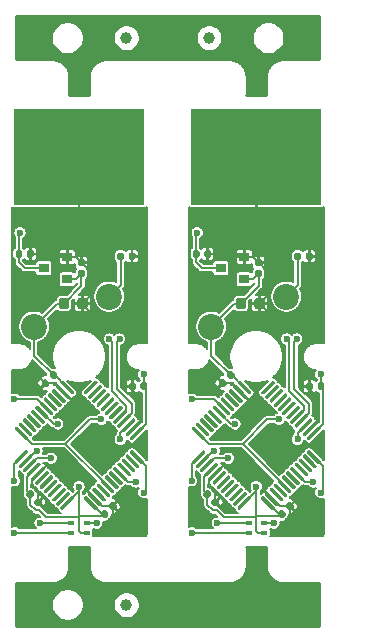
<source format=gbl>
%TF.GenerationSoftware,KiCad,Pcbnew,5.1.6*%
%TF.CreationDate,2020-10-27T00:07:36+01:00*%
%TF.ProjectId,anykey-x2,616e796b-6579-42d7-9832-2e6b69636164,rev?*%
%TF.SameCoordinates,Original*%
%TF.FileFunction,Copper,L2,Bot*%
%TF.FilePolarity,Positive*%
%FSLAX46Y46*%
G04 Gerber Fmt 4.6, Leading zero omitted, Abs format (unit mm)*
G04 Created by KiCad (PCBNEW 5.1.6) date 2020-10-27 00:07:36*
%MOMM*%
%LPD*%
G01*
G04 APERTURE LIST*
%TA.AperFunction,SMDPad,CuDef*%
%ADD10C,1.000000*%
%TD*%
%TA.AperFunction,SMDPad,CuDef*%
%ADD11R,0.600000X0.400000*%
%TD*%
%TA.AperFunction,ConnectorPad*%
%ADD12R,11.000000X8.150000*%
%TD*%
%TA.AperFunction,SMDPad,CuDef*%
%ADD13R,0.900000X0.800000*%
%TD*%
%TA.AperFunction,ComponentPad*%
%ADD14C,2.200000*%
%TD*%
%TA.AperFunction,ViaPad*%
%ADD15C,0.600000*%
%TD*%
%TA.AperFunction,Conductor*%
%ADD16C,0.200000*%
%TD*%
%TA.AperFunction,Conductor*%
%ADD17C,0.127000*%
%TD*%
%TA.AperFunction,NonConductor*%
%ADD18C,0.254000*%
%TD*%
G04 APERTURE END LIST*
D10*
%TO.P,REF\u002A\u002A,*%
%TO.N,*%
X59999000Y-92501017D03*
%TD*%
%TO.P,REF\u002A\u002A,*%
%TO.N,*%
X67001018Y-44499000D03*
%TD*%
%TO.P,REF\u002A\u002A,*%
%TO.N,*%
X59999000Y-44499000D03*
%TD*%
%TO.P,C1,1*%
%TO.N,Board_2-+3V3*%
%TA.AperFunction,SMDPad,CuDef*%
G36*
G01*
X69275018Y-67256251D02*
X69275018Y-66743751D01*
G75*
G02*
X69493768Y-66525001I218750J0D01*
G01*
X69931268Y-66525001D01*
G75*
G02*
X70150018Y-66743751I0J-218750D01*
G01*
X70150018Y-67256251D01*
G75*
G02*
X69931268Y-67475001I-218750J0D01*
G01*
X69493768Y-67475001D01*
G75*
G02*
X69275018Y-67256251I0J218750D01*
G01*
G37*
%TD.AperFunction*%
%TO.P,C1,2*%
%TO.N,Board_2-GND*%
%TA.AperFunction,SMDPad,CuDef*%
G36*
G01*
X70850018Y-67256251D02*
X70850018Y-66743751D01*
G75*
G02*
X71068768Y-66525001I218750J0D01*
G01*
X71506268Y-66525001D01*
G75*
G02*
X71725018Y-66743751I0J-218750D01*
G01*
X71725018Y-67256251D01*
G75*
G02*
X71506268Y-67475001I-218750J0D01*
G01*
X71068768Y-67475001D01*
G75*
G02*
X70850018Y-67256251I0J218750D01*
G01*
G37*
%TD.AperFunction*%
%TD*%
%TO.P,C2,1*%
%TO.N,Board_2-+3V3*%
%TA.AperFunction,SMDPad,CuDef*%
G36*
G01*
X66526499Y-83070433D02*
X66770451Y-82826482D01*
G75*
G02*
X66979047Y-82826482I104298J-104298D01*
G01*
X67187643Y-83035078D01*
G75*
G02*
X67187643Y-83243674I-104298J-104298D01*
G01*
X66943691Y-83487626D01*
G75*
G02*
X66735095Y-83487626I-104298J104298D01*
G01*
X66526499Y-83279030D01*
G75*
G02*
X66526499Y-83070434I104298J104298D01*
G01*
G37*
%TD.AperFunction*%
%TO.P,C2,2*%
%TO.N,Board_2-GND*%
%TA.AperFunction,SMDPad,CuDef*%
G36*
G01*
X67212393Y-83756327D02*
X67456345Y-83512376D01*
G75*
G02*
X67664941Y-83512376I104298J-104298D01*
G01*
X67873537Y-83720972D01*
G75*
G02*
X67873537Y-83929568I-104298J-104298D01*
G01*
X67629585Y-84173520D01*
G75*
G02*
X67420989Y-84173520I-104298J104298D01*
G01*
X67212393Y-83964924D01*
G75*
G02*
X67212393Y-83756328I104298J104298D01*
G01*
G37*
%TD.AperFunction*%
%TD*%
%TO.P,C3,2*%
%TO.N,Board_2-GND*%
%TA.AperFunction,SMDPad,CuDef*%
G36*
G01*
X68243692Y-73412376D02*
X68487643Y-73656328D01*
G75*
G02*
X68487643Y-73864924I-104298J-104298D01*
G01*
X68279047Y-74073520D01*
G75*
G02*
X68070451Y-74073520I-104298J104298D01*
G01*
X67826499Y-73829568D01*
G75*
G02*
X67826499Y-73620972I104298J104298D01*
G01*
X68035095Y-73412376D01*
G75*
G02*
X68243691Y-73412376I104298J-104298D01*
G01*
G37*
%TD.AperFunction*%
%TO.P,C3,1*%
%TO.N,Board_2-+3V3*%
%TA.AperFunction,SMDPad,CuDef*%
G36*
G01*
X68929586Y-72726482D02*
X69173537Y-72970434D01*
G75*
G02*
X69173537Y-73179030I-104298J-104298D01*
G01*
X68964941Y-73387626D01*
G75*
G02*
X68756345Y-73387626I-104298J104298D01*
G01*
X68512393Y-73143674D01*
G75*
G02*
X68512393Y-72935078I104298J104298D01*
G01*
X68720989Y-72726482D01*
G75*
G02*
X68929585Y-72726482I104298J-104298D01*
G01*
G37*
%TD.AperFunction*%
%TD*%
%TO.P,C5,2*%
%TO.N,Board_2-GND*%
%TA.AperFunction,SMDPad,CuDef*%
G36*
G01*
X73756344Y-84487626D02*
X73512393Y-84243674D01*
G75*
G02*
X73512393Y-84035078I104298J104298D01*
G01*
X73720989Y-83826482D01*
G75*
G02*
X73929585Y-83826482I104298J-104298D01*
G01*
X74173537Y-84070434D01*
G75*
G02*
X74173537Y-84279030I-104298J-104298D01*
G01*
X73964941Y-84487626D01*
G75*
G02*
X73756345Y-84487626I-104298J104298D01*
G01*
G37*
%TD.AperFunction*%
%TO.P,C5,1*%
%TO.N,Board_2-+3V3*%
%TA.AperFunction,SMDPad,CuDef*%
G36*
G01*
X73070450Y-85173520D02*
X72826499Y-84929568D01*
G75*
G02*
X72826499Y-84720972I104298J104298D01*
G01*
X73035095Y-84512376D01*
G75*
G02*
X73243691Y-84512376I104298J-104298D01*
G01*
X73487643Y-84756328D01*
G75*
G02*
X73487643Y-84964924I-104298J-104298D01*
G01*
X73279047Y-85173520D01*
G75*
G02*
X73070451Y-85173520I-104298J104298D01*
G01*
G37*
%TD.AperFunction*%
%TD*%
%TO.P,C7,2*%
%TO.N,Board_2-GND*%
%TA.AperFunction,SMDPad,CuDef*%
G36*
G01*
X71372518Y-63810001D02*
X71027518Y-63810001D01*
G75*
G02*
X70880018Y-63662501I0J147500D01*
G01*
X70880018Y-63367501D01*
G75*
G02*
X71027518Y-63220001I147500J0D01*
G01*
X71372518Y-63220001D01*
G75*
G02*
X71520018Y-63367501I0J-147500D01*
G01*
X71520018Y-63662501D01*
G75*
G02*
X71372518Y-63810001I-147500J0D01*
G01*
G37*
%TD.AperFunction*%
%TO.P,C7,1*%
%TO.N,Board_2-+3V3*%
%TA.AperFunction,SMDPad,CuDef*%
G36*
G01*
X71372518Y-64780001D02*
X71027518Y-64780001D01*
G75*
G02*
X70880018Y-64632501I0J147500D01*
G01*
X70880018Y-64337501D01*
G75*
G02*
X71027518Y-64190001I147500J0D01*
G01*
X71372518Y-64190001D01*
G75*
G02*
X71520018Y-64337501I0J-147500D01*
G01*
X71520018Y-64632501D01*
G75*
G02*
X71372518Y-64780001I-147500J0D01*
G01*
G37*
%TD.AperFunction*%
%TD*%
D11*
%TO.P,D1,1*%
%TO.N,Board_2-Net-(D1-Pad1)*%
X70350018Y-86400001D03*
%TO.P,D1,2*%
%TO.N,Board_2-+3V3*%
X71650018Y-86400001D03*
%TO.P,D1,3*%
%TO.N,Board_2-Net-(D1-Pad3)*%
X71650018Y-85600001D03*
%TO.P,D1,4*%
%TO.N,Board_2-Net-(D1-Pad4)*%
X70350018Y-85600001D03*
%TD*%
D12*
%TO.P,J1,5*%
%TO.N,Board_2-GND*%
X71000018Y-54575001D03*
%TD*%
%TO.P,R1,1*%
%TO.N,Board_2-/BTN1*%
%TA.AperFunction,SMDPad,CuDef*%
G36*
G01*
X74220018Y-63172501D02*
X74220018Y-62827501D01*
G75*
G02*
X74367518Y-62680001I147500J0D01*
G01*
X74662518Y-62680001D01*
G75*
G02*
X74810018Y-62827501I0J-147500D01*
G01*
X74810018Y-63172501D01*
G75*
G02*
X74662518Y-63320001I-147500J0D01*
G01*
X74367518Y-63320001D01*
G75*
G02*
X74220018Y-63172501I0J147500D01*
G01*
G37*
%TD.AperFunction*%
%TO.P,R1,2*%
%TO.N,Board_2-GND*%
%TA.AperFunction,SMDPad,CuDef*%
G36*
G01*
X75190018Y-63172501D02*
X75190018Y-62827501D01*
G75*
G02*
X75337518Y-62680001I147500J0D01*
G01*
X75632518Y-62680001D01*
G75*
G02*
X75780018Y-62827501I0J-147500D01*
G01*
X75780018Y-63172501D01*
G75*
G02*
X75632518Y-63320001I-147500J0D01*
G01*
X75337518Y-63320001D01*
G75*
G02*
X75190018Y-63172501I0J147500D01*
G01*
G37*
%TD.AperFunction*%
%TD*%
D13*
%TO.P,U1,3*%
%TO.N,Board_2-VBUS*%
X68000018Y-64000001D03*
%TO.P,U1,2*%
%TO.N,Board_2-+3V3*%
X70000018Y-64950001D03*
%TO.P,U1,1*%
%TO.N,Board_2-GND*%
X70000018Y-63050001D03*
%TD*%
%TO.P,U2,1*%
%TO.N,Board_2-+3V3*%
%TA.AperFunction,SMDPad,CuDef*%
G36*
G01*
X69532772Y-84462401D02*
X69426706Y-84356335D01*
G75*
G02*
X69426706Y-84250269I53033J53033D01*
G01*
X70363622Y-83313353D01*
G75*
G02*
X70469688Y-83313353I53033J-53033D01*
G01*
X70575754Y-83419419D01*
G75*
G02*
X70575754Y-83525485I-53033J-53033D01*
G01*
X69638838Y-84462401D01*
G75*
G02*
X69532772Y-84462401I-53033J53033D01*
G01*
G37*
%TD.AperFunction*%
%TO.P,U2,2*%
%TO.N,Board_2-Net-(U2-Pad2)*%
%TA.AperFunction,SMDPad,CuDef*%
G36*
G01*
X69179218Y-84108847D02*
X69073152Y-84002781D01*
G75*
G02*
X69073152Y-83896715I53033J53033D01*
G01*
X70010068Y-82959799D01*
G75*
G02*
X70116134Y-82959799I53033J-53033D01*
G01*
X70222200Y-83065865D01*
G75*
G02*
X70222200Y-83171931I-53033J-53033D01*
G01*
X69285284Y-84108847D01*
G75*
G02*
X69179218Y-84108847I-53033J53033D01*
G01*
G37*
%TD.AperFunction*%
%TO.P,U2,3*%
%TO.N,Board_2-Net-(U2-Pad3)*%
%TA.AperFunction,SMDPad,CuDef*%
G36*
G01*
X68825665Y-83755294D02*
X68719599Y-83649228D01*
G75*
G02*
X68719599Y-83543162I53033J53033D01*
G01*
X69656515Y-82606246D01*
G75*
G02*
X69762581Y-82606246I53033J-53033D01*
G01*
X69868647Y-82712312D01*
G75*
G02*
X69868647Y-82818378I-53033J-53033D01*
G01*
X68931731Y-83755294D01*
G75*
G02*
X68825665Y-83755294I-53033J53033D01*
G01*
G37*
%TD.AperFunction*%
%TO.P,U2,4*%
%TO.N,Board_2-Net-(U2-Pad4)*%
%TA.AperFunction,SMDPad,CuDef*%
G36*
G01*
X68472111Y-83401740D02*
X68366045Y-83295674D01*
G75*
G02*
X68366045Y-83189608I53033J53033D01*
G01*
X69302961Y-82252692D01*
G75*
G02*
X69409027Y-82252692I53033J-53033D01*
G01*
X69515093Y-82358758D01*
G75*
G02*
X69515093Y-82464824I-53033J-53033D01*
G01*
X68578177Y-83401740D01*
G75*
G02*
X68472111Y-83401740I-53033J53033D01*
G01*
G37*
%TD.AperFunction*%
%TO.P,U2,5*%
%TO.N,Board_2-Net-(U2-Pad5)*%
%TA.AperFunction,SMDPad,CuDef*%
G36*
G01*
X68118558Y-83048187D02*
X68012492Y-82942121D01*
G75*
G02*
X68012492Y-82836055I53033J53033D01*
G01*
X68949408Y-81899139D01*
G75*
G02*
X69055474Y-81899139I53033J-53033D01*
G01*
X69161540Y-82005205D01*
G75*
G02*
X69161540Y-82111271I-53033J-53033D01*
G01*
X68224624Y-83048187D01*
G75*
G02*
X68118558Y-83048187I-53033J53033D01*
G01*
G37*
%TD.AperFunction*%
%TO.P,U2,6*%
%TO.N,Board_2-Net-(U2-Pad6)*%
%TA.AperFunction,SMDPad,CuDef*%
G36*
G01*
X67765005Y-82694634D02*
X67658939Y-82588568D01*
G75*
G02*
X67658939Y-82482502I53033J53033D01*
G01*
X68595855Y-81545586D01*
G75*
G02*
X68701921Y-81545586I53033J-53033D01*
G01*
X68807987Y-81651652D01*
G75*
G02*
X68807987Y-81757718I-53033J-53033D01*
G01*
X67871071Y-82694634D01*
G75*
G02*
X67765005Y-82694634I-53033J53033D01*
G01*
G37*
%TD.AperFunction*%
%TO.P,U2,7*%
%TO.N,Board_2-Net-(U2-Pad7)*%
%TA.AperFunction,SMDPad,CuDef*%
G36*
G01*
X67411451Y-82341080D02*
X67305385Y-82235014D01*
G75*
G02*
X67305385Y-82128948I53033J53033D01*
G01*
X68242301Y-81192032D01*
G75*
G02*
X68348367Y-81192032I53033J-53033D01*
G01*
X68454433Y-81298098D01*
G75*
G02*
X68454433Y-81404164I-53033J-53033D01*
G01*
X67517517Y-82341080D01*
G75*
G02*
X67411451Y-82341080I-53033J53033D01*
G01*
G37*
%TD.AperFunction*%
%TO.P,U2,8*%
%TO.N,Board_2-GND*%
%TA.AperFunction,SMDPad,CuDef*%
G36*
G01*
X67057898Y-81987527D02*
X66951832Y-81881461D01*
G75*
G02*
X66951832Y-81775395I53033J53033D01*
G01*
X67888748Y-80838479D01*
G75*
G02*
X67994814Y-80838479I53033J-53033D01*
G01*
X68100880Y-80944545D01*
G75*
G02*
X68100880Y-81050611I-53033J-53033D01*
G01*
X67163964Y-81987527D01*
G75*
G02*
X67057898Y-81987527I-53033J53033D01*
G01*
G37*
%TD.AperFunction*%
%TO.P,U2,9*%
%TO.N,Board_2-+3V3*%
%TA.AperFunction,SMDPad,CuDef*%
G36*
G01*
X66704345Y-81633974D02*
X66598279Y-81527908D01*
G75*
G02*
X66598279Y-81421842I53033J53033D01*
G01*
X67535195Y-80484926D01*
G75*
G02*
X67641261Y-80484926I53033J-53033D01*
G01*
X67747327Y-80590992D01*
G75*
G02*
X67747327Y-80697058I-53033J-53033D01*
G01*
X66810411Y-81633974D01*
G75*
G02*
X66704345Y-81633974I-53033J53033D01*
G01*
G37*
%TD.AperFunction*%
%TO.P,U2,10*%
%TO.N,Board_2-/LED1_B*%
%TA.AperFunction,SMDPad,CuDef*%
G36*
G01*
X66350791Y-81280420D02*
X66244725Y-81174354D01*
G75*
G02*
X66244725Y-81068288I53033J53033D01*
G01*
X67181641Y-80131372D01*
G75*
G02*
X67287707Y-80131372I53033J-53033D01*
G01*
X67393773Y-80237438D01*
G75*
G02*
X67393773Y-80343504I-53033J-53033D01*
G01*
X66456857Y-81280420D01*
G75*
G02*
X66350791Y-81280420I-53033J53033D01*
G01*
G37*
%TD.AperFunction*%
%TO.P,U2,11*%
%TO.N,Board_2-/LED1_G*%
%TA.AperFunction,SMDPad,CuDef*%
G36*
G01*
X65997238Y-80926867D02*
X65891172Y-80820801D01*
G75*
G02*
X65891172Y-80714735I53033J53033D01*
G01*
X66828088Y-79777819D01*
G75*
G02*
X66934154Y-79777819I53033J-53033D01*
G01*
X67040220Y-79883885D01*
G75*
G02*
X67040220Y-79989951I-53033J-53033D01*
G01*
X66103304Y-80926867D01*
G75*
G02*
X65997238Y-80926867I-53033J53033D01*
G01*
G37*
%TD.AperFunction*%
%TO.P,U2,12*%
%TO.N,Board_2-/LED1_R*%
%TA.AperFunction,SMDPad,CuDef*%
G36*
G01*
X65643684Y-80573313D02*
X65537618Y-80467247D01*
G75*
G02*
X65537618Y-80361181I53033J53033D01*
G01*
X66474534Y-79424265D01*
G75*
G02*
X66580600Y-79424265I53033J-53033D01*
G01*
X66686666Y-79530331D01*
G75*
G02*
X66686666Y-79636397I-53033J-53033D01*
G01*
X65749750Y-80573313D01*
G75*
G02*
X65643684Y-80573313I-53033J53033D01*
G01*
G37*
%TD.AperFunction*%
%TO.P,U2,13*%
%TO.N,Board_2-/BTN1*%
%TA.AperFunction,SMDPad,CuDef*%
G36*
G01*
X66474534Y-78575737D02*
X65537618Y-77638821D01*
G75*
G02*
X65537618Y-77532755I53033J53033D01*
G01*
X65643684Y-77426689D01*
G75*
G02*
X65749750Y-77426689I53033J-53033D01*
G01*
X66686666Y-78363605D01*
G75*
G02*
X66686666Y-78469671I-53033J-53033D01*
G01*
X66580600Y-78575737D01*
G75*
G02*
X66474534Y-78575737I-53033J53033D01*
G01*
G37*
%TD.AperFunction*%
%TO.P,U2,14*%
%TO.N,Board_2-Net-(U2-Pad14)*%
%TA.AperFunction,SMDPad,CuDef*%
G36*
G01*
X66828088Y-78222183D02*
X65891172Y-77285267D01*
G75*
G02*
X65891172Y-77179201I53033J53033D01*
G01*
X65997238Y-77073135D01*
G75*
G02*
X66103304Y-77073135I53033J-53033D01*
G01*
X67040220Y-78010051D01*
G75*
G02*
X67040220Y-78116117I-53033J-53033D01*
G01*
X66934154Y-78222183D01*
G75*
G02*
X66828088Y-78222183I-53033J53033D01*
G01*
G37*
%TD.AperFunction*%
%TO.P,U2,15*%
%TO.N,Board_2-Net-(U2-Pad15)*%
%TA.AperFunction,SMDPad,CuDef*%
G36*
G01*
X67181641Y-77868630D02*
X66244725Y-76931714D01*
G75*
G02*
X66244725Y-76825648I53033J53033D01*
G01*
X66350791Y-76719582D01*
G75*
G02*
X66456857Y-76719582I53033J-53033D01*
G01*
X67393773Y-77656498D01*
G75*
G02*
X67393773Y-77762564I-53033J-53033D01*
G01*
X67287707Y-77868630D01*
G75*
G02*
X67181641Y-77868630I-53033J53033D01*
G01*
G37*
%TD.AperFunction*%
%TO.P,U2,16*%
%TO.N,Board_2-Net-(U2-Pad16)*%
%TA.AperFunction,SMDPad,CuDef*%
G36*
G01*
X67535195Y-77515076D02*
X66598279Y-76578160D01*
G75*
G02*
X66598279Y-76472094I53033J53033D01*
G01*
X66704345Y-76366028D01*
G75*
G02*
X66810411Y-76366028I53033J-53033D01*
G01*
X67747327Y-77302944D01*
G75*
G02*
X67747327Y-77409010I-53033J-53033D01*
G01*
X67641261Y-77515076D01*
G75*
G02*
X67535195Y-77515076I-53033J53033D01*
G01*
G37*
%TD.AperFunction*%
%TO.P,U2,17*%
%TO.N,Board_2-Net-(U2-Pad17)*%
%TA.AperFunction,SMDPad,CuDef*%
G36*
G01*
X67888748Y-77161523D02*
X66951832Y-76224607D01*
G75*
G02*
X66951832Y-76118541I53033J53033D01*
G01*
X67057898Y-76012475D01*
G75*
G02*
X67163964Y-76012475I53033J-53033D01*
G01*
X68100880Y-76949391D01*
G75*
G02*
X68100880Y-77055457I-53033J-53033D01*
G01*
X67994814Y-77161523D01*
G75*
G02*
X67888748Y-77161523I-53033J53033D01*
G01*
G37*
%TD.AperFunction*%
%TO.P,U2,18*%
%TO.N,Board_2-/LED2_G*%
%TA.AperFunction,SMDPad,CuDef*%
G36*
G01*
X68242301Y-76807970D02*
X67305385Y-75871054D01*
G75*
G02*
X67305385Y-75764988I53033J53033D01*
G01*
X67411451Y-75658922D01*
G75*
G02*
X67517517Y-75658922I53033J-53033D01*
G01*
X68454433Y-76595838D01*
G75*
G02*
X68454433Y-76701904I-53033J-53033D01*
G01*
X68348367Y-76807970D01*
G75*
G02*
X68242301Y-76807970I-53033J53033D01*
G01*
G37*
%TD.AperFunction*%
%TO.P,U2,19*%
%TO.N,Board_2-/LED2_R*%
%TA.AperFunction,SMDPad,CuDef*%
G36*
G01*
X68595855Y-76454416D02*
X67658939Y-75517500D01*
G75*
G02*
X67658939Y-75411434I53033J53033D01*
G01*
X67765005Y-75305368D01*
G75*
G02*
X67871071Y-75305368I53033J-53033D01*
G01*
X68807987Y-76242284D01*
G75*
G02*
X68807987Y-76348350I-53033J-53033D01*
G01*
X68701921Y-76454416D01*
G75*
G02*
X68595855Y-76454416I-53033J53033D01*
G01*
G37*
%TD.AperFunction*%
%TO.P,U2,20*%
%TO.N,Board_2-Net-(U2-Pad20)*%
%TA.AperFunction,SMDPad,CuDef*%
G36*
G01*
X68949408Y-76100863D02*
X68012492Y-75163947D01*
G75*
G02*
X68012492Y-75057881I53033J53033D01*
G01*
X68118558Y-74951815D01*
G75*
G02*
X68224624Y-74951815I53033J-53033D01*
G01*
X69161540Y-75888731D01*
G75*
G02*
X69161540Y-75994797I-53033J-53033D01*
G01*
X69055474Y-76100863D01*
G75*
G02*
X68949408Y-76100863I-53033J53033D01*
G01*
G37*
%TD.AperFunction*%
%TO.P,U2,21*%
%TO.N,Board_2-Net-(U2-Pad21)*%
%TA.AperFunction,SMDPad,CuDef*%
G36*
G01*
X69302961Y-75747310D02*
X68366045Y-74810394D01*
G75*
G02*
X68366045Y-74704328I53033J53033D01*
G01*
X68472111Y-74598262D01*
G75*
G02*
X68578177Y-74598262I53033J-53033D01*
G01*
X69515093Y-75535178D01*
G75*
G02*
X69515093Y-75641244I-53033J-53033D01*
G01*
X69409027Y-75747310D01*
G75*
G02*
X69302961Y-75747310I-53033J53033D01*
G01*
G37*
%TD.AperFunction*%
%TO.P,U2,22*%
%TO.N,Board_2-Net-(U2-Pad22)*%
%TA.AperFunction,SMDPad,CuDef*%
G36*
G01*
X69656515Y-75393756D02*
X68719599Y-74456840D01*
G75*
G02*
X68719599Y-74350774I53033J53033D01*
G01*
X68825665Y-74244708D01*
G75*
G02*
X68931731Y-74244708I53033J-53033D01*
G01*
X69868647Y-75181624D01*
G75*
G02*
X69868647Y-75287690I-53033J-53033D01*
G01*
X69762581Y-75393756D01*
G75*
G02*
X69656515Y-75393756I-53033J53033D01*
G01*
G37*
%TD.AperFunction*%
%TO.P,U2,23*%
%TO.N,Board_2-GND*%
%TA.AperFunction,SMDPad,CuDef*%
G36*
G01*
X70010068Y-75040203D02*
X69073152Y-74103287D01*
G75*
G02*
X69073152Y-73997221I53033J53033D01*
G01*
X69179218Y-73891155D01*
G75*
G02*
X69285284Y-73891155I53033J-53033D01*
G01*
X70222200Y-74828071D01*
G75*
G02*
X70222200Y-74934137I-53033J-53033D01*
G01*
X70116134Y-75040203D01*
G75*
G02*
X70010068Y-75040203I-53033J53033D01*
G01*
G37*
%TD.AperFunction*%
%TO.P,U2,24*%
%TO.N,Board_2-+3V3*%
%TA.AperFunction,SMDPad,CuDef*%
G36*
G01*
X70363622Y-74686649D02*
X69426706Y-73749733D01*
G75*
G02*
X69426706Y-73643667I53033J53033D01*
G01*
X69532772Y-73537601D01*
G75*
G02*
X69638838Y-73537601I53033J-53033D01*
G01*
X70575754Y-74474517D01*
G75*
G02*
X70575754Y-74580583I-53033J-53033D01*
G01*
X70469688Y-74686649D01*
G75*
G02*
X70363622Y-74686649I-53033J53033D01*
G01*
G37*
%TD.AperFunction*%
%TO.P,U2,25*%
%TO.N,Board_2-Net-(U2-Pad25)*%
%TA.AperFunction,SMDPad,CuDef*%
G36*
G01*
X71530348Y-74686649D02*
X71424282Y-74580583D01*
G75*
G02*
X71424282Y-74474517I53033J53033D01*
G01*
X72361198Y-73537601D01*
G75*
G02*
X72467264Y-73537601I53033J-53033D01*
G01*
X72573330Y-73643667D01*
G75*
G02*
X72573330Y-73749733I-53033J-53033D01*
G01*
X71636414Y-74686649D01*
G75*
G02*
X71530348Y-74686649I-53033J53033D01*
G01*
G37*
%TD.AperFunction*%
%TO.P,U2,26*%
%TO.N,Board_2-Net-(U2-Pad26)*%
%TA.AperFunction,SMDPad,CuDef*%
G36*
G01*
X71883902Y-75040203D02*
X71777836Y-74934137D01*
G75*
G02*
X71777836Y-74828071I53033J53033D01*
G01*
X72714752Y-73891155D01*
G75*
G02*
X72820818Y-73891155I53033J-53033D01*
G01*
X72926884Y-73997221D01*
G75*
G02*
X72926884Y-74103287I-53033J-53033D01*
G01*
X71989968Y-75040203D01*
G75*
G02*
X71883902Y-75040203I-53033J53033D01*
G01*
G37*
%TD.AperFunction*%
%TO.P,U2,27*%
%TO.N,Board_2-Net-(U2-Pad27)*%
%TA.AperFunction,SMDPad,CuDef*%
G36*
G01*
X72237455Y-75393756D02*
X72131389Y-75287690D01*
G75*
G02*
X72131389Y-75181624I53033J53033D01*
G01*
X73068305Y-74244708D01*
G75*
G02*
X73174371Y-74244708I53033J-53033D01*
G01*
X73280437Y-74350774D01*
G75*
G02*
X73280437Y-74456840I-53033J-53033D01*
G01*
X72343521Y-75393756D01*
G75*
G02*
X72237455Y-75393756I-53033J53033D01*
G01*
G37*
%TD.AperFunction*%
%TO.P,U2,28*%
%TO.N,Board_2-Net-(U2-Pad28)*%
%TA.AperFunction,SMDPad,CuDef*%
G36*
G01*
X72591009Y-75747310D02*
X72484943Y-75641244D01*
G75*
G02*
X72484943Y-75535178I53033J53033D01*
G01*
X73421859Y-74598262D01*
G75*
G02*
X73527925Y-74598262I53033J-53033D01*
G01*
X73633991Y-74704328D01*
G75*
G02*
X73633991Y-74810394I-53033J-53033D01*
G01*
X72697075Y-75747310D01*
G75*
G02*
X72591009Y-75747310I-53033J53033D01*
G01*
G37*
%TD.AperFunction*%
%TO.P,U2,29*%
%TO.N,Board_2-Net-(U2-Pad29)*%
%TA.AperFunction,SMDPad,CuDef*%
G36*
G01*
X72944562Y-76100863D02*
X72838496Y-75994797D01*
G75*
G02*
X72838496Y-75888731I53033J53033D01*
G01*
X73775412Y-74951815D01*
G75*
G02*
X73881478Y-74951815I53033J-53033D01*
G01*
X73987544Y-75057881D01*
G75*
G02*
X73987544Y-75163947I-53033J-53033D01*
G01*
X73050628Y-76100863D01*
G75*
G02*
X72944562Y-76100863I-53033J53033D01*
G01*
G37*
%TD.AperFunction*%
%TO.P,U2,30*%
%TO.N,Board_2-Net-(U2-Pad30)*%
%TA.AperFunction,SMDPad,CuDef*%
G36*
G01*
X73298115Y-76454416D02*
X73192049Y-76348350D01*
G75*
G02*
X73192049Y-76242284I53033J53033D01*
G01*
X74128965Y-75305368D01*
G75*
G02*
X74235031Y-75305368I53033J-53033D01*
G01*
X74341097Y-75411434D01*
G75*
G02*
X74341097Y-75517500I-53033J-53033D01*
G01*
X73404181Y-76454416D01*
G75*
G02*
X73298115Y-76454416I-53033J53033D01*
G01*
G37*
%TD.AperFunction*%
%TO.P,U2,31*%
%TO.N,Board_2-Net-(U2-Pad31)*%
%TA.AperFunction,SMDPad,CuDef*%
G36*
G01*
X73651669Y-76807970D02*
X73545603Y-76701904D01*
G75*
G02*
X73545603Y-76595838I53033J53033D01*
G01*
X74482519Y-75658922D01*
G75*
G02*
X74588585Y-75658922I53033J-53033D01*
G01*
X74694651Y-75764988D01*
G75*
G02*
X74694651Y-75871054I-53033J-53033D01*
G01*
X73757735Y-76807970D01*
G75*
G02*
X73651669Y-76807970I-53033J53033D01*
G01*
G37*
%TD.AperFunction*%
%TO.P,U2,32*%
%TO.N,Board_2-/D-*%
%TA.AperFunction,SMDPad,CuDef*%
G36*
G01*
X74005222Y-77161523D02*
X73899156Y-77055457D01*
G75*
G02*
X73899156Y-76949391I53033J53033D01*
G01*
X74836072Y-76012475D01*
G75*
G02*
X74942138Y-76012475I53033J-53033D01*
G01*
X75048204Y-76118541D01*
G75*
G02*
X75048204Y-76224607I-53033J-53033D01*
G01*
X74111288Y-77161523D01*
G75*
G02*
X74005222Y-77161523I-53033J53033D01*
G01*
G37*
%TD.AperFunction*%
%TO.P,U2,33*%
%TO.N,Board_2-/D+*%
%TA.AperFunction,SMDPad,CuDef*%
G36*
G01*
X74358775Y-77515076D02*
X74252709Y-77409010D01*
G75*
G02*
X74252709Y-77302944I53033J53033D01*
G01*
X75189625Y-76366028D01*
G75*
G02*
X75295691Y-76366028I53033J-53033D01*
G01*
X75401757Y-76472094D01*
G75*
G02*
X75401757Y-76578160I-53033J-53033D01*
G01*
X74464841Y-77515076D01*
G75*
G02*
X74358775Y-77515076I-53033J53033D01*
G01*
G37*
%TD.AperFunction*%
%TO.P,U2,34*%
%TO.N,Board_2-/SWDIO*%
%TA.AperFunction,SMDPad,CuDef*%
G36*
G01*
X74712329Y-77868630D02*
X74606263Y-77762564D01*
G75*
G02*
X74606263Y-77656498I53033J53033D01*
G01*
X75543179Y-76719582D01*
G75*
G02*
X75649245Y-76719582I53033J-53033D01*
G01*
X75755311Y-76825648D01*
G75*
G02*
X75755311Y-76931714I-53033J-53033D01*
G01*
X74818395Y-77868630D01*
G75*
G02*
X74712329Y-77868630I-53033J53033D01*
G01*
G37*
%TD.AperFunction*%
%TO.P,U2,35*%
%TO.N,Board_2-GND*%
%TA.AperFunction,SMDPad,CuDef*%
G36*
G01*
X75065882Y-78222183D02*
X74959816Y-78116117D01*
G75*
G02*
X74959816Y-78010051I53033J53033D01*
G01*
X75896732Y-77073135D01*
G75*
G02*
X76002798Y-77073135I53033J-53033D01*
G01*
X76108864Y-77179201D01*
G75*
G02*
X76108864Y-77285267I-53033J-53033D01*
G01*
X75171948Y-78222183D01*
G75*
G02*
X75065882Y-78222183I-53033J53033D01*
G01*
G37*
%TD.AperFunction*%
%TO.P,U2,36*%
%TO.N,Board_2-+3V3*%
%TA.AperFunction,SMDPad,CuDef*%
G36*
G01*
X75419436Y-78575737D02*
X75313370Y-78469671D01*
G75*
G02*
X75313370Y-78363605I53033J53033D01*
G01*
X76250286Y-77426689D01*
G75*
G02*
X76356352Y-77426689I53033J-53033D01*
G01*
X76462418Y-77532755D01*
G75*
G02*
X76462418Y-77638821I-53033J-53033D01*
G01*
X75525502Y-78575737D01*
G75*
G02*
X75419436Y-78575737I-53033J53033D01*
G01*
G37*
%TD.AperFunction*%
%TO.P,U2,37*%
%TO.N,Board_2-/SWCLK*%
%TA.AperFunction,SMDPad,CuDef*%
G36*
G01*
X76250286Y-80573313D02*
X75313370Y-79636397D01*
G75*
G02*
X75313370Y-79530331I53033J53033D01*
G01*
X75419436Y-79424265D01*
G75*
G02*
X75525502Y-79424265I53033J-53033D01*
G01*
X76462418Y-80361181D01*
G75*
G02*
X76462418Y-80467247I-53033J-53033D01*
G01*
X76356352Y-80573313D01*
G75*
G02*
X76250286Y-80573313I-53033J53033D01*
G01*
G37*
%TD.AperFunction*%
%TO.P,U2,38*%
%TO.N,Board_2-Net-(U2-Pad38)*%
%TA.AperFunction,SMDPad,CuDef*%
G36*
G01*
X75896732Y-80926867D02*
X74959816Y-79989951D01*
G75*
G02*
X74959816Y-79883885I53033J53033D01*
G01*
X75065882Y-79777819D01*
G75*
G02*
X75171948Y-79777819I53033J-53033D01*
G01*
X76108864Y-80714735D01*
G75*
G02*
X76108864Y-80820801I-53033J-53033D01*
G01*
X76002798Y-80926867D01*
G75*
G02*
X75896732Y-80926867I-53033J53033D01*
G01*
G37*
%TD.AperFunction*%
%TO.P,U2,39*%
%TO.N,Board_2-Net-(U2-Pad39)*%
%TA.AperFunction,SMDPad,CuDef*%
G36*
G01*
X75543179Y-81280420D02*
X74606263Y-80343504D01*
G75*
G02*
X74606263Y-80237438I53033J53033D01*
G01*
X74712329Y-80131372D01*
G75*
G02*
X74818395Y-80131372I53033J-53033D01*
G01*
X75755311Y-81068288D01*
G75*
G02*
X75755311Y-81174354I-53033J-53033D01*
G01*
X75649245Y-81280420D01*
G75*
G02*
X75543179Y-81280420I-53033J53033D01*
G01*
G37*
%TD.AperFunction*%
%TO.P,U2,40*%
%TO.N,Board_2-Net-(U2-Pad40)*%
%TA.AperFunction,SMDPad,CuDef*%
G36*
G01*
X75189625Y-81633974D02*
X74252709Y-80697058D01*
G75*
G02*
X74252709Y-80590992I53033J53033D01*
G01*
X74358775Y-80484926D01*
G75*
G02*
X74464841Y-80484926I53033J-53033D01*
G01*
X75401757Y-81421842D01*
G75*
G02*
X75401757Y-81527908I-53033J-53033D01*
G01*
X75295691Y-81633974D01*
G75*
G02*
X75189625Y-81633974I-53033J53033D01*
G01*
G37*
%TD.AperFunction*%
%TO.P,U2,41*%
%TO.N,Board_2-/LED2_B*%
%TA.AperFunction,SMDPad,CuDef*%
G36*
G01*
X74836072Y-81987527D02*
X73899156Y-81050611D01*
G75*
G02*
X73899156Y-80944545I53033J53033D01*
G01*
X74005222Y-80838479D01*
G75*
G02*
X74111288Y-80838479I53033J-53033D01*
G01*
X75048204Y-81775395D01*
G75*
G02*
X75048204Y-81881461I-53033J-53033D01*
G01*
X74942138Y-81987527D01*
G75*
G02*
X74836072Y-81987527I-53033J53033D01*
G01*
G37*
%TD.AperFunction*%
%TO.P,U2,42*%
%TO.N,Board_2-Net-(U2-Pad42)*%
%TA.AperFunction,SMDPad,CuDef*%
G36*
G01*
X74482519Y-82341080D02*
X73545603Y-81404164D01*
G75*
G02*
X73545603Y-81298098I53033J53033D01*
G01*
X73651669Y-81192032D01*
G75*
G02*
X73757735Y-81192032I53033J-53033D01*
G01*
X74694651Y-82128948D01*
G75*
G02*
X74694651Y-82235014I-53033J-53033D01*
G01*
X74588585Y-82341080D01*
G75*
G02*
X74482519Y-82341080I-53033J53033D01*
G01*
G37*
%TD.AperFunction*%
%TO.P,U2,43*%
%TO.N,Board_2-Net-(U2-Pad43)*%
%TA.AperFunction,SMDPad,CuDef*%
G36*
G01*
X74128965Y-82694634D02*
X73192049Y-81757718D01*
G75*
G02*
X73192049Y-81651652I53033J53033D01*
G01*
X73298115Y-81545586D01*
G75*
G02*
X73404181Y-81545586I53033J-53033D01*
G01*
X74341097Y-82482502D01*
G75*
G02*
X74341097Y-82588568I-53033J-53033D01*
G01*
X74235031Y-82694634D01*
G75*
G02*
X74128965Y-82694634I-53033J53033D01*
G01*
G37*
%TD.AperFunction*%
%TO.P,U2,44*%
%TO.N,Board_2-/BTN1*%
%TA.AperFunction,SMDPad,CuDef*%
G36*
G01*
X73775412Y-83048187D02*
X72838496Y-82111271D01*
G75*
G02*
X72838496Y-82005205I53033J53033D01*
G01*
X72944562Y-81899139D01*
G75*
G02*
X73050628Y-81899139I53033J-53033D01*
G01*
X73987544Y-82836055D01*
G75*
G02*
X73987544Y-82942121I-53033J-53033D01*
G01*
X73881478Y-83048187D01*
G75*
G02*
X73775412Y-83048187I-53033J53033D01*
G01*
G37*
%TD.AperFunction*%
%TO.P,U2,45*%
%TO.N,Board_2-Net-(U2-Pad45)*%
%TA.AperFunction,SMDPad,CuDef*%
G36*
G01*
X73421859Y-83401740D02*
X72484943Y-82464824D01*
G75*
G02*
X72484943Y-82358758I53033J53033D01*
G01*
X72591009Y-82252692D01*
G75*
G02*
X72697075Y-82252692I53033J-53033D01*
G01*
X73633991Y-83189608D01*
G75*
G02*
X73633991Y-83295674I-53033J-53033D01*
G01*
X73527925Y-83401740D01*
G75*
G02*
X73421859Y-83401740I-53033J53033D01*
G01*
G37*
%TD.AperFunction*%
%TO.P,U2,46*%
%TO.N,Board_2-Net-(U2-Pad46)*%
%TA.AperFunction,SMDPad,CuDef*%
G36*
G01*
X73068305Y-83755294D02*
X72131389Y-82818378D01*
G75*
G02*
X72131389Y-82712312I53033J53033D01*
G01*
X72237455Y-82606246D01*
G75*
G02*
X72343521Y-82606246I53033J-53033D01*
G01*
X73280437Y-83543162D01*
G75*
G02*
X73280437Y-83649228I-53033J-53033D01*
G01*
X73174371Y-83755294D01*
G75*
G02*
X73068305Y-83755294I-53033J53033D01*
G01*
G37*
%TD.AperFunction*%
%TO.P,U2,47*%
%TO.N,Board_2-GND*%
%TA.AperFunction,SMDPad,CuDef*%
G36*
G01*
X72714752Y-84108847D02*
X71777836Y-83171931D01*
G75*
G02*
X71777836Y-83065865I53033J53033D01*
G01*
X71883902Y-82959799D01*
G75*
G02*
X71989968Y-82959799I53033J-53033D01*
G01*
X72926884Y-83896715D01*
G75*
G02*
X72926884Y-84002781I-53033J-53033D01*
G01*
X72820818Y-84108847D01*
G75*
G02*
X72714752Y-84108847I-53033J53033D01*
G01*
G37*
%TD.AperFunction*%
%TO.P,U2,48*%
%TO.N,Board_2-+3V3*%
%TA.AperFunction,SMDPad,CuDef*%
G36*
G01*
X72361198Y-84462401D02*
X71424282Y-83525485D01*
G75*
G02*
X71424282Y-83419419I53033J53033D01*
G01*
X71530348Y-83313353D01*
G75*
G02*
X71636414Y-83313353I53033J-53033D01*
G01*
X72573330Y-84250269D01*
G75*
G02*
X72573330Y-84356335I-53033J-53033D01*
G01*
X72467264Y-84462401D01*
G75*
G02*
X72361198Y-84462401I-53033J53033D01*
G01*
G37*
%TD.AperFunction*%
%TD*%
%TO.P,C6,1*%
%TO.N,Board_2-VBUS*%
%TA.AperFunction,SMDPad,CuDef*%
G36*
G01*
X65620018Y-62972501D02*
X65620018Y-62627501D01*
G75*
G02*
X65767518Y-62480001I147500J0D01*
G01*
X66062518Y-62480001D01*
G75*
G02*
X66210018Y-62627501I0J-147500D01*
G01*
X66210018Y-62972501D01*
G75*
G02*
X66062518Y-63120001I-147500J0D01*
G01*
X65767518Y-63120001D01*
G75*
G02*
X65620018Y-62972501I0J147500D01*
G01*
G37*
%TD.AperFunction*%
%TO.P,C6,2*%
%TO.N,Board_2-GND*%
%TA.AperFunction,SMDPad,CuDef*%
G36*
G01*
X66590018Y-62972501D02*
X66590018Y-62627501D01*
G75*
G02*
X66737518Y-62480001I147500J0D01*
G01*
X67032518Y-62480001D01*
G75*
G02*
X67180018Y-62627501I0J-147500D01*
G01*
X67180018Y-62972501D01*
G75*
G02*
X67032518Y-63120001I-147500J0D01*
G01*
X66737518Y-63120001D01*
G75*
G02*
X66590018Y-62972501I0J147500D01*
G01*
G37*
%TD.AperFunction*%
%TD*%
D14*
%TO.P,SW1,1*%
%TO.N,Board_2-/BTN1*%
X73540018Y-66420001D03*
%TO.P,SW1,2*%
%TO.N,Board_2-+3V3*%
X67190018Y-68960001D03*
%TD*%
%TO.P,C4,1*%
%TO.N,Board_2-+3V3*%
%TA.AperFunction,SMDPad,CuDef*%
G36*
G01*
X76780018Y-73827501D02*
X76780018Y-74172501D01*
G75*
G02*
X76632518Y-74320001I-147500J0D01*
G01*
X76337518Y-74320001D01*
G75*
G02*
X76190018Y-74172501I0J147500D01*
G01*
X76190018Y-73827501D01*
G75*
G02*
X76337518Y-73680001I147500J0D01*
G01*
X76632518Y-73680001D01*
G75*
G02*
X76780018Y-73827501I0J-147500D01*
G01*
G37*
%TD.AperFunction*%
%TO.P,C4,2*%
%TO.N,Board_2-GND*%
%TA.AperFunction,SMDPad,CuDef*%
G36*
G01*
X75810018Y-73827501D02*
X75810018Y-74172501D01*
G75*
G02*
X75662518Y-74320001I-147500J0D01*
G01*
X75367518Y-74320001D01*
G75*
G02*
X75220018Y-74172501I0J147500D01*
G01*
X75220018Y-73827501D01*
G75*
G02*
X75367518Y-73680001I147500J0D01*
G01*
X75662518Y-73680001D01*
G75*
G02*
X75810018Y-73827501I0J-147500D01*
G01*
G37*
%TD.AperFunction*%
%TD*%
%TO.P,C1,1*%
%TO.N,Board_1-+3V3*%
%TA.AperFunction,SMDPad,CuDef*%
G36*
G01*
X54275001Y-67256251D02*
X54275001Y-66743751D01*
G75*
G02*
X54493751Y-66525001I218750J0D01*
G01*
X54931251Y-66525001D01*
G75*
G02*
X55150001Y-66743751I0J-218750D01*
G01*
X55150001Y-67256251D01*
G75*
G02*
X54931251Y-67475001I-218750J0D01*
G01*
X54493751Y-67475001D01*
G75*
G02*
X54275001Y-67256251I0J218750D01*
G01*
G37*
%TD.AperFunction*%
%TO.P,C1,2*%
%TO.N,Board_1-GND*%
%TA.AperFunction,SMDPad,CuDef*%
G36*
G01*
X55850001Y-67256251D02*
X55850001Y-66743751D01*
G75*
G02*
X56068751Y-66525001I218750J0D01*
G01*
X56506251Y-66525001D01*
G75*
G02*
X56725001Y-66743751I0J-218750D01*
G01*
X56725001Y-67256251D01*
G75*
G02*
X56506251Y-67475001I-218750J0D01*
G01*
X56068751Y-67475001D01*
G75*
G02*
X55850001Y-67256251I0J218750D01*
G01*
G37*
%TD.AperFunction*%
%TD*%
%TO.P,C2,1*%
%TO.N,Board_1-+3V3*%
%TA.AperFunction,SMDPad,CuDef*%
G36*
G01*
X51526482Y-83070433D02*
X51770434Y-82826482D01*
G75*
G02*
X51979030Y-82826482I104298J-104298D01*
G01*
X52187626Y-83035078D01*
G75*
G02*
X52187626Y-83243674I-104298J-104298D01*
G01*
X51943674Y-83487626D01*
G75*
G02*
X51735078Y-83487626I-104298J104298D01*
G01*
X51526482Y-83279030D01*
G75*
G02*
X51526482Y-83070434I104298J104298D01*
G01*
G37*
%TD.AperFunction*%
%TO.P,C2,2*%
%TO.N,Board_1-GND*%
%TA.AperFunction,SMDPad,CuDef*%
G36*
G01*
X52212376Y-83756327D02*
X52456328Y-83512376D01*
G75*
G02*
X52664924Y-83512376I104298J-104298D01*
G01*
X52873520Y-83720972D01*
G75*
G02*
X52873520Y-83929568I-104298J-104298D01*
G01*
X52629568Y-84173520D01*
G75*
G02*
X52420972Y-84173520I-104298J104298D01*
G01*
X52212376Y-83964924D01*
G75*
G02*
X52212376Y-83756328I104298J104298D01*
G01*
G37*
%TD.AperFunction*%
%TD*%
%TO.P,C3,2*%
%TO.N,Board_1-GND*%
%TA.AperFunction,SMDPad,CuDef*%
G36*
G01*
X53243675Y-73412376D02*
X53487626Y-73656328D01*
G75*
G02*
X53487626Y-73864924I-104298J-104298D01*
G01*
X53279030Y-74073520D01*
G75*
G02*
X53070434Y-74073520I-104298J104298D01*
G01*
X52826482Y-73829568D01*
G75*
G02*
X52826482Y-73620972I104298J104298D01*
G01*
X53035078Y-73412376D01*
G75*
G02*
X53243674Y-73412376I104298J-104298D01*
G01*
G37*
%TD.AperFunction*%
%TO.P,C3,1*%
%TO.N,Board_1-+3V3*%
%TA.AperFunction,SMDPad,CuDef*%
G36*
G01*
X53929569Y-72726482D02*
X54173520Y-72970434D01*
G75*
G02*
X54173520Y-73179030I-104298J-104298D01*
G01*
X53964924Y-73387626D01*
G75*
G02*
X53756328Y-73387626I-104298J104298D01*
G01*
X53512376Y-73143674D01*
G75*
G02*
X53512376Y-72935078I104298J104298D01*
G01*
X53720972Y-72726482D01*
G75*
G02*
X53929568Y-72726482I104298J-104298D01*
G01*
G37*
%TD.AperFunction*%
%TD*%
%TO.P,C5,2*%
%TO.N,Board_1-GND*%
%TA.AperFunction,SMDPad,CuDef*%
G36*
G01*
X58756327Y-84487626D02*
X58512376Y-84243674D01*
G75*
G02*
X58512376Y-84035078I104298J104298D01*
G01*
X58720972Y-83826482D01*
G75*
G02*
X58929568Y-83826482I104298J-104298D01*
G01*
X59173520Y-84070434D01*
G75*
G02*
X59173520Y-84279030I-104298J-104298D01*
G01*
X58964924Y-84487626D01*
G75*
G02*
X58756328Y-84487626I-104298J104298D01*
G01*
G37*
%TD.AperFunction*%
%TO.P,C5,1*%
%TO.N,Board_1-+3V3*%
%TA.AperFunction,SMDPad,CuDef*%
G36*
G01*
X58070433Y-85173520D02*
X57826482Y-84929568D01*
G75*
G02*
X57826482Y-84720972I104298J104298D01*
G01*
X58035078Y-84512376D01*
G75*
G02*
X58243674Y-84512376I104298J-104298D01*
G01*
X58487626Y-84756328D01*
G75*
G02*
X58487626Y-84964924I-104298J-104298D01*
G01*
X58279030Y-85173520D01*
G75*
G02*
X58070434Y-85173520I-104298J104298D01*
G01*
G37*
%TD.AperFunction*%
%TD*%
%TO.P,C7,2*%
%TO.N,Board_1-GND*%
%TA.AperFunction,SMDPad,CuDef*%
G36*
G01*
X56372501Y-63810001D02*
X56027501Y-63810001D01*
G75*
G02*
X55880001Y-63662501I0J147500D01*
G01*
X55880001Y-63367501D01*
G75*
G02*
X56027501Y-63220001I147500J0D01*
G01*
X56372501Y-63220001D01*
G75*
G02*
X56520001Y-63367501I0J-147500D01*
G01*
X56520001Y-63662501D01*
G75*
G02*
X56372501Y-63810001I-147500J0D01*
G01*
G37*
%TD.AperFunction*%
%TO.P,C7,1*%
%TO.N,Board_1-+3V3*%
%TA.AperFunction,SMDPad,CuDef*%
G36*
G01*
X56372501Y-64780001D02*
X56027501Y-64780001D01*
G75*
G02*
X55880001Y-64632501I0J147500D01*
G01*
X55880001Y-64337501D01*
G75*
G02*
X56027501Y-64190001I147500J0D01*
G01*
X56372501Y-64190001D01*
G75*
G02*
X56520001Y-64337501I0J-147500D01*
G01*
X56520001Y-64632501D01*
G75*
G02*
X56372501Y-64780001I-147500J0D01*
G01*
G37*
%TD.AperFunction*%
%TD*%
D11*
%TO.P,D1,1*%
%TO.N,Board_1-Net-(D1-Pad1)*%
X55350001Y-86400001D03*
%TO.P,D1,2*%
%TO.N,Board_1-+3V3*%
X56650001Y-86400001D03*
%TO.P,D1,3*%
%TO.N,Board_1-Net-(D1-Pad3)*%
X56650001Y-85600001D03*
%TO.P,D1,4*%
%TO.N,Board_1-Net-(D1-Pad4)*%
X55350001Y-85600001D03*
%TD*%
D12*
%TO.P,J1,5*%
%TO.N,Board_1-GND*%
X56000001Y-54575001D03*
%TD*%
%TO.P,R1,1*%
%TO.N,Board_1-/BTN1*%
%TA.AperFunction,SMDPad,CuDef*%
G36*
G01*
X59220001Y-63172501D02*
X59220001Y-62827501D01*
G75*
G02*
X59367501Y-62680001I147500J0D01*
G01*
X59662501Y-62680001D01*
G75*
G02*
X59810001Y-62827501I0J-147500D01*
G01*
X59810001Y-63172501D01*
G75*
G02*
X59662501Y-63320001I-147500J0D01*
G01*
X59367501Y-63320001D01*
G75*
G02*
X59220001Y-63172501I0J147500D01*
G01*
G37*
%TD.AperFunction*%
%TO.P,R1,2*%
%TO.N,Board_1-GND*%
%TA.AperFunction,SMDPad,CuDef*%
G36*
G01*
X60190001Y-63172501D02*
X60190001Y-62827501D01*
G75*
G02*
X60337501Y-62680001I147500J0D01*
G01*
X60632501Y-62680001D01*
G75*
G02*
X60780001Y-62827501I0J-147500D01*
G01*
X60780001Y-63172501D01*
G75*
G02*
X60632501Y-63320001I-147500J0D01*
G01*
X60337501Y-63320001D01*
G75*
G02*
X60190001Y-63172501I0J147500D01*
G01*
G37*
%TD.AperFunction*%
%TD*%
D13*
%TO.P,U1,3*%
%TO.N,Board_1-VBUS*%
X53000001Y-64000001D03*
%TO.P,U1,2*%
%TO.N,Board_1-+3V3*%
X55000001Y-64950001D03*
%TO.P,U1,1*%
%TO.N,Board_1-GND*%
X55000001Y-63050001D03*
%TD*%
%TO.P,U2,1*%
%TO.N,Board_1-+3V3*%
%TA.AperFunction,SMDPad,CuDef*%
G36*
G01*
X54532755Y-84462401D02*
X54426689Y-84356335D01*
G75*
G02*
X54426689Y-84250269I53033J53033D01*
G01*
X55363605Y-83313353D01*
G75*
G02*
X55469671Y-83313353I53033J-53033D01*
G01*
X55575737Y-83419419D01*
G75*
G02*
X55575737Y-83525485I-53033J-53033D01*
G01*
X54638821Y-84462401D01*
G75*
G02*
X54532755Y-84462401I-53033J53033D01*
G01*
G37*
%TD.AperFunction*%
%TO.P,U2,2*%
%TO.N,Board_1-Net-(U2-Pad2)*%
%TA.AperFunction,SMDPad,CuDef*%
G36*
G01*
X54179201Y-84108847D02*
X54073135Y-84002781D01*
G75*
G02*
X54073135Y-83896715I53033J53033D01*
G01*
X55010051Y-82959799D01*
G75*
G02*
X55116117Y-82959799I53033J-53033D01*
G01*
X55222183Y-83065865D01*
G75*
G02*
X55222183Y-83171931I-53033J-53033D01*
G01*
X54285267Y-84108847D01*
G75*
G02*
X54179201Y-84108847I-53033J53033D01*
G01*
G37*
%TD.AperFunction*%
%TO.P,U2,3*%
%TO.N,Board_1-Net-(U2-Pad3)*%
%TA.AperFunction,SMDPad,CuDef*%
G36*
G01*
X53825648Y-83755294D02*
X53719582Y-83649228D01*
G75*
G02*
X53719582Y-83543162I53033J53033D01*
G01*
X54656498Y-82606246D01*
G75*
G02*
X54762564Y-82606246I53033J-53033D01*
G01*
X54868630Y-82712312D01*
G75*
G02*
X54868630Y-82818378I-53033J-53033D01*
G01*
X53931714Y-83755294D01*
G75*
G02*
X53825648Y-83755294I-53033J53033D01*
G01*
G37*
%TD.AperFunction*%
%TO.P,U2,4*%
%TO.N,Board_1-Net-(U2-Pad4)*%
%TA.AperFunction,SMDPad,CuDef*%
G36*
G01*
X53472094Y-83401740D02*
X53366028Y-83295674D01*
G75*
G02*
X53366028Y-83189608I53033J53033D01*
G01*
X54302944Y-82252692D01*
G75*
G02*
X54409010Y-82252692I53033J-53033D01*
G01*
X54515076Y-82358758D01*
G75*
G02*
X54515076Y-82464824I-53033J-53033D01*
G01*
X53578160Y-83401740D01*
G75*
G02*
X53472094Y-83401740I-53033J53033D01*
G01*
G37*
%TD.AperFunction*%
%TO.P,U2,5*%
%TO.N,Board_1-Net-(U2-Pad5)*%
%TA.AperFunction,SMDPad,CuDef*%
G36*
G01*
X53118541Y-83048187D02*
X53012475Y-82942121D01*
G75*
G02*
X53012475Y-82836055I53033J53033D01*
G01*
X53949391Y-81899139D01*
G75*
G02*
X54055457Y-81899139I53033J-53033D01*
G01*
X54161523Y-82005205D01*
G75*
G02*
X54161523Y-82111271I-53033J-53033D01*
G01*
X53224607Y-83048187D01*
G75*
G02*
X53118541Y-83048187I-53033J53033D01*
G01*
G37*
%TD.AperFunction*%
%TO.P,U2,6*%
%TO.N,Board_1-Net-(U2-Pad6)*%
%TA.AperFunction,SMDPad,CuDef*%
G36*
G01*
X52764988Y-82694634D02*
X52658922Y-82588568D01*
G75*
G02*
X52658922Y-82482502I53033J53033D01*
G01*
X53595838Y-81545586D01*
G75*
G02*
X53701904Y-81545586I53033J-53033D01*
G01*
X53807970Y-81651652D01*
G75*
G02*
X53807970Y-81757718I-53033J-53033D01*
G01*
X52871054Y-82694634D01*
G75*
G02*
X52764988Y-82694634I-53033J53033D01*
G01*
G37*
%TD.AperFunction*%
%TO.P,U2,7*%
%TO.N,Board_1-Net-(U2-Pad7)*%
%TA.AperFunction,SMDPad,CuDef*%
G36*
G01*
X52411434Y-82341080D02*
X52305368Y-82235014D01*
G75*
G02*
X52305368Y-82128948I53033J53033D01*
G01*
X53242284Y-81192032D01*
G75*
G02*
X53348350Y-81192032I53033J-53033D01*
G01*
X53454416Y-81298098D01*
G75*
G02*
X53454416Y-81404164I-53033J-53033D01*
G01*
X52517500Y-82341080D01*
G75*
G02*
X52411434Y-82341080I-53033J53033D01*
G01*
G37*
%TD.AperFunction*%
%TO.P,U2,8*%
%TO.N,Board_1-GND*%
%TA.AperFunction,SMDPad,CuDef*%
G36*
G01*
X52057881Y-81987527D02*
X51951815Y-81881461D01*
G75*
G02*
X51951815Y-81775395I53033J53033D01*
G01*
X52888731Y-80838479D01*
G75*
G02*
X52994797Y-80838479I53033J-53033D01*
G01*
X53100863Y-80944545D01*
G75*
G02*
X53100863Y-81050611I-53033J-53033D01*
G01*
X52163947Y-81987527D01*
G75*
G02*
X52057881Y-81987527I-53033J53033D01*
G01*
G37*
%TD.AperFunction*%
%TO.P,U2,9*%
%TO.N,Board_1-+3V3*%
%TA.AperFunction,SMDPad,CuDef*%
G36*
G01*
X51704328Y-81633974D02*
X51598262Y-81527908D01*
G75*
G02*
X51598262Y-81421842I53033J53033D01*
G01*
X52535178Y-80484926D01*
G75*
G02*
X52641244Y-80484926I53033J-53033D01*
G01*
X52747310Y-80590992D01*
G75*
G02*
X52747310Y-80697058I-53033J-53033D01*
G01*
X51810394Y-81633974D01*
G75*
G02*
X51704328Y-81633974I-53033J53033D01*
G01*
G37*
%TD.AperFunction*%
%TO.P,U2,10*%
%TO.N,Board_1-/LED1_B*%
%TA.AperFunction,SMDPad,CuDef*%
G36*
G01*
X51350774Y-81280420D02*
X51244708Y-81174354D01*
G75*
G02*
X51244708Y-81068288I53033J53033D01*
G01*
X52181624Y-80131372D01*
G75*
G02*
X52287690Y-80131372I53033J-53033D01*
G01*
X52393756Y-80237438D01*
G75*
G02*
X52393756Y-80343504I-53033J-53033D01*
G01*
X51456840Y-81280420D01*
G75*
G02*
X51350774Y-81280420I-53033J53033D01*
G01*
G37*
%TD.AperFunction*%
%TO.P,U2,11*%
%TO.N,Board_1-/LED1_G*%
%TA.AperFunction,SMDPad,CuDef*%
G36*
G01*
X50997221Y-80926867D02*
X50891155Y-80820801D01*
G75*
G02*
X50891155Y-80714735I53033J53033D01*
G01*
X51828071Y-79777819D01*
G75*
G02*
X51934137Y-79777819I53033J-53033D01*
G01*
X52040203Y-79883885D01*
G75*
G02*
X52040203Y-79989951I-53033J-53033D01*
G01*
X51103287Y-80926867D01*
G75*
G02*
X50997221Y-80926867I-53033J53033D01*
G01*
G37*
%TD.AperFunction*%
%TO.P,U2,12*%
%TO.N,Board_1-/LED1_R*%
%TA.AperFunction,SMDPad,CuDef*%
G36*
G01*
X50643667Y-80573313D02*
X50537601Y-80467247D01*
G75*
G02*
X50537601Y-80361181I53033J53033D01*
G01*
X51474517Y-79424265D01*
G75*
G02*
X51580583Y-79424265I53033J-53033D01*
G01*
X51686649Y-79530331D01*
G75*
G02*
X51686649Y-79636397I-53033J-53033D01*
G01*
X50749733Y-80573313D01*
G75*
G02*
X50643667Y-80573313I-53033J53033D01*
G01*
G37*
%TD.AperFunction*%
%TO.P,U2,13*%
%TO.N,Board_1-/BTN1*%
%TA.AperFunction,SMDPad,CuDef*%
G36*
G01*
X51474517Y-78575737D02*
X50537601Y-77638821D01*
G75*
G02*
X50537601Y-77532755I53033J53033D01*
G01*
X50643667Y-77426689D01*
G75*
G02*
X50749733Y-77426689I53033J-53033D01*
G01*
X51686649Y-78363605D01*
G75*
G02*
X51686649Y-78469671I-53033J-53033D01*
G01*
X51580583Y-78575737D01*
G75*
G02*
X51474517Y-78575737I-53033J53033D01*
G01*
G37*
%TD.AperFunction*%
%TO.P,U2,14*%
%TO.N,Board_1-Net-(U2-Pad14)*%
%TA.AperFunction,SMDPad,CuDef*%
G36*
G01*
X51828071Y-78222183D02*
X50891155Y-77285267D01*
G75*
G02*
X50891155Y-77179201I53033J53033D01*
G01*
X50997221Y-77073135D01*
G75*
G02*
X51103287Y-77073135I53033J-53033D01*
G01*
X52040203Y-78010051D01*
G75*
G02*
X52040203Y-78116117I-53033J-53033D01*
G01*
X51934137Y-78222183D01*
G75*
G02*
X51828071Y-78222183I-53033J53033D01*
G01*
G37*
%TD.AperFunction*%
%TO.P,U2,15*%
%TO.N,Board_1-Net-(U2-Pad15)*%
%TA.AperFunction,SMDPad,CuDef*%
G36*
G01*
X52181624Y-77868630D02*
X51244708Y-76931714D01*
G75*
G02*
X51244708Y-76825648I53033J53033D01*
G01*
X51350774Y-76719582D01*
G75*
G02*
X51456840Y-76719582I53033J-53033D01*
G01*
X52393756Y-77656498D01*
G75*
G02*
X52393756Y-77762564I-53033J-53033D01*
G01*
X52287690Y-77868630D01*
G75*
G02*
X52181624Y-77868630I-53033J53033D01*
G01*
G37*
%TD.AperFunction*%
%TO.P,U2,16*%
%TO.N,Board_1-Net-(U2-Pad16)*%
%TA.AperFunction,SMDPad,CuDef*%
G36*
G01*
X52535178Y-77515076D02*
X51598262Y-76578160D01*
G75*
G02*
X51598262Y-76472094I53033J53033D01*
G01*
X51704328Y-76366028D01*
G75*
G02*
X51810394Y-76366028I53033J-53033D01*
G01*
X52747310Y-77302944D01*
G75*
G02*
X52747310Y-77409010I-53033J-53033D01*
G01*
X52641244Y-77515076D01*
G75*
G02*
X52535178Y-77515076I-53033J53033D01*
G01*
G37*
%TD.AperFunction*%
%TO.P,U2,17*%
%TO.N,Board_1-Net-(U2-Pad17)*%
%TA.AperFunction,SMDPad,CuDef*%
G36*
G01*
X52888731Y-77161523D02*
X51951815Y-76224607D01*
G75*
G02*
X51951815Y-76118541I53033J53033D01*
G01*
X52057881Y-76012475D01*
G75*
G02*
X52163947Y-76012475I53033J-53033D01*
G01*
X53100863Y-76949391D01*
G75*
G02*
X53100863Y-77055457I-53033J-53033D01*
G01*
X52994797Y-77161523D01*
G75*
G02*
X52888731Y-77161523I-53033J53033D01*
G01*
G37*
%TD.AperFunction*%
%TO.P,U2,18*%
%TO.N,Board_1-/LED2_G*%
%TA.AperFunction,SMDPad,CuDef*%
G36*
G01*
X53242284Y-76807970D02*
X52305368Y-75871054D01*
G75*
G02*
X52305368Y-75764988I53033J53033D01*
G01*
X52411434Y-75658922D01*
G75*
G02*
X52517500Y-75658922I53033J-53033D01*
G01*
X53454416Y-76595838D01*
G75*
G02*
X53454416Y-76701904I-53033J-53033D01*
G01*
X53348350Y-76807970D01*
G75*
G02*
X53242284Y-76807970I-53033J53033D01*
G01*
G37*
%TD.AperFunction*%
%TO.P,U2,19*%
%TO.N,Board_1-/LED2_R*%
%TA.AperFunction,SMDPad,CuDef*%
G36*
G01*
X53595838Y-76454416D02*
X52658922Y-75517500D01*
G75*
G02*
X52658922Y-75411434I53033J53033D01*
G01*
X52764988Y-75305368D01*
G75*
G02*
X52871054Y-75305368I53033J-53033D01*
G01*
X53807970Y-76242284D01*
G75*
G02*
X53807970Y-76348350I-53033J-53033D01*
G01*
X53701904Y-76454416D01*
G75*
G02*
X53595838Y-76454416I-53033J53033D01*
G01*
G37*
%TD.AperFunction*%
%TO.P,U2,20*%
%TO.N,Board_1-Net-(U2-Pad20)*%
%TA.AperFunction,SMDPad,CuDef*%
G36*
G01*
X53949391Y-76100863D02*
X53012475Y-75163947D01*
G75*
G02*
X53012475Y-75057881I53033J53033D01*
G01*
X53118541Y-74951815D01*
G75*
G02*
X53224607Y-74951815I53033J-53033D01*
G01*
X54161523Y-75888731D01*
G75*
G02*
X54161523Y-75994797I-53033J-53033D01*
G01*
X54055457Y-76100863D01*
G75*
G02*
X53949391Y-76100863I-53033J53033D01*
G01*
G37*
%TD.AperFunction*%
%TO.P,U2,21*%
%TO.N,Board_1-Net-(U2-Pad21)*%
%TA.AperFunction,SMDPad,CuDef*%
G36*
G01*
X54302944Y-75747310D02*
X53366028Y-74810394D01*
G75*
G02*
X53366028Y-74704328I53033J53033D01*
G01*
X53472094Y-74598262D01*
G75*
G02*
X53578160Y-74598262I53033J-53033D01*
G01*
X54515076Y-75535178D01*
G75*
G02*
X54515076Y-75641244I-53033J-53033D01*
G01*
X54409010Y-75747310D01*
G75*
G02*
X54302944Y-75747310I-53033J53033D01*
G01*
G37*
%TD.AperFunction*%
%TO.P,U2,22*%
%TO.N,Board_1-Net-(U2-Pad22)*%
%TA.AperFunction,SMDPad,CuDef*%
G36*
G01*
X54656498Y-75393756D02*
X53719582Y-74456840D01*
G75*
G02*
X53719582Y-74350774I53033J53033D01*
G01*
X53825648Y-74244708D01*
G75*
G02*
X53931714Y-74244708I53033J-53033D01*
G01*
X54868630Y-75181624D01*
G75*
G02*
X54868630Y-75287690I-53033J-53033D01*
G01*
X54762564Y-75393756D01*
G75*
G02*
X54656498Y-75393756I-53033J53033D01*
G01*
G37*
%TD.AperFunction*%
%TO.P,U2,23*%
%TO.N,Board_1-GND*%
%TA.AperFunction,SMDPad,CuDef*%
G36*
G01*
X55010051Y-75040203D02*
X54073135Y-74103287D01*
G75*
G02*
X54073135Y-73997221I53033J53033D01*
G01*
X54179201Y-73891155D01*
G75*
G02*
X54285267Y-73891155I53033J-53033D01*
G01*
X55222183Y-74828071D01*
G75*
G02*
X55222183Y-74934137I-53033J-53033D01*
G01*
X55116117Y-75040203D01*
G75*
G02*
X55010051Y-75040203I-53033J53033D01*
G01*
G37*
%TD.AperFunction*%
%TO.P,U2,24*%
%TO.N,Board_1-+3V3*%
%TA.AperFunction,SMDPad,CuDef*%
G36*
G01*
X55363605Y-74686649D02*
X54426689Y-73749733D01*
G75*
G02*
X54426689Y-73643667I53033J53033D01*
G01*
X54532755Y-73537601D01*
G75*
G02*
X54638821Y-73537601I53033J-53033D01*
G01*
X55575737Y-74474517D01*
G75*
G02*
X55575737Y-74580583I-53033J-53033D01*
G01*
X55469671Y-74686649D01*
G75*
G02*
X55363605Y-74686649I-53033J53033D01*
G01*
G37*
%TD.AperFunction*%
%TO.P,U2,25*%
%TO.N,Board_1-Net-(U2-Pad25)*%
%TA.AperFunction,SMDPad,CuDef*%
G36*
G01*
X56530331Y-74686649D02*
X56424265Y-74580583D01*
G75*
G02*
X56424265Y-74474517I53033J53033D01*
G01*
X57361181Y-73537601D01*
G75*
G02*
X57467247Y-73537601I53033J-53033D01*
G01*
X57573313Y-73643667D01*
G75*
G02*
X57573313Y-73749733I-53033J-53033D01*
G01*
X56636397Y-74686649D01*
G75*
G02*
X56530331Y-74686649I-53033J53033D01*
G01*
G37*
%TD.AperFunction*%
%TO.P,U2,26*%
%TO.N,Board_1-Net-(U2-Pad26)*%
%TA.AperFunction,SMDPad,CuDef*%
G36*
G01*
X56883885Y-75040203D02*
X56777819Y-74934137D01*
G75*
G02*
X56777819Y-74828071I53033J53033D01*
G01*
X57714735Y-73891155D01*
G75*
G02*
X57820801Y-73891155I53033J-53033D01*
G01*
X57926867Y-73997221D01*
G75*
G02*
X57926867Y-74103287I-53033J-53033D01*
G01*
X56989951Y-75040203D01*
G75*
G02*
X56883885Y-75040203I-53033J53033D01*
G01*
G37*
%TD.AperFunction*%
%TO.P,U2,27*%
%TO.N,Board_1-Net-(U2-Pad27)*%
%TA.AperFunction,SMDPad,CuDef*%
G36*
G01*
X57237438Y-75393756D02*
X57131372Y-75287690D01*
G75*
G02*
X57131372Y-75181624I53033J53033D01*
G01*
X58068288Y-74244708D01*
G75*
G02*
X58174354Y-74244708I53033J-53033D01*
G01*
X58280420Y-74350774D01*
G75*
G02*
X58280420Y-74456840I-53033J-53033D01*
G01*
X57343504Y-75393756D01*
G75*
G02*
X57237438Y-75393756I-53033J53033D01*
G01*
G37*
%TD.AperFunction*%
%TO.P,U2,28*%
%TO.N,Board_1-Net-(U2-Pad28)*%
%TA.AperFunction,SMDPad,CuDef*%
G36*
G01*
X57590992Y-75747310D02*
X57484926Y-75641244D01*
G75*
G02*
X57484926Y-75535178I53033J53033D01*
G01*
X58421842Y-74598262D01*
G75*
G02*
X58527908Y-74598262I53033J-53033D01*
G01*
X58633974Y-74704328D01*
G75*
G02*
X58633974Y-74810394I-53033J-53033D01*
G01*
X57697058Y-75747310D01*
G75*
G02*
X57590992Y-75747310I-53033J53033D01*
G01*
G37*
%TD.AperFunction*%
%TO.P,U2,29*%
%TO.N,Board_1-Net-(U2-Pad29)*%
%TA.AperFunction,SMDPad,CuDef*%
G36*
G01*
X57944545Y-76100863D02*
X57838479Y-75994797D01*
G75*
G02*
X57838479Y-75888731I53033J53033D01*
G01*
X58775395Y-74951815D01*
G75*
G02*
X58881461Y-74951815I53033J-53033D01*
G01*
X58987527Y-75057881D01*
G75*
G02*
X58987527Y-75163947I-53033J-53033D01*
G01*
X58050611Y-76100863D01*
G75*
G02*
X57944545Y-76100863I-53033J53033D01*
G01*
G37*
%TD.AperFunction*%
%TO.P,U2,30*%
%TO.N,Board_1-Net-(U2-Pad30)*%
%TA.AperFunction,SMDPad,CuDef*%
G36*
G01*
X58298098Y-76454416D02*
X58192032Y-76348350D01*
G75*
G02*
X58192032Y-76242284I53033J53033D01*
G01*
X59128948Y-75305368D01*
G75*
G02*
X59235014Y-75305368I53033J-53033D01*
G01*
X59341080Y-75411434D01*
G75*
G02*
X59341080Y-75517500I-53033J-53033D01*
G01*
X58404164Y-76454416D01*
G75*
G02*
X58298098Y-76454416I-53033J53033D01*
G01*
G37*
%TD.AperFunction*%
%TO.P,U2,31*%
%TO.N,Board_1-Net-(U2-Pad31)*%
%TA.AperFunction,SMDPad,CuDef*%
G36*
G01*
X58651652Y-76807970D02*
X58545586Y-76701904D01*
G75*
G02*
X58545586Y-76595838I53033J53033D01*
G01*
X59482502Y-75658922D01*
G75*
G02*
X59588568Y-75658922I53033J-53033D01*
G01*
X59694634Y-75764988D01*
G75*
G02*
X59694634Y-75871054I-53033J-53033D01*
G01*
X58757718Y-76807970D01*
G75*
G02*
X58651652Y-76807970I-53033J53033D01*
G01*
G37*
%TD.AperFunction*%
%TO.P,U2,32*%
%TO.N,Board_1-/D-*%
%TA.AperFunction,SMDPad,CuDef*%
G36*
G01*
X59005205Y-77161523D02*
X58899139Y-77055457D01*
G75*
G02*
X58899139Y-76949391I53033J53033D01*
G01*
X59836055Y-76012475D01*
G75*
G02*
X59942121Y-76012475I53033J-53033D01*
G01*
X60048187Y-76118541D01*
G75*
G02*
X60048187Y-76224607I-53033J-53033D01*
G01*
X59111271Y-77161523D01*
G75*
G02*
X59005205Y-77161523I-53033J53033D01*
G01*
G37*
%TD.AperFunction*%
%TO.P,U2,33*%
%TO.N,Board_1-/D+*%
%TA.AperFunction,SMDPad,CuDef*%
G36*
G01*
X59358758Y-77515076D02*
X59252692Y-77409010D01*
G75*
G02*
X59252692Y-77302944I53033J53033D01*
G01*
X60189608Y-76366028D01*
G75*
G02*
X60295674Y-76366028I53033J-53033D01*
G01*
X60401740Y-76472094D01*
G75*
G02*
X60401740Y-76578160I-53033J-53033D01*
G01*
X59464824Y-77515076D01*
G75*
G02*
X59358758Y-77515076I-53033J53033D01*
G01*
G37*
%TD.AperFunction*%
%TO.P,U2,34*%
%TO.N,Board_1-/SWDIO*%
%TA.AperFunction,SMDPad,CuDef*%
G36*
G01*
X59712312Y-77868630D02*
X59606246Y-77762564D01*
G75*
G02*
X59606246Y-77656498I53033J53033D01*
G01*
X60543162Y-76719582D01*
G75*
G02*
X60649228Y-76719582I53033J-53033D01*
G01*
X60755294Y-76825648D01*
G75*
G02*
X60755294Y-76931714I-53033J-53033D01*
G01*
X59818378Y-77868630D01*
G75*
G02*
X59712312Y-77868630I-53033J53033D01*
G01*
G37*
%TD.AperFunction*%
%TO.P,U2,35*%
%TO.N,Board_1-GND*%
%TA.AperFunction,SMDPad,CuDef*%
G36*
G01*
X60065865Y-78222183D02*
X59959799Y-78116117D01*
G75*
G02*
X59959799Y-78010051I53033J53033D01*
G01*
X60896715Y-77073135D01*
G75*
G02*
X61002781Y-77073135I53033J-53033D01*
G01*
X61108847Y-77179201D01*
G75*
G02*
X61108847Y-77285267I-53033J-53033D01*
G01*
X60171931Y-78222183D01*
G75*
G02*
X60065865Y-78222183I-53033J53033D01*
G01*
G37*
%TD.AperFunction*%
%TO.P,U2,36*%
%TO.N,Board_1-+3V3*%
%TA.AperFunction,SMDPad,CuDef*%
G36*
G01*
X60419419Y-78575737D02*
X60313353Y-78469671D01*
G75*
G02*
X60313353Y-78363605I53033J53033D01*
G01*
X61250269Y-77426689D01*
G75*
G02*
X61356335Y-77426689I53033J-53033D01*
G01*
X61462401Y-77532755D01*
G75*
G02*
X61462401Y-77638821I-53033J-53033D01*
G01*
X60525485Y-78575737D01*
G75*
G02*
X60419419Y-78575737I-53033J53033D01*
G01*
G37*
%TD.AperFunction*%
%TO.P,U2,37*%
%TO.N,Board_1-/SWCLK*%
%TA.AperFunction,SMDPad,CuDef*%
G36*
G01*
X61250269Y-80573313D02*
X60313353Y-79636397D01*
G75*
G02*
X60313353Y-79530331I53033J53033D01*
G01*
X60419419Y-79424265D01*
G75*
G02*
X60525485Y-79424265I53033J-53033D01*
G01*
X61462401Y-80361181D01*
G75*
G02*
X61462401Y-80467247I-53033J-53033D01*
G01*
X61356335Y-80573313D01*
G75*
G02*
X61250269Y-80573313I-53033J53033D01*
G01*
G37*
%TD.AperFunction*%
%TO.P,U2,38*%
%TO.N,Board_1-Net-(U2-Pad38)*%
%TA.AperFunction,SMDPad,CuDef*%
G36*
G01*
X60896715Y-80926867D02*
X59959799Y-79989951D01*
G75*
G02*
X59959799Y-79883885I53033J53033D01*
G01*
X60065865Y-79777819D01*
G75*
G02*
X60171931Y-79777819I53033J-53033D01*
G01*
X61108847Y-80714735D01*
G75*
G02*
X61108847Y-80820801I-53033J-53033D01*
G01*
X61002781Y-80926867D01*
G75*
G02*
X60896715Y-80926867I-53033J53033D01*
G01*
G37*
%TD.AperFunction*%
%TO.P,U2,39*%
%TO.N,Board_1-Net-(U2-Pad39)*%
%TA.AperFunction,SMDPad,CuDef*%
G36*
G01*
X60543162Y-81280420D02*
X59606246Y-80343504D01*
G75*
G02*
X59606246Y-80237438I53033J53033D01*
G01*
X59712312Y-80131372D01*
G75*
G02*
X59818378Y-80131372I53033J-53033D01*
G01*
X60755294Y-81068288D01*
G75*
G02*
X60755294Y-81174354I-53033J-53033D01*
G01*
X60649228Y-81280420D01*
G75*
G02*
X60543162Y-81280420I-53033J53033D01*
G01*
G37*
%TD.AperFunction*%
%TO.P,U2,40*%
%TO.N,Board_1-Net-(U2-Pad40)*%
%TA.AperFunction,SMDPad,CuDef*%
G36*
G01*
X60189608Y-81633974D02*
X59252692Y-80697058D01*
G75*
G02*
X59252692Y-80590992I53033J53033D01*
G01*
X59358758Y-80484926D01*
G75*
G02*
X59464824Y-80484926I53033J-53033D01*
G01*
X60401740Y-81421842D01*
G75*
G02*
X60401740Y-81527908I-53033J-53033D01*
G01*
X60295674Y-81633974D01*
G75*
G02*
X60189608Y-81633974I-53033J53033D01*
G01*
G37*
%TD.AperFunction*%
%TO.P,U2,41*%
%TO.N,Board_1-/LED2_B*%
%TA.AperFunction,SMDPad,CuDef*%
G36*
G01*
X59836055Y-81987527D02*
X58899139Y-81050611D01*
G75*
G02*
X58899139Y-80944545I53033J53033D01*
G01*
X59005205Y-80838479D01*
G75*
G02*
X59111271Y-80838479I53033J-53033D01*
G01*
X60048187Y-81775395D01*
G75*
G02*
X60048187Y-81881461I-53033J-53033D01*
G01*
X59942121Y-81987527D01*
G75*
G02*
X59836055Y-81987527I-53033J53033D01*
G01*
G37*
%TD.AperFunction*%
%TO.P,U2,42*%
%TO.N,Board_1-Net-(U2-Pad42)*%
%TA.AperFunction,SMDPad,CuDef*%
G36*
G01*
X59482502Y-82341080D02*
X58545586Y-81404164D01*
G75*
G02*
X58545586Y-81298098I53033J53033D01*
G01*
X58651652Y-81192032D01*
G75*
G02*
X58757718Y-81192032I53033J-53033D01*
G01*
X59694634Y-82128948D01*
G75*
G02*
X59694634Y-82235014I-53033J-53033D01*
G01*
X59588568Y-82341080D01*
G75*
G02*
X59482502Y-82341080I-53033J53033D01*
G01*
G37*
%TD.AperFunction*%
%TO.P,U2,43*%
%TO.N,Board_1-Net-(U2-Pad43)*%
%TA.AperFunction,SMDPad,CuDef*%
G36*
G01*
X59128948Y-82694634D02*
X58192032Y-81757718D01*
G75*
G02*
X58192032Y-81651652I53033J53033D01*
G01*
X58298098Y-81545586D01*
G75*
G02*
X58404164Y-81545586I53033J-53033D01*
G01*
X59341080Y-82482502D01*
G75*
G02*
X59341080Y-82588568I-53033J-53033D01*
G01*
X59235014Y-82694634D01*
G75*
G02*
X59128948Y-82694634I-53033J53033D01*
G01*
G37*
%TD.AperFunction*%
%TO.P,U2,44*%
%TO.N,Board_1-/BTN1*%
%TA.AperFunction,SMDPad,CuDef*%
G36*
G01*
X58775395Y-83048187D02*
X57838479Y-82111271D01*
G75*
G02*
X57838479Y-82005205I53033J53033D01*
G01*
X57944545Y-81899139D01*
G75*
G02*
X58050611Y-81899139I53033J-53033D01*
G01*
X58987527Y-82836055D01*
G75*
G02*
X58987527Y-82942121I-53033J-53033D01*
G01*
X58881461Y-83048187D01*
G75*
G02*
X58775395Y-83048187I-53033J53033D01*
G01*
G37*
%TD.AperFunction*%
%TO.P,U2,45*%
%TO.N,Board_1-Net-(U2-Pad45)*%
%TA.AperFunction,SMDPad,CuDef*%
G36*
G01*
X58421842Y-83401740D02*
X57484926Y-82464824D01*
G75*
G02*
X57484926Y-82358758I53033J53033D01*
G01*
X57590992Y-82252692D01*
G75*
G02*
X57697058Y-82252692I53033J-53033D01*
G01*
X58633974Y-83189608D01*
G75*
G02*
X58633974Y-83295674I-53033J-53033D01*
G01*
X58527908Y-83401740D01*
G75*
G02*
X58421842Y-83401740I-53033J53033D01*
G01*
G37*
%TD.AperFunction*%
%TO.P,U2,46*%
%TO.N,Board_1-Net-(U2-Pad46)*%
%TA.AperFunction,SMDPad,CuDef*%
G36*
G01*
X58068288Y-83755294D02*
X57131372Y-82818378D01*
G75*
G02*
X57131372Y-82712312I53033J53033D01*
G01*
X57237438Y-82606246D01*
G75*
G02*
X57343504Y-82606246I53033J-53033D01*
G01*
X58280420Y-83543162D01*
G75*
G02*
X58280420Y-83649228I-53033J-53033D01*
G01*
X58174354Y-83755294D01*
G75*
G02*
X58068288Y-83755294I-53033J53033D01*
G01*
G37*
%TD.AperFunction*%
%TO.P,U2,47*%
%TO.N,Board_1-GND*%
%TA.AperFunction,SMDPad,CuDef*%
G36*
G01*
X57714735Y-84108847D02*
X56777819Y-83171931D01*
G75*
G02*
X56777819Y-83065865I53033J53033D01*
G01*
X56883885Y-82959799D01*
G75*
G02*
X56989951Y-82959799I53033J-53033D01*
G01*
X57926867Y-83896715D01*
G75*
G02*
X57926867Y-84002781I-53033J-53033D01*
G01*
X57820801Y-84108847D01*
G75*
G02*
X57714735Y-84108847I-53033J53033D01*
G01*
G37*
%TD.AperFunction*%
%TO.P,U2,48*%
%TO.N,Board_1-+3V3*%
%TA.AperFunction,SMDPad,CuDef*%
G36*
G01*
X57361181Y-84462401D02*
X56424265Y-83525485D01*
G75*
G02*
X56424265Y-83419419I53033J53033D01*
G01*
X56530331Y-83313353D01*
G75*
G02*
X56636397Y-83313353I53033J-53033D01*
G01*
X57573313Y-84250269D01*
G75*
G02*
X57573313Y-84356335I-53033J-53033D01*
G01*
X57467247Y-84462401D01*
G75*
G02*
X57361181Y-84462401I-53033J53033D01*
G01*
G37*
%TD.AperFunction*%
%TD*%
%TO.P,C6,1*%
%TO.N,Board_1-VBUS*%
%TA.AperFunction,SMDPad,CuDef*%
G36*
G01*
X50620001Y-62972501D02*
X50620001Y-62627501D01*
G75*
G02*
X50767501Y-62480001I147500J0D01*
G01*
X51062501Y-62480001D01*
G75*
G02*
X51210001Y-62627501I0J-147500D01*
G01*
X51210001Y-62972501D01*
G75*
G02*
X51062501Y-63120001I-147500J0D01*
G01*
X50767501Y-63120001D01*
G75*
G02*
X50620001Y-62972501I0J147500D01*
G01*
G37*
%TD.AperFunction*%
%TO.P,C6,2*%
%TO.N,Board_1-GND*%
%TA.AperFunction,SMDPad,CuDef*%
G36*
G01*
X51590001Y-62972501D02*
X51590001Y-62627501D01*
G75*
G02*
X51737501Y-62480001I147500J0D01*
G01*
X52032501Y-62480001D01*
G75*
G02*
X52180001Y-62627501I0J-147500D01*
G01*
X52180001Y-62972501D01*
G75*
G02*
X52032501Y-63120001I-147500J0D01*
G01*
X51737501Y-63120001D01*
G75*
G02*
X51590001Y-62972501I0J147500D01*
G01*
G37*
%TD.AperFunction*%
%TD*%
D14*
%TO.P,SW1,1*%
%TO.N,Board_1-/BTN1*%
X58540001Y-66420001D03*
%TO.P,SW1,2*%
%TO.N,Board_1-+3V3*%
X52190001Y-68960001D03*
%TD*%
%TO.P,C4,1*%
%TO.N,Board_1-+3V3*%
%TA.AperFunction,SMDPad,CuDef*%
G36*
G01*
X61780001Y-73827501D02*
X61780001Y-74172501D01*
G75*
G02*
X61632501Y-74320001I-147500J0D01*
G01*
X61337501Y-74320001D01*
G75*
G02*
X61190001Y-74172501I0J147500D01*
G01*
X61190001Y-73827501D01*
G75*
G02*
X61337501Y-73680001I147500J0D01*
G01*
X61632501Y-73680001D01*
G75*
G02*
X61780001Y-73827501I0J-147500D01*
G01*
G37*
%TD.AperFunction*%
%TO.P,C4,2*%
%TO.N,Board_1-GND*%
%TA.AperFunction,SMDPad,CuDef*%
G36*
G01*
X60810001Y-73827501D02*
X60810001Y-74172501D01*
G75*
G02*
X60662501Y-74320001I-147500J0D01*
G01*
X60367501Y-74320001D01*
G75*
G02*
X60220001Y-74172501I0J147500D01*
G01*
X60220001Y-73827501D01*
G75*
G02*
X60367501Y-73680001I147500J0D01*
G01*
X60662501Y-73680001D01*
G75*
G02*
X60810001Y-73827501I0J-147500D01*
G01*
G37*
%TD.AperFunction*%
%TD*%
D15*
%TO.N,Board_1-+3V3*%
X56000001Y-82500001D03*
X61475001Y-73000001D03*
%TO.N,Board_1-/BTN1*%
X57900001Y-76800001D03*
%TO.N,Board_1-/D+*%
X59425001Y-70000001D03*
%TO.N,Board_1-/D-*%
X58575001Y-70000001D03*
%TO.N,Board_1-/LED1_B*%
X53634315Y-80100001D03*
%TO.N,Board_1-/LED1_G*%
X52434314Y-79500001D03*
%TO.N,Board_1-/LED1_R*%
X50525001Y-82000001D03*
%TO.N,Board_1-/LED2_B*%
X60800001Y-82100001D03*
%TO.N,Board_1-/LED2_G*%
X54200001Y-77200001D03*
%TO.N,Board_1-/LED2_R*%
X50525001Y-75100001D03*
%TO.N,Board_1-/SWCLK*%
X61475001Y-83000001D03*
%TO.N,Board_1-/SWDIO*%
X59500001Y-78500001D03*
%TO.N,Board_1-GND*%
X59500001Y-58300001D03*
X53600001Y-84500001D03*
X58500001Y-86475001D03*
X53000001Y-71000001D03*
X52500001Y-74500001D03*
X52700001Y-78300000D03*
X53900002Y-78300000D03*
X59900001Y-72600001D03*
X51500001Y-85500001D03*
X57300001Y-78600001D03*
%TO.N,Board_1-Net-(D1-Pad1)*%
X50525001Y-86400001D03*
%TO.N,Board_1-Net-(D1-Pad3)*%
X57500001Y-85600001D03*
%TO.N,Board_1-Net-(D1-Pad4)*%
X52700001Y-85600001D03*
%TO.N,Board_1-VBUS*%
X51000001Y-61000001D03*
%TO.N,Board_2-+3V3*%
X71000018Y-82500001D03*
X76475018Y-73000001D03*
%TO.N,Board_2-/BTN1*%
X72900018Y-76800001D03*
%TO.N,Board_2-/D+*%
X74425018Y-70000001D03*
%TO.N,Board_2-/D-*%
X73575018Y-70000001D03*
%TO.N,Board_2-/LED1_B*%
X68634332Y-80100001D03*
%TO.N,Board_2-/LED1_G*%
X67434331Y-79500001D03*
%TO.N,Board_2-/LED1_R*%
X65525018Y-82000001D03*
%TO.N,Board_2-/LED2_B*%
X75800018Y-82100001D03*
%TO.N,Board_2-/LED2_G*%
X69200018Y-77200001D03*
%TO.N,Board_2-/LED2_R*%
X65525018Y-75100001D03*
%TO.N,Board_2-/SWCLK*%
X76475018Y-83000001D03*
%TO.N,Board_2-/SWDIO*%
X74500018Y-78500001D03*
%TO.N,Board_2-GND*%
X74500018Y-58300001D03*
X68600018Y-84500001D03*
X73500018Y-86475001D03*
X68000018Y-71000001D03*
X67500018Y-74500001D03*
X67700018Y-78300000D03*
X68900019Y-78300000D03*
X74900018Y-72600001D03*
X66500018Y-85500001D03*
X72300018Y-78600001D03*
%TO.N,Board_2-Net-(D1-Pad1)*%
X65525018Y-86400001D03*
%TO.N,Board_2-Net-(D1-Pad3)*%
X72500018Y-85600001D03*
%TO.N,Board_2-Net-(D1-Pad4)*%
X67700018Y-85600001D03*
%TO.N,Board_2-VBUS*%
X66000018Y-61000001D03*
%TD*%
D16*
%TO.N,Board_1-+3V3*%
X55735001Y-64950001D02*
X56200001Y-64485001D01*
X55000001Y-64950001D02*
X55735001Y-64950001D01*
X56200001Y-65512501D02*
X54712501Y-67000001D01*
X56200001Y-64485001D02*
X56200001Y-65512501D01*
X54150001Y-67000001D02*
X54712501Y-67000001D01*
X52190001Y-68960001D02*
X54150001Y-67000001D01*
X52190001Y-71404107D02*
X53842948Y-73057054D01*
X52190001Y-68960001D02*
X52190001Y-71404107D01*
X51583381Y-82883381D02*
X51857054Y-83157054D01*
X51583381Y-81648855D02*
X51583381Y-82883381D01*
X52172786Y-81059450D02*
X51583381Y-81648855D01*
X53946142Y-73057054D02*
X55001213Y-74112125D01*
X53842948Y-73057054D02*
X53946142Y-73057054D01*
X60887877Y-78001213D02*
X61674991Y-77214099D01*
X61674991Y-74189991D02*
X61485001Y-74000001D01*
X61674991Y-77214099D02*
X61674991Y-74189991D01*
X57953860Y-84842948D02*
X58157054Y-84842948D01*
X56998789Y-83887877D02*
X57953860Y-84842948D01*
X56000001Y-82889089D02*
X55001213Y-83887877D01*
X56000001Y-82500001D02*
X56000001Y-82889089D01*
X58157054Y-84842948D02*
X58000002Y-85000000D01*
X56000001Y-86250001D02*
X56150001Y-86400001D01*
X56150001Y-86400001D02*
X56650001Y-86400001D01*
X56000002Y-85000000D02*
X56000001Y-85000001D01*
X58000002Y-85000000D02*
X56000002Y-85000000D01*
X56000001Y-82500001D02*
X56000001Y-85000001D01*
X56000001Y-85100001D02*
X56000001Y-86250001D01*
X56000001Y-85000001D02*
X56000001Y-85100001D01*
X52339904Y-84516732D02*
X52651034Y-84516732D01*
X51857054Y-84033882D02*
X52339904Y-84516732D01*
X51857054Y-83157054D02*
X51857054Y-84033882D01*
X54809999Y-85100001D02*
X56000001Y-85100001D01*
X53234304Y-85100002D02*
X54809999Y-85100001D01*
X52651034Y-84516732D02*
X53234304Y-85100002D01*
X61485001Y-73010001D02*
X61475001Y-73000001D01*
X61485001Y-74000001D02*
X61485001Y-73010001D01*
%TO.N,Board_1-/BTN1*%
X59515001Y-65445001D02*
X58540001Y-66420001D01*
X59515001Y-63000001D02*
X59515001Y-65445001D01*
X54839340Y-78900000D02*
X58413003Y-82473663D01*
X52010912Y-78900000D02*
X54839340Y-78900000D01*
X51112125Y-78001213D02*
X52010912Y-78900000D01*
X56939339Y-76800001D02*
X54839340Y-78900000D01*
X57900001Y-76800001D02*
X56939339Y-76800001D01*
%TO.N,Board_1-/D+*%
X59827216Y-76940552D02*
X59827216Y-76869858D01*
X59827216Y-76869858D02*
X60466602Y-76230472D01*
X60466602Y-76230472D02*
X60466602Y-75476293D01*
X60466602Y-75476293D02*
X59225001Y-74234692D01*
X59225001Y-74234692D02*
X59225001Y-70200001D01*
X59225001Y-70200001D02*
X59425001Y-70000001D01*
%TO.N,Board_1-/D-*%
X58775001Y-70200001D02*
X58575001Y-70000001D01*
X59473663Y-76586999D02*
X59438316Y-76551652D01*
X60016611Y-75973357D02*
X60016611Y-75662685D01*
X59438316Y-76551652D02*
X60016611Y-75973357D01*
X60016611Y-75662685D02*
X58775001Y-74421075D01*
X58775001Y-74421075D02*
X58775001Y-70200001D01*
%TO.N,Board_1-/LED1_B*%
X52425127Y-80100001D02*
X53634315Y-80100001D01*
X51819232Y-80705896D02*
X52425127Y-80100001D01*
%TO.N,Board_1-/LED1_G*%
X52318021Y-79500001D02*
X52434314Y-79500001D01*
X51465679Y-80352343D02*
X52318021Y-79500001D01*
%TO.N,Board_1-/LED1_R*%
X50525001Y-80585913D02*
X50525001Y-82000001D01*
X51112125Y-79998789D02*
X50525001Y-80585913D01*
%TO.N,Board_1-/LED2_B*%
X60160661Y-82100001D02*
X60800001Y-82100001D01*
X59473663Y-81413003D02*
X60160661Y-82100001D01*
%TO.N,Board_1-/LED2_G*%
X53846447Y-77200001D02*
X54200001Y-77200001D01*
X52879892Y-76233446D02*
X53846447Y-77200001D01*
%TO.N,Board_1-/LED2_R*%
X52453555Y-75100001D02*
X50525001Y-75100001D01*
X53233446Y-75879892D02*
X52453555Y-75100001D01*
%TO.N,Board_1-/SWCLK*%
X60887877Y-79998789D02*
X61674991Y-80785903D01*
X61674991Y-82800011D02*
X61475001Y-83000001D01*
X61674991Y-80785903D02*
X61674991Y-82800011D01*
%TO.N,Board_1-/SWDIO*%
X59500001Y-77974875D02*
X59500001Y-78500001D01*
X60180770Y-77294106D02*
X59500001Y-77974875D01*
%TO.N,Board_1-GND*%
X54750001Y-62800001D02*
X55000001Y-63050001D01*
X51885001Y-62800001D02*
X54750001Y-62800001D01*
X55735001Y-63050001D02*
X56200001Y-63515001D01*
X55000001Y-63050001D02*
X55735001Y-63050001D01*
X56820011Y-66467491D02*
X56820011Y-64135011D01*
X56820011Y-64135011D02*
X56200001Y-63515001D01*
X56287501Y-67000001D02*
X56820011Y-66467491D01*
X51983391Y-81955951D02*
X52526339Y-81413003D01*
X51983391Y-82337317D02*
X51983391Y-81955951D01*
X52542948Y-82896874D02*
X51983391Y-82337317D01*
X52542948Y-83842948D02*
X52542948Y-82896874D01*
X53924928Y-73742948D02*
X54647659Y-74465679D01*
X53157054Y-73742948D02*
X53924928Y-73742948D01*
X60515001Y-74320001D02*
X61274981Y-75079981D01*
X60515001Y-74000001D02*
X60515001Y-74320001D01*
X61274981Y-76907001D02*
X60534323Y-77647659D01*
X61274981Y-75079981D02*
X61274981Y-76907001D01*
X57975074Y-84157054D02*
X58842948Y-84157054D01*
X57352343Y-83534323D02*
X57975074Y-84157054D01*
X52542948Y-83842948D02*
X53200001Y-84500001D01*
X53200001Y-84500001D02*
X53600001Y-84500001D01*
X57787501Y-68500001D02*
X56287501Y-67000001D01*
X59100001Y-68500001D02*
X57787501Y-68500001D01*
X58842948Y-86132054D02*
X58842948Y-84157054D01*
X58500001Y-86475001D02*
X58842948Y-86132054D01*
X56287501Y-67712501D02*
X53000001Y-71000001D01*
X56287501Y-67000001D02*
X56287501Y-67712501D01*
X52500001Y-74400001D02*
X53157054Y-73742948D01*
X52500001Y-74500001D02*
X52500001Y-74400001D01*
X52700001Y-78300000D02*
X53900002Y-78300000D01*
X60485001Y-67115001D02*
X59100001Y-68500001D01*
X60485001Y-63000001D02*
X60485001Y-67115001D01*
X51885001Y-62800001D02*
X51885001Y-61115001D01*
X51885001Y-61115001D02*
X53000001Y-60000001D01*
X53000001Y-60000001D02*
X55000001Y-60000001D01*
X56000001Y-59000001D02*
X56000001Y-54575001D01*
X55000001Y-60000001D02*
X56000001Y-59000001D01*
X59100001Y-68500001D02*
X60200001Y-69600001D01*
X60200001Y-69600001D02*
X60200001Y-70707822D01*
X59899257Y-72599257D02*
X59900001Y-72600001D01*
X59899257Y-71008566D02*
X59899257Y-72599257D01*
X60200001Y-70707822D02*
X59899257Y-71008566D01*
X60515001Y-73215001D02*
X59900001Y-72600001D01*
X60515001Y-74000001D02*
X60515001Y-73215001D01*
%TO.N,Board_1-Net-(D1-Pad1)*%
X50525001Y-86400001D02*
X55350001Y-86400001D01*
%TO.N,Board_1-Net-(D1-Pad3)*%
X57500001Y-85600001D02*
X56650001Y-85600001D01*
%TO.N,Board_1-Net-(D1-Pad4)*%
X52700001Y-85600001D02*
X55350001Y-85600001D01*
%TO.N,Board_1-VBUS*%
X50915001Y-61085001D02*
X51000001Y-61000001D01*
X50915001Y-62800001D02*
X50915001Y-61085001D01*
X50915001Y-62800001D02*
X50915001Y-63515001D01*
X51400001Y-64000001D02*
X53000001Y-64000001D01*
X50915001Y-63515001D02*
X51400001Y-64000001D01*
%TO.N,Board_2-+3V3*%
X70735018Y-64950001D02*
X71200018Y-64485001D01*
X70000018Y-64950001D02*
X70735018Y-64950001D01*
X71200018Y-65512501D02*
X69712518Y-67000001D01*
X71200018Y-64485001D02*
X71200018Y-65512501D01*
X69150018Y-67000001D02*
X69712518Y-67000001D01*
X67190018Y-68960001D02*
X69150018Y-67000001D01*
X67190018Y-71404107D02*
X68842965Y-73057054D01*
X67190018Y-68960001D02*
X67190018Y-71404107D01*
X66583398Y-82883381D02*
X66857071Y-83157054D01*
X66583398Y-81648855D02*
X66583398Y-82883381D01*
X67172803Y-81059450D02*
X66583398Y-81648855D01*
X68946159Y-73057054D02*
X70001230Y-74112125D01*
X68842965Y-73057054D02*
X68946159Y-73057054D01*
X75887894Y-78001213D02*
X76675008Y-77214099D01*
X76675008Y-74189991D02*
X76485018Y-74000001D01*
X76675008Y-77214099D02*
X76675008Y-74189991D01*
X72953877Y-84842948D02*
X73157071Y-84842948D01*
X71998806Y-83887877D02*
X72953877Y-84842948D01*
X71000018Y-82889089D02*
X70001230Y-83887877D01*
X71000018Y-82500001D02*
X71000018Y-82889089D01*
X73157071Y-84842948D02*
X73000019Y-85000000D01*
X71000018Y-86250001D02*
X71150018Y-86400001D01*
X71150018Y-86400001D02*
X71650018Y-86400001D01*
X71000019Y-85000000D02*
X71000018Y-85000001D01*
X73000019Y-85000000D02*
X71000019Y-85000000D01*
X71000018Y-82500001D02*
X71000018Y-85000001D01*
X71000018Y-85100001D02*
X71000018Y-86250001D01*
X71000018Y-85000001D02*
X71000018Y-85100001D01*
X67339921Y-84516732D02*
X67651051Y-84516732D01*
X66857071Y-84033882D02*
X67339921Y-84516732D01*
X66857071Y-83157054D02*
X66857071Y-84033882D01*
X69810016Y-85100001D02*
X71000018Y-85100001D01*
X68234321Y-85100002D02*
X69810016Y-85100001D01*
X67651051Y-84516732D02*
X68234321Y-85100002D01*
X76485018Y-73010001D02*
X76475018Y-73000001D01*
X76485018Y-74000001D02*
X76485018Y-73010001D01*
%TO.N,Board_2-/BTN1*%
X74515018Y-65445001D02*
X73540018Y-66420001D01*
X74515018Y-63000001D02*
X74515018Y-65445001D01*
X69839357Y-78900000D02*
X73413020Y-82473663D01*
X67010929Y-78900000D02*
X69839357Y-78900000D01*
X66112142Y-78001213D02*
X67010929Y-78900000D01*
X71939356Y-76800001D02*
X69839357Y-78900000D01*
X72900018Y-76800001D02*
X71939356Y-76800001D01*
%TO.N,Board_2-/D+*%
X74827233Y-76940552D02*
X74827233Y-76869858D01*
X74827233Y-76869858D02*
X75466619Y-76230472D01*
X75466619Y-76230472D02*
X75466619Y-75476293D01*
X75466619Y-75476293D02*
X74225018Y-74234692D01*
X74225018Y-74234692D02*
X74225018Y-70200001D01*
X74225018Y-70200001D02*
X74425018Y-70000001D01*
%TO.N,Board_2-/D-*%
X73775018Y-70200001D02*
X73575018Y-70000001D01*
X74473680Y-76586999D02*
X74438333Y-76551652D01*
X75016628Y-75973357D02*
X75016628Y-75662685D01*
X74438333Y-76551652D02*
X75016628Y-75973357D01*
X75016628Y-75662685D02*
X73775018Y-74421075D01*
X73775018Y-74421075D02*
X73775018Y-70200001D01*
%TO.N,Board_2-/LED1_B*%
X67425144Y-80100001D02*
X68634332Y-80100001D01*
X66819249Y-80705896D02*
X67425144Y-80100001D01*
%TO.N,Board_2-/LED1_G*%
X67318038Y-79500001D02*
X67434331Y-79500001D01*
X66465696Y-80352343D02*
X67318038Y-79500001D01*
%TO.N,Board_2-/LED1_R*%
X65525018Y-80585913D02*
X65525018Y-82000001D01*
X66112142Y-79998789D02*
X65525018Y-80585913D01*
%TO.N,Board_2-/LED2_B*%
X75160678Y-82100001D02*
X75800018Y-82100001D01*
X74473680Y-81413003D02*
X75160678Y-82100001D01*
%TO.N,Board_2-/LED2_G*%
X68846464Y-77200001D02*
X69200018Y-77200001D01*
X67879909Y-76233446D02*
X68846464Y-77200001D01*
%TO.N,Board_2-/LED2_R*%
X67453572Y-75100001D02*
X65525018Y-75100001D01*
X68233463Y-75879892D02*
X67453572Y-75100001D01*
%TO.N,Board_2-/SWCLK*%
X75887894Y-79998789D02*
X76675008Y-80785903D01*
X76675008Y-82800011D02*
X76475018Y-83000001D01*
X76675008Y-80785903D02*
X76675008Y-82800011D01*
%TO.N,Board_2-/SWDIO*%
X74500018Y-77974875D02*
X74500018Y-78500001D01*
X75180787Y-77294106D02*
X74500018Y-77974875D01*
%TO.N,Board_2-GND*%
X69750018Y-62800001D02*
X70000018Y-63050001D01*
X66885018Y-62800001D02*
X69750018Y-62800001D01*
X70735018Y-63050001D02*
X71200018Y-63515001D01*
X70000018Y-63050001D02*
X70735018Y-63050001D01*
X71820028Y-66467491D02*
X71820028Y-64135011D01*
X71820028Y-64135011D02*
X71200018Y-63515001D01*
X71287518Y-67000001D02*
X71820028Y-66467491D01*
X66983408Y-81955951D02*
X67526356Y-81413003D01*
X66983408Y-82337317D02*
X66983408Y-81955951D01*
X67542965Y-82896874D02*
X66983408Y-82337317D01*
X67542965Y-83842948D02*
X67542965Y-82896874D01*
X68924945Y-73742948D02*
X69647676Y-74465679D01*
X68157071Y-73742948D02*
X68924945Y-73742948D01*
X75515018Y-74320001D02*
X76274998Y-75079981D01*
X75515018Y-74000001D02*
X75515018Y-74320001D01*
X76274998Y-76907001D02*
X75534340Y-77647659D01*
X76274998Y-75079981D02*
X76274998Y-76907001D01*
X72975091Y-84157054D02*
X73842965Y-84157054D01*
X72352360Y-83534323D02*
X72975091Y-84157054D01*
X67542965Y-83842948D02*
X68200018Y-84500001D01*
X68200018Y-84500001D02*
X68600018Y-84500001D01*
X72787518Y-68500001D02*
X71287518Y-67000001D01*
X74100018Y-68500001D02*
X72787518Y-68500001D01*
X73842965Y-86132054D02*
X73842965Y-84157054D01*
X73500018Y-86475001D02*
X73842965Y-86132054D01*
X71287518Y-67712501D02*
X68000018Y-71000001D01*
X71287518Y-67000001D02*
X71287518Y-67712501D01*
X67500018Y-74400001D02*
X68157071Y-73742948D01*
X67500018Y-74500001D02*
X67500018Y-74400001D01*
X67700018Y-78300000D02*
X68900019Y-78300000D01*
X75485018Y-67115001D02*
X74100018Y-68500001D01*
X75485018Y-63000001D02*
X75485018Y-67115001D01*
X66885018Y-62800001D02*
X66885018Y-61115001D01*
X66885018Y-61115001D02*
X68000018Y-60000001D01*
X68000018Y-60000001D02*
X70000018Y-60000001D01*
X71000018Y-59000001D02*
X71000018Y-54575001D01*
X70000018Y-60000001D02*
X71000018Y-59000001D01*
X74100018Y-68500001D02*
X75200018Y-69600001D01*
X75200018Y-69600001D02*
X75200018Y-70707822D01*
X74899274Y-72599257D02*
X74900018Y-72600001D01*
X74899274Y-71008566D02*
X74899274Y-72599257D01*
X75200018Y-70707822D02*
X74899274Y-71008566D01*
X75515018Y-73215001D02*
X74900018Y-72600001D01*
X75515018Y-74000001D02*
X75515018Y-73215001D01*
%TO.N,Board_2-Net-(D1-Pad1)*%
X65525018Y-86400001D02*
X70350018Y-86400001D01*
%TO.N,Board_2-Net-(D1-Pad3)*%
X72500018Y-85600001D02*
X71650018Y-85600001D01*
%TO.N,Board_2-Net-(D1-Pad4)*%
X67700018Y-85600001D02*
X70350018Y-85600001D01*
%TO.N,Board_2-VBUS*%
X65915018Y-61085001D02*
X66000018Y-61000001D01*
X65915018Y-62800001D02*
X65915018Y-61085001D01*
X65915018Y-62800001D02*
X65915018Y-63515001D01*
X66400018Y-64000001D02*
X68000018Y-64000001D01*
X65915018Y-63515001D02*
X66400018Y-64000001D01*
%TD*%
D17*
%TO.N,Board_1-GND*%
G36*
X59957734Y-82403702D02*
G01*
X60015830Y-82434754D01*
X60020883Y-82437455D01*
X60089403Y-82458241D01*
X60142811Y-82463501D01*
X60142821Y-82463501D01*
X60160661Y-82465258D01*
X60178501Y-82463501D01*
X60366591Y-82463501D01*
X60440790Y-82537700D01*
X60533083Y-82599369D01*
X60635634Y-82641846D01*
X60744501Y-82663501D01*
X60855501Y-82663501D01*
X60964368Y-82641846D01*
X61066919Y-82599369D01*
X61102493Y-82575599D01*
X61037302Y-82640790D01*
X60975633Y-82733083D01*
X60933156Y-82835634D01*
X60911501Y-82944501D01*
X60911501Y-83055501D01*
X60933156Y-83164368D01*
X60975633Y-83266919D01*
X61037302Y-83359212D01*
X61115790Y-83437700D01*
X61208083Y-83499369D01*
X61310634Y-83541846D01*
X61419501Y-83563501D01*
X61530501Y-83563501D01*
X61639368Y-83541846D01*
X61711501Y-83511968D01*
X61711501Y-86485893D01*
X61706116Y-86540813D01*
X61694264Y-86580070D01*
X61675012Y-86616278D01*
X61649095Y-86648055D01*
X61617496Y-86674196D01*
X61581425Y-86693700D01*
X61542252Y-86705826D01*
X61488255Y-86711501D01*
X57189182Y-86711501D01*
X57194620Y-86701326D01*
X57209687Y-86651656D01*
X57214775Y-86600001D01*
X57214775Y-86200001D01*
X57209687Y-86148346D01*
X57194620Y-86098676D01*
X57173828Y-86059776D01*
X57233083Y-86099369D01*
X57335634Y-86141846D01*
X57444501Y-86163501D01*
X57555501Y-86163501D01*
X57664368Y-86141846D01*
X57766919Y-86099369D01*
X57859212Y-86037700D01*
X57937700Y-85959212D01*
X57999369Y-85866919D01*
X58041846Y-85764368D01*
X58063501Y-85655501D01*
X58063501Y-85544501D01*
X58046509Y-85459077D01*
X58094301Y-85473574D01*
X58174732Y-85481496D01*
X58255163Y-85473574D01*
X58332502Y-85450114D01*
X58403779Y-85412015D01*
X58466254Y-85360744D01*
X58674850Y-85152148D01*
X58726121Y-85089673D01*
X58764220Y-85018396D01*
X58787680Y-84941057D01*
X58795602Y-84860626D01*
X58794275Y-84847154D01*
X58808971Y-84851612D01*
X58860626Y-84856699D01*
X58912281Y-84851612D01*
X58961951Y-84836545D01*
X59007727Y-84812077D01*
X59047850Y-84779149D01*
X59183155Y-84642041D01*
X59183155Y-84548880D01*
X58842948Y-84208673D01*
X58828806Y-84222815D01*
X58777187Y-84171196D01*
X58791329Y-84157054D01*
X58894567Y-84157054D01*
X59234774Y-84497261D01*
X59327935Y-84497261D01*
X59465043Y-84361956D01*
X59497971Y-84321833D01*
X59522439Y-84276057D01*
X59537506Y-84226387D01*
X59542593Y-84174732D01*
X59537506Y-84123077D01*
X59522439Y-84073407D01*
X59497971Y-84027631D01*
X59465043Y-83987507D01*
X59310257Y-83834525D01*
X59217096Y-83834525D01*
X58894567Y-84157054D01*
X58791329Y-84157054D01*
X58777187Y-84142912D01*
X58828806Y-84091293D01*
X58842948Y-84105435D01*
X59165477Y-83782906D01*
X59165477Y-83689745D01*
X59012495Y-83534959D01*
X58972371Y-83502031D01*
X58926595Y-83477563D01*
X58876925Y-83462496D01*
X58840855Y-83458944D01*
X58863453Y-83431409D01*
X58894851Y-83372667D01*
X58909654Y-83323867D01*
X58958454Y-83309064D01*
X59017196Y-83277666D01*
X59068684Y-83235410D01*
X59174750Y-83129344D01*
X59217006Y-83077856D01*
X59248404Y-83019114D01*
X59263207Y-82970314D01*
X59312007Y-82955511D01*
X59370749Y-82924113D01*
X59422237Y-82881857D01*
X59528303Y-82775791D01*
X59570559Y-82724303D01*
X59601957Y-82665561D01*
X59616760Y-82616760D01*
X59665561Y-82601957D01*
X59724303Y-82570559D01*
X59775791Y-82528303D01*
X59881857Y-82422237D01*
X59921484Y-82373952D01*
X59957734Y-82403702D01*
G37*
X59957734Y-82403702D02*
X60015830Y-82434754D01*
X60020883Y-82437455D01*
X60089403Y-82458241D01*
X60142811Y-82463501D01*
X60142821Y-82463501D01*
X60160661Y-82465258D01*
X60178501Y-82463501D01*
X60366591Y-82463501D01*
X60440790Y-82537700D01*
X60533083Y-82599369D01*
X60635634Y-82641846D01*
X60744501Y-82663501D01*
X60855501Y-82663501D01*
X60964368Y-82641846D01*
X61066919Y-82599369D01*
X61102493Y-82575599D01*
X61037302Y-82640790D01*
X60975633Y-82733083D01*
X60933156Y-82835634D01*
X60911501Y-82944501D01*
X60911501Y-83055501D01*
X60933156Y-83164368D01*
X60975633Y-83266919D01*
X61037302Y-83359212D01*
X61115790Y-83437700D01*
X61208083Y-83499369D01*
X61310634Y-83541846D01*
X61419501Y-83563501D01*
X61530501Y-83563501D01*
X61639368Y-83541846D01*
X61711501Y-83511968D01*
X61711501Y-86485893D01*
X61706116Y-86540813D01*
X61694264Y-86580070D01*
X61675012Y-86616278D01*
X61649095Y-86648055D01*
X61617496Y-86674196D01*
X61581425Y-86693700D01*
X61542252Y-86705826D01*
X61488255Y-86711501D01*
X57189182Y-86711501D01*
X57194620Y-86701326D01*
X57209687Y-86651656D01*
X57214775Y-86600001D01*
X57214775Y-86200001D01*
X57209687Y-86148346D01*
X57194620Y-86098676D01*
X57173828Y-86059776D01*
X57233083Y-86099369D01*
X57335634Y-86141846D01*
X57444501Y-86163501D01*
X57555501Y-86163501D01*
X57664368Y-86141846D01*
X57766919Y-86099369D01*
X57859212Y-86037700D01*
X57937700Y-85959212D01*
X57999369Y-85866919D01*
X58041846Y-85764368D01*
X58063501Y-85655501D01*
X58063501Y-85544501D01*
X58046509Y-85459077D01*
X58094301Y-85473574D01*
X58174732Y-85481496D01*
X58255163Y-85473574D01*
X58332502Y-85450114D01*
X58403779Y-85412015D01*
X58466254Y-85360744D01*
X58674850Y-85152148D01*
X58726121Y-85089673D01*
X58764220Y-85018396D01*
X58787680Y-84941057D01*
X58795602Y-84860626D01*
X58794275Y-84847154D01*
X58808971Y-84851612D01*
X58860626Y-84856699D01*
X58912281Y-84851612D01*
X58961951Y-84836545D01*
X59007727Y-84812077D01*
X59047850Y-84779149D01*
X59183155Y-84642041D01*
X59183155Y-84548880D01*
X58842948Y-84208673D01*
X58828806Y-84222815D01*
X58777187Y-84171196D01*
X58791329Y-84157054D01*
X58894567Y-84157054D01*
X59234774Y-84497261D01*
X59327935Y-84497261D01*
X59465043Y-84361956D01*
X59497971Y-84321833D01*
X59522439Y-84276057D01*
X59537506Y-84226387D01*
X59542593Y-84174732D01*
X59537506Y-84123077D01*
X59522439Y-84073407D01*
X59497971Y-84027631D01*
X59465043Y-83987507D01*
X59310257Y-83834525D01*
X59217096Y-83834525D01*
X58894567Y-84157054D01*
X58791329Y-84157054D01*
X58777187Y-84142912D01*
X58828806Y-84091293D01*
X58842948Y-84105435D01*
X59165477Y-83782906D01*
X59165477Y-83689745D01*
X59012495Y-83534959D01*
X58972371Y-83502031D01*
X58926595Y-83477563D01*
X58876925Y-83462496D01*
X58840855Y-83458944D01*
X58863453Y-83431409D01*
X58894851Y-83372667D01*
X58909654Y-83323867D01*
X58958454Y-83309064D01*
X59017196Y-83277666D01*
X59068684Y-83235410D01*
X59174750Y-83129344D01*
X59217006Y-83077856D01*
X59248404Y-83019114D01*
X59263207Y-82970314D01*
X59312007Y-82955511D01*
X59370749Y-82924113D01*
X59422237Y-82881857D01*
X59528303Y-82775791D01*
X59570559Y-82724303D01*
X59601957Y-82665561D01*
X59616760Y-82616760D01*
X59665561Y-82601957D01*
X59724303Y-82570559D01*
X59775791Y-82528303D01*
X59881857Y-82422237D01*
X59921484Y-82373952D01*
X59957734Y-82403702D01*
G36*
X50920228Y-81187744D02*
G01*
X50969028Y-81202547D01*
X50983831Y-81251347D01*
X51015229Y-81310089D01*
X51057485Y-81361577D01*
X51163551Y-81467643D01*
X51215039Y-81509899D01*
X51241403Y-81523991D01*
X51225141Y-81577598D01*
X51219881Y-81631006D01*
X51219881Y-81631015D01*
X51218124Y-81648855D01*
X51219881Y-81666695D01*
X51219882Y-82865531D01*
X51218124Y-82883381D01*
X51225142Y-82954639D01*
X51245928Y-83023159D01*
X51247255Y-83025642D01*
X51226428Y-83094301D01*
X51218506Y-83174732D01*
X51226428Y-83255163D01*
X51249888Y-83332502D01*
X51287987Y-83403779D01*
X51339258Y-83466254D01*
X51493555Y-83620551D01*
X51493555Y-84016032D01*
X51491797Y-84033882D01*
X51498815Y-84105140D01*
X51519601Y-84173660D01*
X51553354Y-84236808D01*
X51587399Y-84278293D01*
X51587406Y-84278300D01*
X51598779Y-84292158D01*
X51612637Y-84303531D01*
X52070254Y-84761149D01*
X52081628Y-84775008D01*
X52095486Y-84786381D01*
X52095492Y-84786387D01*
X52126796Y-84812077D01*
X52136978Y-84820433D01*
X52200126Y-84854186D01*
X52268646Y-84874972D01*
X52322054Y-84880232D01*
X52322063Y-84880232D01*
X52339903Y-84881989D01*
X52357743Y-84880232D01*
X52500468Y-84880232D01*
X52656737Y-85036501D01*
X52644501Y-85036501D01*
X52535634Y-85058156D01*
X52433083Y-85100633D01*
X52340790Y-85162302D01*
X52262302Y-85240790D01*
X52200633Y-85333083D01*
X52158156Y-85435634D01*
X52136501Y-85544501D01*
X52136501Y-85655501D01*
X52158156Y-85764368D01*
X52200633Y-85866919D01*
X52262302Y-85959212D01*
X52339591Y-86036501D01*
X50958411Y-86036501D01*
X50884212Y-85962302D01*
X50791919Y-85900633D01*
X50689368Y-85858156D01*
X50580501Y-85836501D01*
X50469501Y-85836501D01*
X50360634Y-85858156D01*
X50288501Y-85888034D01*
X50288501Y-82511968D01*
X50360634Y-82541846D01*
X50469501Y-82563501D01*
X50580501Y-82563501D01*
X50689368Y-82541846D01*
X50791919Y-82499369D01*
X50884212Y-82437700D01*
X50962700Y-82359212D01*
X51024369Y-82266919D01*
X51066846Y-82164368D01*
X51088501Y-82055501D01*
X51088501Y-81944501D01*
X51066846Y-81835634D01*
X51024369Y-81733083D01*
X50962700Y-81640790D01*
X50888501Y-81566591D01*
X50888501Y-81170786D01*
X50920228Y-81187744D01*
G37*
X50920228Y-81187744D02*
X50969028Y-81202547D01*
X50983831Y-81251347D01*
X51015229Y-81310089D01*
X51057485Y-81361577D01*
X51163551Y-81467643D01*
X51215039Y-81509899D01*
X51241403Y-81523991D01*
X51225141Y-81577598D01*
X51219881Y-81631006D01*
X51219881Y-81631015D01*
X51218124Y-81648855D01*
X51219881Y-81666695D01*
X51219882Y-82865531D01*
X51218124Y-82883381D01*
X51225142Y-82954639D01*
X51245928Y-83023159D01*
X51247255Y-83025642D01*
X51226428Y-83094301D01*
X51218506Y-83174732D01*
X51226428Y-83255163D01*
X51249888Y-83332502D01*
X51287987Y-83403779D01*
X51339258Y-83466254D01*
X51493555Y-83620551D01*
X51493555Y-84016032D01*
X51491797Y-84033882D01*
X51498815Y-84105140D01*
X51519601Y-84173660D01*
X51553354Y-84236808D01*
X51587399Y-84278293D01*
X51587406Y-84278300D01*
X51598779Y-84292158D01*
X51612637Y-84303531D01*
X52070254Y-84761149D01*
X52081628Y-84775008D01*
X52095486Y-84786381D01*
X52095492Y-84786387D01*
X52126796Y-84812077D01*
X52136978Y-84820433D01*
X52200126Y-84854186D01*
X52268646Y-84874972D01*
X52322054Y-84880232D01*
X52322063Y-84880232D01*
X52339903Y-84881989D01*
X52357743Y-84880232D01*
X52500468Y-84880232D01*
X52656737Y-85036501D01*
X52644501Y-85036501D01*
X52535634Y-85058156D01*
X52433083Y-85100633D01*
X52340790Y-85162302D01*
X52262302Y-85240790D01*
X52200633Y-85333083D01*
X52158156Y-85435634D01*
X52136501Y-85544501D01*
X52136501Y-85655501D01*
X52158156Y-85764368D01*
X52200633Y-85866919D01*
X52262302Y-85959212D01*
X52339591Y-86036501D01*
X50958411Y-86036501D01*
X50884212Y-85962302D01*
X50791919Y-85900633D01*
X50689368Y-85858156D01*
X50580501Y-85836501D01*
X50469501Y-85836501D01*
X50360634Y-85858156D01*
X50288501Y-85888034D01*
X50288501Y-82511968D01*
X50360634Y-82541846D01*
X50469501Y-82563501D01*
X50580501Y-82563501D01*
X50689368Y-82541846D01*
X50791919Y-82499369D01*
X50884212Y-82437700D01*
X50962700Y-82359212D01*
X51024369Y-82266919D01*
X51066846Y-82164368D01*
X51088501Y-82055501D01*
X51088501Y-81944501D01*
X51066846Y-81835634D01*
X51024369Y-81733083D01*
X50962700Y-81640790D01*
X50888501Y-81566591D01*
X50888501Y-81170786D01*
X50920228Y-81187744D01*
G36*
X51963813Y-82260712D02*
G01*
X52009589Y-82285180D01*
X52039065Y-82294121D01*
X52044491Y-82312007D01*
X52075889Y-82370749D01*
X52118145Y-82422237D01*
X52224211Y-82528303D01*
X52275699Y-82570559D01*
X52334441Y-82601957D01*
X52383242Y-82616760D01*
X52398045Y-82665561D01*
X52429443Y-82724303D01*
X52471699Y-82775791D01*
X52577765Y-82881857D01*
X52629253Y-82924113D01*
X52687995Y-82955511D01*
X52736795Y-82970314D01*
X52751598Y-83019114D01*
X52782996Y-83077856D01*
X52825252Y-83129344D01*
X52931318Y-83235410D01*
X52982806Y-83277666D01*
X53041548Y-83309064D01*
X53090348Y-83323867D01*
X53105151Y-83372667D01*
X53136549Y-83431409D01*
X53178805Y-83482897D01*
X53284871Y-83588963D01*
X53336359Y-83631219D01*
X53395101Y-83662617D01*
X53443902Y-83677420D01*
X53458705Y-83726221D01*
X53490103Y-83784963D01*
X53532359Y-83836451D01*
X53638425Y-83942517D01*
X53689913Y-83984773D01*
X53748655Y-84016171D01*
X53797455Y-84030974D01*
X53812258Y-84079774D01*
X53843656Y-84138516D01*
X53885912Y-84190004D01*
X53991978Y-84296070D01*
X54043466Y-84338326D01*
X54102208Y-84369724D01*
X54151009Y-84384527D01*
X54165812Y-84433328D01*
X54197210Y-84492070D01*
X54239466Y-84543558D01*
X54345532Y-84649624D01*
X54397020Y-84691880D01*
X54455762Y-84723278D01*
X54499354Y-84736501D01*
X53384871Y-84736503D01*
X52920688Y-84272320D01*
X52909310Y-84258456D01*
X52865477Y-84222483D01*
X52865477Y-84217096D01*
X52542948Y-83894567D01*
X52528806Y-83908709D01*
X52477187Y-83857090D01*
X52491329Y-83842948D01*
X52594567Y-83842948D01*
X52917096Y-84165477D01*
X53010257Y-84165477D01*
X53165043Y-84012495D01*
X53197971Y-83972371D01*
X53222439Y-83926595D01*
X53237506Y-83876925D01*
X53242593Y-83825270D01*
X53237506Y-83773615D01*
X53222439Y-83723945D01*
X53197971Y-83678169D01*
X53165043Y-83638046D01*
X53027935Y-83502741D01*
X52934774Y-83502741D01*
X52594567Y-83842948D01*
X52491329Y-83842948D01*
X52477187Y-83828806D01*
X52528806Y-83777187D01*
X52542948Y-83791329D01*
X52883155Y-83451122D01*
X52883155Y-83357961D01*
X52747850Y-83220853D01*
X52707727Y-83187925D01*
X52661951Y-83163457D01*
X52612281Y-83148390D01*
X52560626Y-83143303D01*
X52508971Y-83148390D01*
X52494275Y-83152848D01*
X52495602Y-83139376D01*
X52487680Y-83058945D01*
X52464220Y-82981606D01*
X52426121Y-82910329D01*
X52374850Y-82847854D01*
X52166254Y-82639258D01*
X52103779Y-82587987D01*
X52032502Y-82549888D01*
X51955163Y-82526428D01*
X51946881Y-82525612D01*
X51946881Y-82246816D01*
X51963813Y-82260712D01*
G37*
X51963813Y-82260712D02*
X52009589Y-82285180D01*
X52039065Y-82294121D01*
X52044491Y-82312007D01*
X52075889Y-82370749D01*
X52118145Y-82422237D01*
X52224211Y-82528303D01*
X52275699Y-82570559D01*
X52334441Y-82601957D01*
X52383242Y-82616760D01*
X52398045Y-82665561D01*
X52429443Y-82724303D01*
X52471699Y-82775791D01*
X52577765Y-82881857D01*
X52629253Y-82924113D01*
X52687995Y-82955511D01*
X52736795Y-82970314D01*
X52751598Y-83019114D01*
X52782996Y-83077856D01*
X52825252Y-83129344D01*
X52931318Y-83235410D01*
X52982806Y-83277666D01*
X53041548Y-83309064D01*
X53090348Y-83323867D01*
X53105151Y-83372667D01*
X53136549Y-83431409D01*
X53178805Y-83482897D01*
X53284871Y-83588963D01*
X53336359Y-83631219D01*
X53395101Y-83662617D01*
X53443902Y-83677420D01*
X53458705Y-83726221D01*
X53490103Y-83784963D01*
X53532359Y-83836451D01*
X53638425Y-83942517D01*
X53689913Y-83984773D01*
X53748655Y-84016171D01*
X53797455Y-84030974D01*
X53812258Y-84079774D01*
X53843656Y-84138516D01*
X53885912Y-84190004D01*
X53991978Y-84296070D01*
X54043466Y-84338326D01*
X54102208Y-84369724D01*
X54151009Y-84384527D01*
X54165812Y-84433328D01*
X54197210Y-84492070D01*
X54239466Y-84543558D01*
X54345532Y-84649624D01*
X54397020Y-84691880D01*
X54455762Y-84723278D01*
X54499354Y-84736501D01*
X53384871Y-84736503D01*
X52920688Y-84272320D01*
X52909310Y-84258456D01*
X52865477Y-84222483D01*
X52865477Y-84217096D01*
X52542948Y-83894567D01*
X52528806Y-83908709D01*
X52477187Y-83857090D01*
X52491329Y-83842948D01*
X52594567Y-83842948D01*
X52917096Y-84165477D01*
X53010257Y-84165477D01*
X53165043Y-84012495D01*
X53197971Y-83972371D01*
X53222439Y-83926595D01*
X53237506Y-83876925D01*
X53242593Y-83825270D01*
X53237506Y-83773615D01*
X53222439Y-83723945D01*
X53197971Y-83678169D01*
X53165043Y-83638046D01*
X53027935Y-83502741D01*
X52934774Y-83502741D01*
X52594567Y-83842948D01*
X52491329Y-83842948D01*
X52477187Y-83828806D01*
X52528806Y-83777187D01*
X52542948Y-83791329D01*
X52883155Y-83451122D01*
X52883155Y-83357961D01*
X52747850Y-83220853D01*
X52707727Y-83187925D01*
X52661951Y-83163457D01*
X52612281Y-83148390D01*
X52560626Y-83143303D01*
X52508971Y-83148390D01*
X52494275Y-83152848D01*
X52495602Y-83139376D01*
X52487680Y-83058945D01*
X52464220Y-82981606D01*
X52426121Y-82910329D01*
X52374850Y-82847854D01*
X52166254Y-82639258D01*
X52103779Y-82587987D01*
X52032502Y-82549888D01*
X51955163Y-82526428D01*
X51946881Y-82525612D01*
X51946881Y-82246816D01*
X51963813Y-82260712D01*
G36*
X57451538Y-82026265D02*
G01*
X57403769Y-82065469D01*
X57297703Y-82171535D01*
X57255447Y-82223023D01*
X57224049Y-82281765D01*
X57209246Y-82330566D01*
X57160445Y-82345369D01*
X57101703Y-82376767D01*
X57050215Y-82419023D01*
X56944149Y-82525089D01*
X56901893Y-82576577D01*
X56870495Y-82635319D01*
X56865069Y-82653205D01*
X56835593Y-82662146D01*
X56789817Y-82686614D01*
X56749694Y-82719542D01*
X56716919Y-82754119D01*
X56716919Y-82847280D01*
X57352343Y-83482704D01*
X57366485Y-83468562D01*
X57418104Y-83520181D01*
X57403962Y-83534323D01*
X57418104Y-83548465D01*
X57366485Y-83600084D01*
X57352343Y-83585942D01*
X57338201Y-83600084D01*
X57286582Y-83548465D01*
X57300724Y-83534323D01*
X56665300Y-82898899D01*
X56572139Y-82898899D01*
X56537562Y-82931674D01*
X56504634Y-82971797D01*
X56480166Y-83017573D01*
X56471224Y-83047050D01*
X56453338Y-83052476D01*
X56394596Y-83083874D01*
X56363501Y-83109394D01*
X56363501Y-82933411D01*
X56437700Y-82859212D01*
X56499369Y-82766919D01*
X56541846Y-82664368D01*
X56563501Y-82555501D01*
X56563501Y-82444501D01*
X56541846Y-82335634D01*
X56499369Y-82233083D01*
X56437700Y-82140790D01*
X56359212Y-82062302D01*
X56266919Y-82000633D01*
X56164368Y-81958156D01*
X56055501Y-81936501D01*
X55944501Y-81936501D01*
X55835634Y-81958156D01*
X55733083Y-82000633D01*
X55640790Y-82062302D01*
X55562302Y-82140790D01*
X55500633Y-82233083D01*
X55458156Y-82335634D01*
X55436501Y-82444501D01*
X55436501Y-82555501D01*
X55458156Y-82664368D01*
X55500633Y-82766919D01*
X55543680Y-82831343D01*
X55448611Y-82926412D01*
X55409406Y-82878642D01*
X55303340Y-82772576D01*
X55251852Y-82730320D01*
X55193110Y-82698922D01*
X55144310Y-82684119D01*
X55129507Y-82635319D01*
X55098109Y-82576577D01*
X55055853Y-82525089D01*
X54949787Y-82419023D01*
X54898299Y-82376767D01*
X54839557Y-82345369D01*
X54790756Y-82330566D01*
X54775953Y-82281765D01*
X54744555Y-82223023D01*
X54702299Y-82171535D01*
X54596233Y-82065469D01*
X54544745Y-82023213D01*
X54486003Y-81991815D01*
X54437203Y-81977012D01*
X54422400Y-81928212D01*
X54391002Y-81869470D01*
X54348746Y-81817982D01*
X54242680Y-81711916D01*
X54191192Y-81669660D01*
X54132450Y-81638262D01*
X54083650Y-81623459D01*
X54068847Y-81574659D01*
X54037449Y-81515917D01*
X53995193Y-81464429D01*
X53889127Y-81358363D01*
X53837639Y-81316107D01*
X53778897Y-81284709D01*
X53730096Y-81269906D01*
X53715293Y-81221105D01*
X53683895Y-81162363D01*
X53641639Y-81110875D01*
X53535573Y-81004809D01*
X53484085Y-80962553D01*
X53425343Y-80931155D01*
X53407457Y-80925729D01*
X53398516Y-80896253D01*
X53374048Y-80850477D01*
X53341120Y-80810354D01*
X53306543Y-80777579D01*
X53213382Y-80777579D01*
X52577958Y-81413003D01*
X52592100Y-81427145D01*
X52540481Y-81478764D01*
X52526339Y-81464622D01*
X52512197Y-81478764D01*
X52460578Y-81427145D01*
X52474720Y-81413003D01*
X52460578Y-81398861D01*
X52512197Y-81347242D01*
X52526339Y-81361384D01*
X53161763Y-80725960D01*
X53161763Y-80632799D01*
X53128988Y-80598222D01*
X53088865Y-80565294D01*
X53043089Y-80540826D01*
X53013613Y-80531885D01*
X53008187Y-80513999D01*
X52981195Y-80463501D01*
X53200905Y-80463501D01*
X53275104Y-80537700D01*
X53367397Y-80599369D01*
X53469948Y-80641846D01*
X53578815Y-80663501D01*
X53689815Y-80663501D01*
X53798682Y-80641846D01*
X53901233Y-80599369D01*
X53993526Y-80537700D01*
X54072014Y-80459212D01*
X54133683Y-80366919D01*
X54176160Y-80264368D01*
X54197815Y-80155501D01*
X54197815Y-80044501D01*
X54176160Y-79935634D01*
X54133683Y-79833083D01*
X54072014Y-79740790D01*
X53993526Y-79662302D01*
X53901233Y-79600633D01*
X53798682Y-79558156D01*
X53689815Y-79536501D01*
X53578815Y-79536501D01*
X53469948Y-79558156D01*
X53367397Y-79600633D01*
X53275104Y-79662302D01*
X53200905Y-79736501D01*
X52946281Y-79736501D01*
X52976159Y-79664368D01*
X52997814Y-79555501D01*
X52997814Y-79444501D01*
X52976159Y-79335634D01*
X52946281Y-79263500D01*
X54688774Y-79263500D01*
X57451538Y-82026265D01*
G37*
X57451538Y-82026265D02*
X57403769Y-82065469D01*
X57297703Y-82171535D01*
X57255447Y-82223023D01*
X57224049Y-82281765D01*
X57209246Y-82330566D01*
X57160445Y-82345369D01*
X57101703Y-82376767D01*
X57050215Y-82419023D01*
X56944149Y-82525089D01*
X56901893Y-82576577D01*
X56870495Y-82635319D01*
X56865069Y-82653205D01*
X56835593Y-82662146D01*
X56789817Y-82686614D01*
X56749694Y-82719542D01*
X56716919Y-82754119D01*
X56716919Y-82847280D01*
X57352343Y-83482704D01*
X57366485Y-83468562D01*
X57418104Y-83520181D01*
X57403962Y-83534323D01*
X57418104Y-83548465D01*
X57366485Y-83600084D01*
X57352343Y-83585942D01*
X57338201Y-83600084D01*
X57286582Y-83548465D01*
X57300724Y-83534323D01*
X56665300Y-82898899D01*
X56572139Y-82898899D01*
X56537562Y-82931674D01*
X56504634Y-82971797D01*
X56480166Y-83017573D01*
X56471224Y-83047050D01*
X56453338Y-83052476D01*
X56394596Y-83083874D01*
X56363501Y-83109394D01*
X56363501Y-82933411D01*
X56437700Y-82859212D01*
X56499369Y-82766919D01*
X56541846Y-82664368D01*
X56563501Y-82555501D01*
X56563501Y-82444501D01*
X56541846Y-82335634D01*
X56499369Y-82233083D01*
X56437700Y-82140790D01*
X56359212Y-82062302D01*
X56266919Y-82000633D01*
X56164368Y-81958156D01*
X56055501Y-81936501D01*
X55944501Y-81936501D01*
X55835634Y-81958156D01*
X55733083Y-82000633D01*
X55640790Y-82062302D01*
X55562302Y-82140790D01*
X55500633Y-82233083D01*
X55458156Y-82335634D01*
X55436501Y-82444501D01*
X55436501Y-82555501D01*
X55458156Y-82664368D01*
X55500633Y-82766919D01*
X55543680Y-82831343D01*
X55448611Y-82926412D01*
X55409406Y-82878642D01*
X55303340Y-82772576D01*
X55251852Y-82730320D01*
X55193110Y-82698922D01*
X55144310Y-82684119D01*
X55129507Y-82635319D01*
X55098109Y-82576577D01*
X55055853Y-82525089D01*
X54949787Y-82419023D01*
X54898299Y-82376767D01*
X54839557Y-82345369D01*
X54790756Y-82330566D01*
X54775953Y-82281765D01*
X54744555Y-82223023D01*
X54702299Y-82171535D01*
X54596233Y-82065469D01*
X54544745Y-82023213D01*
X54486003Y-81991815D01*
X54437203Y-81977012D01*
X54422400Y-81928212D01*
X54391002Y-81869470D01*
X54348746Y-81817982D01*
X54242680Y-81711916D01*
X54191192Y-81669660D01*
X54132450Y-81638262D01*
X54083650Y-81623459D01*
X54068847Y-81574659D01*
X54037449Y-81515917D01*
X53995193Y-81464429D01*
X53889127Y-81358363D01*
X53837639Y-81316107D01*
X53778897Y-81284709D01*
X53730096Y-81269906D01*
X53715293Y-81221105D01*
X53683895Y-81162363D01*
X53641639Y-81110875D01*
X53535573Y-81004809D01*
X53484085Y-80962553D01*
X53425343Y-80931155D01*
X53407457Y-80925729D01*
X53398516Y-80896253D01*
X53374048Y-80850477D01*
X53341120Y-80810354D01*
X53306543Y-80777579D01*
X53213382Y-80777579D01*
X52577958Y-81413003D01*
X52592100Y-81427145D01*
X52540481Y-81478764D01*
X52526339Y-81464622D01*
X52512197Y-81478764D01*
X52460578Y-81427145D01*
X52474720Y-81413003D01*
X52460578Y-81398861D01*
X52512197Y-81347242D01*
X52526339Y-81361384D01*
X53161763Y-80725960D01*
X53161763Y-80632799D01*
X53128988Y-80598222D01*
X53088865Y-80565294D01*
X53043089Y-80540826D01*
X53013613Y-80531885D01*
X53008187Y-80513999D01*
X52981195Y-80463501D01*
X53200905Y-80463501D01*
X53275104Y-80537700D01*
X53367397Y-80599369D01*
X53469948Y-80641846D01*
X53578815Y-80663501D01*
X53689815Y-80663501D01*
X53798682Y-80641846D01*
X53901233Y-80599369D01*
X53993526Y-80537700D01*
X54072014Y-80459212D01*
X54133683Y-80366919D01*
X54176160Y-80264368D01*
X54197815Y-80155501D01*
X54197815Y-80044501D01*
X54176160Y-79935634D01*
X54133683Y-79833083D01*
X54072014Y-79740790D01*
X53993526Y-79662302D01*
X53901233Y-79600633D01*
X53798682Y-79558156D01*
X53689815Y-79536501D01*
X53578815Y-79536501D01*
X53469948Y-79558156D01*
X53367397Y-79600633D01*
X53275104Y-79662302D01*
X53200905Y-79736501D01*
X52946281Y-79736501D01*
X52976159Y-79664368D01*
X52997814Y-79555501D01*
X52997814Y-79444501D01*
X52976159Y-79335634D01*
X52946281Y-79263500D01*
X54688774Y-79263500D01*
X57451538Y-82026265D01*
G36*
X58464429Y-76995193D02*
G01*
X58515917Y-77037449D01*
X58574659Y-77068847D01*
X58623459Y-77083650D01*
X58638262Y-77132450D01*
X58669660Y-77191192D01*
X58711916Y-77242680D01*
X58817982Y-77348746D01*
X58869470Y-77391002D01*
X58928212Y-77422400D01*
X58977012Y-77437203D01*
X58991815Y-77486003D01*
X59023213Y-77544745D01*
X59065469Y-77596233D01*
X59171535Y-77702299D01*
X59220489Y-77742475D01*
X59208732Y-77756802D01*
X59196300Y-77771950D01*
X59162547Y-77835098D01*
X59141761Y-77903618D01*
X59136501Y-77957026D01*
X59136501Y-77957035D01*
X59134744Y-77974875D01*
X59136501Y-77992716D01*
X59136501Y-78066591D01*
X59062302Y-78140790D01*
X59000633Y-78233083D01*
X58958156Y-78335634D01*
X58936501Y-78444501D01*
X58936501Y-78555501D01*
X58958156Y-78664368D01*
X59000633Y-78766919D01*
X59062302Y-78859212D01*
X59140790Y-78937700D01*
X59233083Y-78999369D01*
X59335634Y-79041846D01*
X59444501Y-79063501D01*
X59555501Y-79063501D01*
X59664368Y-79041846D01*
X59766919Y-78999369D01*
X59859212Y-78937700D01*
X59937700Y-78859212D01*
X59999369Y-78766919D01*
X60041846Y-78664368D01*
X60061792Y-78564093D01*
X60083874Y-78605406D01*
X60126130Y-78656894D01*
X60232196Y-78762960D01*
X60283684Y-78805216D01*
X60342426Y-78836614D01*
X60406165Y-78855949D01*
X60472452Y-78862478D01*
X60538739Y-78855949D01*
X60602478Y-78836614D01*
X60661220Y-78805216D01*
X60712708Y-78762960D01*
X61649624Y-77826044D01*
X61691880Y-77774556D01*
X61711502Y-77737846D01*
X61711501Y-80262155D01*
X61691880Y-80225446D01*
X61649624Y-80173958D01*
X60712708Y-79237042D01*
X60661220Y-79194786D01*
X60602478Y-79163388D01*
X60538739Y-79144053D01*
X60472452Y-79137524D01*
X60406165Y-79144053D01*
X60342426Y-79163388D01*
X60283684Y-79194786D01*
X60232196Y-79237042D01*
X60126130Y-79343108D01*
X60083874Y-79394596D01*
X60052476Y-79453338D01*
X60037673Y-79502139D01*
X59988872Y-79516942D01*
X59930130Y-79548340D01*
X59878642Y-79590596D01*
X59772576Y-79696662D01*
X59730320Y-79748150D01*
X59698922Y-79806892D01*
X59684119Y-79855692D01*
X59635319Y-79870495D01*
X59576577Y-79901893D01*
X59525089Y-79944149D01*
X59419023Y-80050215D01*
X59376767Y-80101703D01*
X59345369Y-80160445D01*
X59330566Y-80209246D01*
X59281765Y-80224049D01*
X59223023Y-80255447D01*
X59171535Y-80297703D01*
X59065469Y-80403769D01*
X59023213Y-80455257D01*
X58991815Y-80513999D01*
X58977012Y-80562799D01*
X58928212Y-80577602D01*
X58869470Y-80609000D01*
X58817982Y-80651256D01*
X58711916Y-80757322D01*
X58669660Y-80808810D01*
X58638262Y-80867552D01*
X58623459Y-80916352D01*
X58574659Y-80931155D01*
X58515917Y-80962553D01*
X58464429Y-81004809D01*
X58358363Y-81110875D01*
X58316107Y-81162363D01*
X58284709Y-81221105D01*
X58269906Y-81269906D01*
X58221105Y-81284709D01*
X58162363Y-81316107D01*
X58110875Y-81358363D01*
X58004809Y-81464429D01*
X57965605Y-81512198D01*
X55353406Y-78900000D01*
X57089906Y-77163501D01*
X57466591Y-77163501D01*
X57540790Y-77237700D01*
X57633083Y-77299369D01*
X57735634Y-77341846D01*
X57844501Y-77363501D01*
X57955501Y-77363501D01*
X58064368Y-77341846D01*
X58166919Y-77299369D01*
X58259212Y-77237700D01*
X58337700Y-77159212D01*
X58399369Y-77066919D01*
X58439432Y-76970196D01*
X58464429Y-76995193D01*
G37*
X58464429Y-76995193D02*
X58515917Y-77037449D01*
X58574659Y-77068847D01*
X58623459Y-77083650D01*
X58638262Y-77132450D01*
X58669660Y-77191192D01*
X58711916Y-77242680D01*
X58817982Y-77348746D01*
X58869470Y-77391002D01*
X58928212Y-77422400D01*
X58977012Y-77437203D01*
X58991815Y-77486003D01*
X59023213Y-77544745D01*
X59065469Y-77596233D01*
X59171535Y-77702299D01*
X59220489Y-77742475D01*
X59208732Y-77756802D01*
X59196300Y-77771950D01*
X59162547Y-77835098D01*
X59141761Y-77903618D01*
X59136501Y-77957026D01*
X59136501Y-77957035D01*
X59134744Y-77974875D01*
X59136501Y-77992716D01*
X59136501Y-78066591D01*
X59062302Y-78140790D01*
X59000633Y-78233083D01*
X58958156Y-78335634D01*
X58936501Y-78444501D01*
X58936501Y-78555501D01*
X58958156Y-78664368D01*
X59000633Y-78766919D01*
X59062302Y-78859212D01*
X59140790Y-78937700D01*
X59233083Y-78999369D01*
X59335634Y-79041846D01*
X59444501Y-79063501D01*
X59555501Y-79063501D01*
X59664368Y-79041846D01*
X59766919Y-78999369D01*
X59859212Y-78937700D01*
X59937700Y-78859212D01*
X59999369Y-78766919D01*
X60041846Y-78664368D01*
X60061792Y-78564093D01*
X60083874Y-78605406D01*
X60126130Y-78656894D01*
X60232196Y-78762960D01*
X60283684Y-78805216D01*
X60342426Y-78836614D01*
X60406165Y-78855949D01*
X60472452Y-78862478D01*
X60538739Y-78855949D01*
X60602478Y-78836614D01*
X60661220Y-78805216D01*
X60712708Y-78762960D01*
X61649624Y-77826044D01*
X61691880Y-77774556D01*
X61711502Y-77737846D01*
X61711501Y-80262155D01*
X61691880Y-80225446D01*
X61649624Y-80173958D01*
X60712708Y-79237042D01*
X60661220Y-79194786D01*
X60602478Y-79163388D01*
X60538739Y-79144053D01*
X60472452Y-79137524D01*
X60406165Y-79144053D01*
X60342426Y-79163388D01*
X60283684Y-79194786D01*
X60232196Y-79237042D01*
X60126130Y-79343108D01*
X60083874Y-79394596D01*
X60052476Y-79453338D01*
X60037673Y-79502139D01*
X59988872Y-79516942D01*
X59930130Y-79548340D01*
X59878642Y-79590596D01*
X59772576Y-79696662D01*
X59730320Y-79748150D01*
X59698922Y-79806892D01*
X59684119Y-79855692D01*
X59635319Y-79870495D01*
X59576577Y-79901893D01*
X59525089Y-79944149D01*
X59419023Y-80050215D01*
X59376767Y-80101703D01*
X59345369Y-80160445D01*
X59330566Y-80209246D01*
X59281765Y-80224049D01*
X59223023Y-80255447D01*
X59171535Y-80297703D01*
X59065469Y-80403769D01*
X59023213Y-80455257D01*
X58991815Y-80513999D01*
X58977012Y-80562799D01*
X58928212Y-80577602D01*
X58869470Y-80609000D01*
X58817982Y-80651256D01*
X58711916Y-80757322D01*
X58669660Y-80808810D01*
X58638262Y-80867552D01*
X58623459Y-80916352D01*
X58574659Y-80931155D01*
X58515917Y-80962553D01*
X58464429Y-81004809D01*
X58358363Y-81110875D01*
X58316107Y-81162363D01*
X58284709Y-81221105D01*
X58269906Y-81269906D01*
X58221105Y-81284709D01*
X58162363Y-81316107D01*
X58110875Y-81358363D01*
X58004809Y-81464429D01*
X57965605Y-81512198D01*
X55353406Y-78900000D01*
X57089906Y-77163501D01*
X57466591Y-77163501D01*
X57540790Y-77237700D01*
X57633083Y-77299369D01*
X57735634Y-77341846D01*
X57844501Y-77363501D01*
X57955501Y-77363501D01*
X58064368Y-77341846D01*
X58166919Y-77299369D01*
X58259212Y-77237700D01*
X58337700Y-77159212D01*
X58399369Y-77066919D01*
X58439432Y-76970196D01*
X58464429Y-76995193D01*
G36*
X56237042Y-74287294D02*
G01*
X56194786Y-74338782D01*
X56163388Y-74397524D01*
X56144053Y-74461263D01*
X56137524Y-74527550D01*
X56144053Y-74593837D01*
X56163388Y-74657576D01*
X56194786Y-74716318D01*
X56237042Y-74767806D01*
X56343108Y-74873872D01*
X56394596Y-74916128D01*
X56453338Y-74947526D01*
X56502139Y-74962329D01*
X56516942Y-75011130D01*
X56548340Y-75069872D01*
X56590596Y-75121360D01*
X56696662Y-75227426D01*
X56748150Y-75269682D01*
X56806892Y-75301080D01*
X56855692Y-75315883D01*
X56870495Y-75364683D01*
X56901893Y-75423425D01*
X56944149Y-75474913D01*
X57050215Y-75580979D01*
X57101703Y-75623235D01*
X57160445Y-75654633D01*
X57209246Y-75669436D01*
X57224049Y-75718237D01*
X57255447Y-75776979D01*
X57297703Y-75828467D01*
X57403769Y-75934533D01*
X57455257Y-75976789D01*
X57513999Y-76008187D01*
X57562799Y-76022990D01*
X57577602Y-76071790D01*
X57609000Y-76130532D01*
X57651256Y-76182020D01*
X57729806Y-76260570D01*
X57633083Y-76300633D01*
X57540790Y-76362302D01*
X57466591Y-76436501D01*
X56957178Y-76436501D01*
X56939338Y-76434744D01*
X56921498Y-76436501D01*
X56921489Y-76436501D01*
X56868081Y-76441761D01*
X56799561Y-76462547D01*
X56736413Y-76496300D01*
X56736411Y-76496301D01*
X56736412Y-76496301D01*
X56694927Y-76530346D01*
X56694921Y-76530352D01*
X56681063Y-76541725D01*
X56669690Y-76555583D01*
X54688774Y-78536500D01*
X52161479Y-78536500D01*
X52073590Y-78448611D01*
X52121360Y-78409406D01*
X52227426Y-78303340D01*
X52269682Y-78251852D01*
X52301080Y-78193110D01*
X52315883Y-78144310D01*
X52364683Y-78129507D01*
X52423425Y-78098109D01*
X52474913Y-78055853D01*
X52580979Y-77949787D01*
X52623235Y-77898299D01*
X52654633Y-77839557D01*
X52669436Y-77790756D01*
X52718237Y-77775953D01*
X52776979Y-77744555D01*
X52828467Y-77702299D01*
X52934533Y-77596233D01*
X52976789Y-77544745D01*
X53008187Y-77486003D01*
X53022990Y-77437203D01*
X53071790Y-77422400D01*
X53130532Y-77391002D01*
X53182020Y-77348746D01*
X53288086Y-77242680D01*
X53327290Y-77194911D01*
X53576797Y-77444418D01*
X53588171Y-77458277D01*
X53602029Y-77469650D01*
X53602035Y-77469656D01*
X53643519Y-77503701D01*
X53643521Y-77503702D01*
X53706669Y-77537455D01*
X53758212Y-77553091D01*
X53762302Y-77559212D01*
X53840790Y-77637700D01*
X53933083Y-77699369D01*
X54035634Y-77741846D01*
X54144501Y-77763501D01*
X54255501Y-77763501D01*
X54364368Y-77741846D01*
X54466919Y-77699369D01*
X54559212Y-77637700D01*
X54637700Y-77559212D01*
X54699369Y-77466919D01*
X54741846Y-77364368D01*
X54763501Y-77255501D01*
X54763501Y-77144501D01*
X54741846Y-77035634D01*
X54699369Y-76933083D01*
X54637700Y-76840790D01*
X54559212Y-76762302D01*
X54466919Y-76700633D01*
X54364368Y-76658156D01*
X54255501Y-76636501D01*
X54144501Y-76636501D01*
X54035634Y-76658156D01*
X53933083Y-76700633D01*
X53889960Y-76729447D01*
X53841357Y-76680844D01*
X53889127Y-76641639D01*
X53995193Y-76535573D01*
X54037449Y-76484085D01*
X54068847Y-76425343D01*
X54083650Y-76376543D01*
X54132450Y-76361740D01*
X54191192Y-76330342D01*
X54242680Y-76288086D01*
X54348746Y-76182020D01*
X54391002Y-76130532D01*
X54422400Y-76071790D01*
X54437203Y-76022990D01*
X54486003Y-76008187D01*
X54544745Y-75976789D01*
X54596233Y-75934533D01*
X54702299Y-75828467D01*
X54744555Y-75776979D01*
X54775953Y-75718237D01*
X54790756Y-75669436D01*
X54839557Y-75654633D01*
X54898299Y-75623235D01*
X54949787Y-75580979D01*
X55055853Y-75474913D01*
X55098109Y-75423425D01*
X55129507Y-75364683D01*
X55134933Y-75346797D01*
X55164409Y-75337856D01*
X55210185Y-75313388D01*
X55250308Y-75280460D01*
X55283083Y-75245883D01*
X55283083Y-75152722D01*
X54647659Y-74517298D01*
X54633517Y-74531440D01*
X54581898Y-74479821D01*
X54596040Y-74465679D01*
X53960616Y-73830255D01*
X53867455Y-73830255D01*
X53837566Y-73858587D01*
X53851612Y-73812281D01*
X53856699Y-73760626D01*
X53851612Y-73708971D01*
X53847154Y-73694275D01*
X53860626Y-73695602D01*
X53941057Y-73687680D01*
X54018396Y-73664220D01*
X54031980Y-73656959D01*
X54035720Y-73660699D01*
X54012235Y-73685475D01*
X54012235Y-73778636D01*
X54647659Y-74414060D01*
X54661801Y-74399918D01*
X54713420Y-74451537D01*
X54699278Y-74465679D01*
X55334702Y-75101103D01*
X55427863Y-75101103D01*
X55462440Y-75068328D01*
X55495368Y-75028205D01*
X55519836Y-74982429D01*
X55528778Y-74952952D01*
X55546664Y-74947526D01*
X55605406Y-74916128D01*
X55656894Y-74873872D01*
X55762960Y-74767806D01*
X55805216Y-74716318D01*
X55836614Y-74657576D01*
X55855949Y-74593837D01*
X55862478Y-74527550D01*
X55855949Y-74461263D01*
X55836614Y-74397524D01*
X55805216Y-74338782D01*
X55762960Y-74287294D01*
X55019543Y-73543877D01*
X55339762Y-73676516D01*
X55777066Y-73763501D01*
X56222936Y-73763501D01*
X56660240Y-73676516D01*
X56980459Y-73543877D01*
X56237042Y-74287294D01*
G37*
X56237042Y-74287294D02*
X56194786Y-74338782D01*
X56163388Y-74397524D01*
X56144053Y-74461263D01*
X56137524Y-74527550D01*
X56144053Y-74593837D01*
X56163388Y-74657576D01*
X56194786Y-74716318D01*
X56237042Y-74767806D01*
X56343108Y-74873872D01*
X56394596Y-74916128D01*
X56453338Y-74947526D01*
X56502139Y-74962329D01*
X56516942Y-75011130D01*
X56548340Y-75069872D01*
X56590596Y-75121360D01*
X56696662Y-75227426D01*
X56748150Y-75269682D01*
X56806892Y-75301080D01*
X56855692Y-75315883D01*
X56870495Y-75364683D01*
X56901893Y-75423425D01*
X56944149Y-75474913D01*
X57050215Y-75580979D01*
X57101703Y-75623235D01*
X57160445Y-75654633D01*
X57209246Y-75669436D01*
X57224049Y-75718237D01*
X57255447Y-75776979D01*
X57297703Y-75828467D01*
X57403769Y-75934533D01*
X57455257Y-75976789D01*
X57513999Y-76008187D01*
X57562799Y-76022990D01*
X57577602Y-76071790D01*
X57609000Y-76130532D01*
X57651256Y-76182020D01*
X57729806Y-76260570D01*
X57633083Y-76300633D01*
X57540790Y-76362302D01*
X57466591Y-76436501D01*
X56957178Y-76436501D01*
X56939338Y-76434744D01*
X56921498Y-76436501D01*
X56921489Y-76436501D01*
X56868081Y-76441761D01*
X56799561Y-76462547D01*
X56736413Y-76496300D01*
X56736411Y-76496301D01*
X56736412Y-76496301D01*
X56694927Y-76530346D01*
X56694921Y-76530352D01*
X56681063Y-76541725D01*
X56669690Y-76555583D01*
X54688774Y-78536500D01*
X52161479Y-78536500D01*
X52073590Y-78448611D01*
X52121360Y-78409406D01*
X52227426Y-78303340D01*
X52269682Y-78251852D01*
X52301080Y-78193110D01*
X52315883Y-78144310D01*
X52364683Y-78129507D01*
X52423425Y-78098109D01*
X52474913Y-78055853D01*
X52580979Y-77949787D01*
X52623235Y-77898299D01*
X52654633Y-77839557D01*
X52669436Y-77790756D01*
X52718237Y-77775953D01*
X52776979Y-77744555D01*
X52828467Y-77702299D01*
X52934533Y-77596233D01*
X52976789Y-77544745D01*
X53008187Y-77486003D01*
X53022990Y-77437203D01*
X53071790Y-77422400D01*
X53130532Y-77391002D01*
X53182020Y-77348746D01*
X53288086Y-77242680D01*
X53327290Y-77194911D01*
X53576797Y-77444418D01*
X53588171Y-77458277D01*
X53602029Y-77469650D01*
X53602035Y-77469656D01*
X53643519Y-77503701D01*
X53643521Y-77503702D01*
X53706669Y-77537455D01*
X53758212Y-77553091D01*
X53762302Y-77559212D01*
X53840790Y-77637700D01*
X53933083Y-77699369D01*
X54035634Y-77741846D01*
X54144501Y-77763501D01*
X54255501Y-77763501D01*
X54364368Y-77741846D01*
X54466919Y-77699369D01*
X54559212Y-77637700D01*
X54637700Y-77559212D01*
X54699369Y-77466919D01*
X54741846Y-77364368D01*
X54763501Y-77255501D01*
X54763501Y-77144501D01*
X54741846Y-77035634D01*
X54699369Y-76933083D01*
X54637700Y-76840790D01*
X54559212Y-76762302D01*
X54466919Y-76700633D01*
X54364368Y-76658156D01*
X54255501Y-76636501D01*
X54144501Y-76636501D01*
X54035634Y-76658156D01*
X53933083Y-76700633D01*
X53889960Y-76729447D01*
X53841357Y-76680844D01*
X53889127Y-76641639D01*
X53995193Y-76535573D01*
X54037449Y-76484085D01*
X54068847Y-76425343D01*
X54083650Y-76376543D01*
X54132450Y-76361740D01*
X54191192Y-76330342D01*
X54242680Y-76288086D01*
X54348746Y-76182020D01*
X54391002Y-76130532D01*
X54422400Y-76071790D01*
X54437203Y-76022990D01*
X54486003Y-76008187D01*
X54544745Y-75976789D01*
X54596233Y-75934533D01*
X54702299Y-75828467D01*
X54744555Y-75776979D01*
X54775953Y-75718237D01*
X54790756Y-75669436D01*
X54839557Y-75654633D01*
X54898299Y-75623235D01*
X54949787Y-75580979D01*
X55055853Y-75474913D01*
X55098109Y-75423425D01*
X55129507Y-75364683D01*
X55134933Y-75346797D01*
X55164409Y-75337856D01*
X55210185Y-75313388D01*
X55250308Y-75280460D01*
X55283083Y-75245883D01*
X55283083Y-75152722D01*
X54647659Y-74517298D01*
X54633517Y-74531440D01*
X54581898Y-74479821D01*
X54596040Y-74465679D01*
X53960616Y-73830255D01*
X53867455Y-73830255D01*
X53837566Y-73858587D01*
X53851612Y-73812281D01*
X53856699Y-73760626D01*
X53851612Y-73708971D01*
X53847154Y-73694275D01*
X53860626Y-73695602D01*
X53941057Y-73687680D01*
X54018396Y-73664220D01*
X54031980Y-73656959D01*
X54035720Y-73660699D01*
X54012235Y-73685475D01*
X54012235Y-73778636D01*
X54647659Y-74414060D01*
X54661801Y-74399918D01*
X54713420Y-74451537D01*
X54699278Y-74465679D01*
X55334702Y-75101103D01*
X55427863Y-75101103D01*
X55462440Y-75068328D01*
X55495368Y-75028205D01*
X55519836Y-74982429D01*
X55528778Y-74952952D01*
X55546664Y-74947526D01*
X55605406Y-74916128D01*
X55656894Y-74873872D01*
X55762960Y-74767806D01*
X55805216Y-74716318D01*
X55836614Y-74657576D01*
X55855949Y-74593837D01*
X55862478Y-74527550D01*
X55855949Y-74461263D01*
X55836614Y-74397524D01*
X55805216Y-74338782D01*
X55762960Y-74287294D01*
X55019543Y-73543877D01*
X55339762Y-73676516D01*
X55777066Y-73763501D01*
X56222936Y-73763501D01*
X56660240Y-73676516D01*
X56980459Y-73543877D01*
X56237042Y-74287294D01*
G36*
X56036501Y-54538501D02*
G01*
X56056501Y-54538501D01*
X56056501Y-54611501D01*
X56036501Y-54611501D01*
X56036501Y-58847626D01*
X56102376Y-58913501D01*
X61500001Y-58914776D01*
X61551656Y-58909688D01*
X61601326Y-58894621D01*
X61647102Y-58870153D01*
X61687225Y-58837225D01*
X61711501Y-58807644D01*
X61711502Y-70360601D01*
X61065837Y-70360601D01*
X61051014Y-70362061D01*
X61039969Y-70362061D01*
X61035963Y-70362482D01*
X60870931Y-70380993D01*
X60845389Y-70386422D01*
X60819703Y-70391508D01*
X60815865Y-70392697D01*
X60815855Y-70392699D01*
X60815846Y-70392703D01*
X60657561Y-70442914D01*
X60633534Y-70453212D01*
X60609353Y-70463179D01*
X60605814Y-70465093D01*
X60605809Y-70465095D01*
X60605805Y-70465098D01*
X60460285Y-70545097D01*
X60438707Y-70559872D01*
X60416932Y-70574339D01*
X60413831Y-70576905D01*
X60413826Y-70576908D01*
X60413822Y-70576912D01*
X60286613Y-70683652D01*
X60268308Y-70702344D01*
X60249763Y-70720760D01*
X60247217Y-70723881D01*
X60143159Y-70853304D01*
X60128861Y-70875153D01*
X60114219Y-70896861D01*
X60112328Y-70900418D01*
X60035390Y-71047587D01*
X60025582Y-71071862D01*
X60015462Y-71095937D01*
X60014302Y-71099780D01*
X60014297Y-71099793D01*
X60014295Y-71099805D01*
X59967411Y-71259103D01*
X59962516Y-71284763D01*
X59957253Y-71310402D01*
X59956860Y-71314411D01*
X59941809Y-71479794D01*
X59941992Y-71505940D01*
X59941809Y-71532087D01*
X59942202Y-71536096D01*
X59959560Y-71701254D01*
X59964822Y-71726892D01*
X59969718Y-71752555D01*
X59970878Y-71756395D01*
X59970881Y-71756409D01*
X59970886Y-71756421D01*
X60019991Y-71915051D01*
X60030106Y-71939114D01*
X60039918Y-71963399D01*
X60041809Y-71966955D01*
X60120794Y-72113035D01*
X60135414Y-72134710D01*
X60149734Y-72156593D01*
X60152274Y-72159708D01*
X60152279Y-72159715D01*
X60152285Y-72159721D01*
X60258135Y-72287672D01*
X60276676Y-72306085D01*
X60294983Y-72324779D01*
X60298081Y-72327341D01*
X60298087Y-72327347D01*
X60298094Y-72327351D01*
X60426779Y-72432305D01*
X60448579Y-72446790D01*
X60470135Y-72461549D01*
X60473673Y-72463462D01*
X60473677Y-72463465D01*
X60473681Y-72463467D01*
X60620306Y-72541428D01*
X60644508Y-72551403D01*
X60668514Y-72561692D01*
X60672356Y-72562881D01*
X60672363Y-72562884D01*
X60672370Y-72562885D01*
X60831341Y-72610882D01*
X60856990Y-72615961D01*
X60882569Y-72621398D01*
X60886562Y-72621818D01*
X60886574Y-72621820D01*
X60886585Y-72621820D01*
X61041120Y-72636972D01*
X61037302Y-72640790D01*
X60975633Y-72733083D01*
X60933156Y-72835634D01*
X60911501Y-72944501D01*
X60911501Y-73055501D01*
X60933156Y-73164368D01*
X60975633Y-73266919D01*
X61037302Y-73359212D01*
X61115790Y-73437700D01*
X61121502Y-73441516D01*
X61121502Y-73477734D01*
X61108454Y-73484708D01*
X61045979Y-73535979D01*
X61037392Y-73546443D01*
X61030153Y-73532900D01*
X60997225Y-73492777D01*
X60957102Y-73459849D01*
X60911326Y-73435381D01*
X60861656Y-73420314D01*
X60810001Y-73415226D01*
X60617376Y-73416501D01*
X60551501Y-73482376D01*
X60551501Y-73963501D01*
X60571501Y-73963501D01*
X60571501Y-74036501D01*
X60551501Y-74036501D01*
X60551501Y-74517626D01*
X60617376Y-74583501D01*
X60810001Y-74584776D01*
X60861656Y-74579688D01*
X60911326Y-74564621D01*
X60957102Y-74540153D01*
X60997225Y-74507225D01*
X61030153Y-74467102D01*
X61037392Y-74453559D01*
X61045979Y-74464023D01*
X61108454Y-74515294D01*
X61179731Y-74553393D01*
X61257070Y-74576853D01*
X61311492Y-74582213D01*
X61311491Y-77012235D01*
X61221366Y-77012235D01*
X60585942Y-77647659D01*
X60600084Y-77661801D01*
X60548465Y-77713420D01*
X60534323Y-77699278D01*
X60520181Y-77713420D01*
X60468562Y-77661801D01*
X60482704Y-77647659D01*
X60468562Y-77633517D01*
X60520181Y-77581898D01*
X60534323Y-77596040D01*
X61169747Y-76960616D01*
X61169747Y-76867455D01*
X61136972Y-76832878D01*
X61096849Y-76799950D01*
X61051073Y-76775482D01*
X61021597Y-76766541D01*
X61016171Y-76748655D01*
X60984773Y-76689913D01*
X60942517Y-76638425D01*
X60836451Y-76532359D01*
X60784963Y-76490103D01*
X60742426Y-76467366D01*
X60770302Y-76433400D01*
X60804055Y-76370251D01*
X60804056Y-76370250D01*
X60824842Y-76301730D01*
X60830102Y-76248322D01*
X60830102Y-76248313D01*
X60831859Y-76230473D01*
X60830102Y-76212633D01*
X60830102Y-75494133D01*
X60831859Y-75476293D01*
X60830102Y-75458453D01*
X60830102Y-75458443D01*
X60824842Y-75405035D01*
X60810361Y-75357300D01*
X60804056Y-75336514D01*
X60785043Y-75300944D01*
X60770303Y-75273367D01*
X60762918Y-75264368D01*
X60736257Y-75231881D01*
X60736251Y-75231875D01*
X60724878Y-75218017D01*
X60711019Y-75206643D01*
X59824377Y-74320001D01*
X59955226Y-74320001D01*
X59960314Y-74371656D01*
X59975381Y-74421326D01*
X59999849Y-74467102D01*
X60032777Y-74507225D01*
X60072900Y-74540153D01*
X60118676Y-74564621D01*
X60168346Y-74579688D01*
X60220001Y-74584776D01*
X60412626Y-74583501D01*
X60478501Y-74517626D01*
X60478501Y-74036501D01*
X60022376Y-74036501D01*
X59956501Y-74102376D01*
X59955226Y-74320001D01*
X59824377Y-74320001D01*
X59588501Y-74084126D01*
X59588501Y-73680001D01*
X59955226Y-73680001D01*
X59956501Y-73897626D01*
X60022376Y-73963501D01*
X60478501Y-73963501D01*
X60478501Y-73482376D01*
X60412626Y-73416501D01*
X60220001Y-73415226D01*
X60168346Y-73420314D01*
X60118676Y-73435381D01*
X60072900Y-73459849D01*
X60032777Y-73492777D01*
X59999849Y-73532900D01*
X59975381Y-73578676D01*
X59960314Y-73628346D01*
X59955226Y-73680001D01*
X59588501Y-73680001D01*
X59588501Y-70542018D01*
X59589368Y-70541846D01*
X59691919Y-70499369D01*
X59784212Y-70437700D01*
X59862700Y-70359212D01*
X59924369Y-70266919D01*
X59966846Y-70164368D01*
X59988501Y-70055501D01*
X59988501Y-69944501D01*
X59966846Y-69835634D01*
X59924369Y-69733083D01*
X59862700Y-69640790D01*
X59784212Y-69562302D01*
X59691919Y-69500633D01*
X59589368Y-69458156D01*
X59480501Y-69436501D01*
X59369501Y-69436501D01*
X59260634Y-69458156D01*
X59158083Y-69500633D01*
X59065790Y-69562302D01*
X59000001Y-69628091D01*
X58934212Y-69562302D01*
X58841919Y-69500633D01*
X58739368Y-69458156D01*
X58630501Y-69436501D01*
X58519501Y-69436501D01*
X58410634Y-69458156D01*
X58308083Y-69500633D01*
X58215790Y-69562302D01*
X58137302Y-69640790D01*
X58075633Y-69733083D01*
X58033156Y-69835634D01*
X58011501Y-69944501D01*
X58011501Y-70055501D01*
X58033156Y-70164368D01*
X58075633Y-70266919D01*
X58137302Y-70359212D01*
X58215790Y-70437700D01*
X58308083Y-70499369D01*
X58410634Y-70541846D01*
X58411502Y-70542019D01*
X58411501Y-74107409D01*
X58361577Y-74057485D01*
X58310089Y-74015229D01*
X58251347Y-73983831D01*
X58202547Y-73969028D01*
X58187744Y-73920228D01*
X58156346Y-73861486D01*
X58114090Y-73809998D01*
X58008024Y-73703932D01*
X57956536Y-73661676D01*
X57897794Y-73630278D01*
X57848993Y-73615475D01*
X57834190Y-73566674D01*
X57802792Y-73507932D01*
X57760536Y-73456444D01*
X57654470Y-73350378D01*
X57602982Y-73308122D01*
X57544240Y-73276724D01*
X57480501Y-73257389D01*
X57446986Y-73254088D01*
X57758176Y-72942898D01*
X58005889Y-72572170D01*
X58176516Y-72160240D01*
X58263501Y-71722936D01*
X58263501Y-71277066D01*
X58176516Y-70839762D01*
X58005889Y-70427832D01*
X57758176Y-70057104D01*
X57442898Y-69741826D01*
X57072170Y-69494113D01*
X56660240Y-69323486D01*
X56222936Y-69236501D01*
X55777066Y-69236501D01*
X55339762Y-69323486D01*
X54927832Y-69494113D01*
X54557104Y-69741826D01*
X54241826Y-70057104D01*
X53994113Y-70427832D01*
X53823486Y-70839762D01*
X53736501Y-71277066D01*
X53736501Y-71722936D01*
X53823486Y-72160240D01*
X53937775Y-72436157D01*
X53905701Y-72426428D01*
X53825270Y-72418506D01*
X53744839Y-72426428D01*
X53730683Y-72430722D01*
X52553501Y-71253541D01*
X52553501Y-70277908D01*
X52587719Y-70271102D01*
X52835860Y-70168319D01*
X53059181Y-70019100D01*
X53249100Y-69829181D01*
X53398319Y-69605860D01*
X53501102Y-69357719D01*
X53553501Y-69094294D01*
X53553501Y-68825708D01*
X53501102Y-68562283D01*
X53398319Y-68314142D01*
X53378936Y-68285133D01*
X54113113Y-67550956D01*
X54151848Y-67598154D01*
X54225119Y-67658287D01*
X54308714Y-67702969D01*
X54399420Y-67730484D01*
X54493751Y-67739775D01*
X54931251Y-67739775D01*
X55025582Y-67730484D01*
X55116288Y-67702969D01*
X55199883Y-67658287D01*
X55273154Y-67598154D01*
X55333287Y-67524883D01*
X55359949Y-67475001D01*
X55585226Y-67475001D01*
X55590314Y-67526656D01*
X55605381Y-67576326D01*
X55629849Y-67622102D01*
X55662777Y-67662225D01*
X55702900Y-67695153D01*
X55748676Y-67719621D01*
X55798346Y-67734688D01*
X55850001Y-67739776D01*
X56185126Y-67738501D01*
X56251001Y-67672626D01*
X56251001Y-67036501D01*
X56324001Y-67036501D01*
X56324001Y-67672626D01*
X56389876Y-67738501D01*
X56725001Y-67739776D01*
X56776656Y-67734688D01*
X56826326Y-67719621D01*
X56872102Y-67695153D01*
X56912225Y-67662225D01*
X56945153Y-67622102D01*
X56969621Y-67576326D01*
X56984688Y-67526656D01*
X56989776Y-67475001D01*
X56988501Y-67102376D01*
X56922626Y-67036501D01*
X56324001Y-67036501D01*
X56251001Y-67036501D01*
X55652376Y-67036501D01*
X55586501Y-67102376D01*
X55585226Y-67475001D01*
X55359949Y-67475001D01*
X55377969Y-67441288D01*
X55405484Y-67350582D01*
X55414775Y-67256251D01*
X55414775Y-66811793D01*
X55585623Y-66640946D01*
X55586501Y-66897626D01*
X55652376Y-66963501D01*
X56251001Y-66963501D01*
X56251001Y-66327376D01*
X56324001Y-66327376D01*
X56324001Y-66963501D01*
X56922626Y-66963501D01*
X56988501Y-66897626D01*
X56989776Y-66525001D01*
X56984688Y-66473346D01*
X56969621Y-66423676D01*
X56945153Y-66377900D01*
X56912225Y-66337777D01*
X56872102Y-66304849D01*
X56836293Y-66285708D01*
X57176501Y-66285708D01*
X57176501Y-66554294D01*
X57228900Y-66817719D01*
X57331683Y-67065860D01*
X57480902Y-67289181D01*
X57670821Y-67479100D01*
X57894142Y-67628319D01*
X58142283Y-67731102D01*
X58405708Y-67783501D01*
X58674294Y-67783501D01*
X58937719Y-67731102D01*
X59185860Y-67628319D01*
X59409181Y-67479100D01*
X59599100Y-67289181D01*
X59748319Y-67065860D01*
X59851102Y-66817719D01*
X59903501Y-66554294D01*
X59903501Y-66285708D01*
X59851102Y-66022283D01*
X59748319Y-65774142D01*
X59728936Y-65745133D01*
X59759418Y-65714651D01*
X59773277Y-65703277D01*
X59784650Y-65689419D01*
X59784656Y-65689413D01*
X59818701Y-65647929D01*
X59836422Y-65614775D01*
X59852455Y-65584779D01*
X59873241Y-65516259D01*
X59878501Y-65462851D01*
X59878501Y-65462842D01*
X59880258Y-65445002D01*
X59878501Y-65427162D01*
X59878501Y-63522268D01*
X59891548Y-63515294D01*
X59954023Y-63464023D01*
X59962610Y-63453559D01*
X59969849Y-63467102D01*
X60002777Y-63507225D01*
X60042900Y-63540153D01*
X60088676Y-63564621D01*
X60138346Y-63579688D01*
X60190001Y-63584776D01*
X60382626Y-63583501D01*
X60448501Y-63517626D01*
X60448501Y-63036501D01*
X60521501Y-63036501D01*
X60521501Y-63517626D01*
X60587376Y-63583501D01*
X60780001Y-63584776D01*
X60831656Y-63579688D01*
X60881326Y-63564621D01*
X60927102Y-63540153D01*
X60967225Y-63507225D01*
X61000153Y-63467102D01*
X61024621Y-63421326D01*
X61039688Y-63371656D01*
X61044776Y-63320001D01*
X61043501Y-63102376D01*
X60977626Y-63036501D01*
X60521501Y-63036501D01*
X60448501Y-63036501D01*
X60428501Y-63036501D01*
X60428501Y-62963501D01*
X60448501Y-62963501D01*
X60448501Y-62482376D01*
X60521501Y-62482376D01*
X60521501Y-62963501D01*
X60977626Y-62963501D01*
X61043501Y-62897626D01*
X61044776Y-62680001D01*
X61039688Y-62628346D01*
X61024621Y-62578676D01*
X61000153Y-62532900D01*
X60967225Y-62492777D01*
X60927102Y-62459849D01*
X60881326Y-62435381D01*
X60831656Y-62420314D01*
X60780001Y-62415226D01*
X60587376Y-62416501D01*
X60521501Y-62482376D01*
X60448501Y-62482376D01*
X60382626Y-62416501D01*
X60190001Y-62415226D01*
X60138346Y-62420314D01*
X60088676Y-62435381D01*
X60042900Y-62459849D01*
X60002777Y-62492777D01*
X59969849Y-62532900D01*
X59962610Y-62546443D01*
X59954023Y-62535979D01*
X59891548Y-62484708D01*
X59820271Y-62446609D01*
X59742932Y-62423149D01*
X59662501Y-62415227D01*
X59367501Y-62415227D01*
X59287070Y-62423149D01*
X59209731Y-62446609D01*
X59138454Y-62484708D01*
X59075979Y-62535979D01*
X59024708Y-62598454D01*
X58986609Y-62669731D01*
X58963149Y-62747070D01*
X58955227Y-62827501D01*
X58955227Y-63172501D01*
X58963149Y-63252932D01*
X58986609Y-63330271D01*
X59024708Y-63401548D01*
X59075979Y-63464023D01*
X59138454Y-63515294D01*
X59151501Y-63522268D01*
X59151502Y-65197451D01*
X58937719Y-65108900D01*
X58674294Y-65056501D01*
X58405708Y-65056501D01*
X58142283Y-65108900D01*
X57894142Y-65211683D01*
X57670821Y-65360902D01*
X57480902Y-65550821D01*
X57331683Y-65774142D01*
X57228900Y-66022283D01*
X57176501Y-66285708D01*
X56836293Y-66285708D01*
X56826326Y-66280381D01*
X56776656Y-66265314D01*
X56725001Y-66260226D01*
X56389876Y-66261501D01*
X56324001Y-66327376D01*
X56251001Y-66327376D01*
X56185126Y-66261501D01*
X55965902Y-66260667D01*
X56444418Y-65782150D01*
X56458277Y-65770777D01*
X56469650Y-65756919D01*
X56469656Y-65756913D01*
X56503702Y-65715428D01*
X56537455Y-65652279D01*
X56548832Y-65614775D01*
X56558241Y-65583759D01*
X56563501Y-65530351D01*
X56563501Y-65530341D01*
X56565258Y-65512501D01*
X56563501Y-65494661D01*
X56563501Y-64995631D01*
X56601548Y-64975294D01*
X56664023Y-64924023D01*
X56715294Y-64861548D01*
X56753393Y-64790271D01*
X56776853Y-64712932D01*
X56784775Y-64632501D01*
X56784775Y-64337501D01*
X56776853Y-64257070D01*
X56753393Y-64179731D01*
X56715294Y-64108454D01*
X56664023Y-64045979D01*
X56653559Y-64037392D01*
X56667102Y-64030153D01*
X56707225Y-63997225D01*
X56740153Y-63957102D01*
X56764621Y-63911326D01*
X56779688Y-63861656D01*
X56784776Y-63810001D01*
X56783501Y-63617376D01*
X56717626Y-63551501D01*
X56236501Y-63551501D01*
X56236501Y-63571501D01*
X56163501Y-63571501D01*
X56163501Y-63551501D01*
X56143501Y-63551501D01*
X56143501Y-63478501D01*
X56163501Y-63478501D01*
X56163501Y-63022376D01*
X56236501Y-63022376D01*
X56236501Y-63478501D01*
X56717626Y-63478501D01*
X56783501Y-63412626D01*
X56784776Y-63220001D01*
X56779688Y-63168346D01*
X56764621Y-63118676D01*
X56740153Y-63072900D01*
X56707225Y-63032777D01*
X56667102Y-62999849D01*
X56621326Y-62975381D01*
X56571656Y-62960314D01*
X56520001Y-62955226D01*
X56302376Y-62956501D01*
X56236501Y-63022376D01*
X56163501Y-63022376D01*
X56097626Y-62956501D01*
X55880001Y-62955226D01*
X55828346Y-62960314D01*
X55778676Y-62975381D01*
X55732900Y-62999849D01*
X55713501Y-63015769D01*
X55713501Y-63013499D01*
X55647628Y-63013499D01*
X55713501Y-62947626D01*
X55714776Y-62650001D01*
X55709688Y-62598346D01*
X55694621Y-62548676D01*
X55670153Y-62502900D01*
X55637225Y-62462777D01*
X55597102Y-62429849D01*
X55551326Y-62405381D01*
X55501656Y-62390314D01*
X55450001Y-62385226D01*
X55102376Y-62386501D01*
X55036501Y-62452376D01*
X55036501Y-63013501D01*
X55056501Y-63013501D01*
X55056501Y-63086501D01*
X55036501Y-63086501D01*
X55036501Y-63647626D01*
X55102376Y-63713501D01*
X55450001Y-63714776D01*
X55501656Y-63709688D01*
X55551326Y-63694621D01*
X55597102Y-63670153D01*
X55616256Y-63654434D01*
X55615226Y-63810001D01*
X55620314Y-63861656D01*
X55635381Y-63911326D01*
X55659849Y-63957102D01*
X55692777Y-63997225D01*
X55732900Y-64030153D01*
X55746443Y-64037392D01*
X55735979Y-64045979D01*
X55684708Y-64108454D01*
X55646609Y-64179731D01*
X55623149Y-64257070D01*
X55615227Y-64337501D01*
X55615227Y-64344725D01*
X55597102Y-64329849D01*
X55551326Y-64305382D01*
X55501656Y-64290315D01*
X55450001Y-64285227D01*
X54550001Y-64285227D01*
X54498346Y-64290315D01*
X54448676Y-64305382D01*
X54402900Y-64329849D01*
X54362778Y-64362778D01*
X54329849Y-64402900D01*
X54305382Y-64448676D01*
X54290315Y-64498346D01*
X54285227Y-64550001D01*
X54285227Y-65350001D01*
X54290315Y-65401656D01*
X54305382Y-65451326D01*
X54329849Y-65497102D01*
X54362778Y-65537224D01*
X54402900Y-65570153D01*
X54448676Y-65594620D01*
X54498346Y-65609687D01*
X54550001Y-65614775D01*
X55450001Y-65614775D01*
X55501656Y-65609687D01*
X55551326Y-65594620D01*
X55597102Y-65570153D01*
X55637224Y-65537224D01*
X55670153Y-65497102D01*
X55694620Y-65451326D01*
X55709687Y-65401656D01*
X55714775Y-65350001D01*
X55714775Y-65313501D01*
X55717161Y-65313501D01*
X55735001Y-65315258D01*
X55752841Y-65313501D01*
X55752851Y-65313501D01*
X55806259Y-65308241D01*
X55836502Y-65299067D01*
X55836502Y-65361933D01*
X54937585Y-66260851D01*
X54931251Y-66260227D01*
X54493751Y-66260227D01*
X54399420Y-66269518D01*
X54308714Y-66297033D01*
X54225119Y-66341715D01*
X54151848Y-66401848D01*
X54091715Y-66475119D01*
X54047033Y-66558714D01*
X54019518Y-66649420D01*
X54018472Y-66660045D01*
X54010223Y-66662547D01*
X53947074Y-66696300D01*
X53905589Y-66730346D01*
X53905583Y-66730352D01*
X53891725Y-66741725D01*
X53880352Y-66755583D01*
X52864869Y-67771066D01*
X52835860Y-67751683D01*
X52587719Y-67648900D01*
X52324294Y-67596501D01*
X52055708Y-67596501D01*
X51792283Y-67648900D01*
X51544142Y-67751683D01*
X51320821Y-67900902D01*
X51130902Y-68090821D01*
X50981683Y-68314142D01*
X50878900Y-68562283D01*
X50826501Y-68825708D01*
X50826501Y-69094294D01*
X50878900Y-69357719D01*
X50981683Y-69605860D01*
X51130902Y-69829181D01*
X51320821Y-70019100D01*
X51544142Y-70168319D01*
X51792283Y-70271102D01*
X51826502Y-70277909D01*
X51826502Y-70814636D01*
X51741867Y-70712330D01*
X51723306Y-70693898D01*
X51705018Y-70675223D01*
X51701921Y-70672661D01*
X51701915Y-70672655D01*
X51701908Y-70672651D01*
X51573223Y-70567697D01*
X51551446Y-70553228D01*
X51529867Y-70538453D01*
X51526329Y-70536540D01*
X51526325Y-70536537D01*
X51526321Y-70536535D01*
X51379696Y-70458574D01*
X51355494Y-70448599D01*
X51331488Y-70438310D01*
X51327646Y-70437121D01*
X51327639Y-70437118D01*
X51327632Y-70437117D01*
X51168661Y-70389120D01*
X51143020Y-70384042D01*
X51117434Y-70378604D01*
X51113439Y-70378184D01*
X51113428Y-70378182D01*
X51113418Y-70378182D01*
X50948153Y-70361978D01*
X50948147Y-70361978D01*
X50934165Y-70360601D01*
X50288501Y-70360601D01*
X50288501Y-62627501D01*
X50355227Y-62627501D01*
X50355227Y-62972501D01*
X50363149Y-63052932D01*
X50386609Y-63130271D01*
X50424708Y-63201548D01*
X50475979Y-63264023D01*
X50538454Y-63315294D01*
X50551502Y-63322268D01*
X50551502Y-63497151D01*
X50549744Y-63515001D01*
X50556762Y-63586259D01*
X50577548Y-63654779D01*
X50611301Y-63717927D01*
X50645346Y-63759412D01*
X50645353Y-63759419D01*
X50656726Y-63773277D01*
X50670584Y-63784650D01*
X51130351Y-64244418D01*
X51141725Y-64258277D01*
X51155583Y-64269650D01*
X51155589Y-64269656D01*
X51197074Y-64303702D01*
X51245993Y-64329849D01*
X51260223Y-64337455D01*
X51328743Y-64358241D01*
X51382151Y-64363501D01*
X51382161Y-64363501D01*
X51400001Y-64365258D01*
X51417841Y-64363501D01*
X52285227Y-64363501D01*
X52285227Y-64400001D01*
X52290315Y-64451656D01*
X52305382Y-64501326D01*
X52329849Y-64547102D01*
X52362778Y-64587224D01*
X52402900Y-64620153D01*
X52448676Y-64644620D01*
X52498346Y-64659687D01*
X52550001Y-64664775D01*
X53450001Y-64664775D01*
X53501656Y-64659687D01*
X53551326Y-64644620D01*
X53597102Y-64620153D01*
X53637224Y-64587224D01*
X53670153Y-64547102D01*
X53694620Y-64501326D01*
X53709687Y-64451656D01*
X53714775Y-64400001D01*
X53714775Y-63600001D01*
X53709687Y-63548346D01*
X53694620Y-63498676D01*
X53670153Y-63452900D01*
X53667774Y-63450001D01*
X54285226Y-63450001D01*
X54290314Y-63501656D01*
X54305381Y-63551326D01*
X54329849Y-63597102D01*
X54362777Y-63637225D01*
X54402900Y-63670153D01*
X54448676Y-63694621D01*
X54498346Y-63709688D01*
X54550001Y-63714776D01*
X54897626Y-63713501D01*
X54963501Y-63647626D01*
X54963501Y-63086501D01*
X54352376Y-63086501D01*
X54286501Y-63152376D01*
X54285226Y-63450001D01*
X53667774Y-63450001D01*
X53637224Y-63412778D01*
X53597102Y-63379849D01*
X53551326Y-63355382D01*
X53501656Y-63340315D01*
X53450001Y-63335227D01*
X52550001Y-63335227D01*
X52498346Y-63340315D01*
X52448676Y-63355382D01*
X52402900Y-63379849D01*
X52362778Y-63412778D01*
X52329849Y-63452900D01*
X52305382Y-63498676D01*
X52290315Y-63548346D01*
X52285227Y-63600001D01*
X52285227Y-63636501D01*
X51550568Y-63636501D01*
X51278501Y-63364435D01*
X51278501Y-63322268D01*
X51291548Y-63315294D01*
X51354023Y-63264023D01*
X51362610Y-63253559D01*
X51369849Y-63267102D01*
X51402777Y-63307225D01*
X51442900Y-63340153D01*
X51488676Y-63364621D01*
X51538346Y-63379688D01*
X51590001Y-63384776D01*
X51782626Y-63383501D01*
X51848501Y-63317626D01*
X51848501Y-62836501D01*
X51921501Y-62836501D01*
X51921501Y-63317626D01*
X51987376Y-63383501D01*
X52180001Y-63384776D01*
X52231656Y-63379688D01*
X52281326Y-63364621D01*
X52327102Y-63340153D01*
X52367225Y-63307225D01*
X52400153Y-63267102D01*
X52424621Y-63221326D01*
X52439688Y-63171656D01*
X52444776Y-63120001D01*
X52443501Y-62902376D01*
X52377626Y-62836501D01*
X51921501Y-62836501D01*
X51848501Y-62836501D01*
X51828501Y-62836501D01*
X51828501Y-62763501D01*
X51848501Y-62763501D01*
X51848501Y-62282376D01*
X51921501Y-62282376D01*
X51921501Y-62763501D01*
X52377626Y-62763501D01*
X52443501Y-62697626D01*
X52443780Y-62650001D01*
X54285226Y-62650001D01*
X54286501Y-62947626D01*
X54352376Y-63013501D01*
X54963501Y-63013501D01*
X54963501Y-62452376D01*
X54897626Y-62386501D01*
X54550001Y-62385226D01*
X54498346Y-62390314D01*
X54448676Y-62405381D01*
X54402900Y-62429849D01*
X54362777Y-62462777D01*
X54329849Y-62502900D01*
X54305381Y-62548676D01*
X54290314Y-62598346D01*
X54285226Y-62650001D01*
X52443780Y-62650001D01*
X52444776Y-62480001D01*
X52439688Y-62428346D01*
X52424621Y-62378676D01*
X52400153Y-62332900D01*
X52367225Y-62292777D01*
X52327102Y-62259849D01*
X52281326Y-62235381D01*
X52231656Y-62220314D01*
X52180001Y-62215226D01*
X51987376Y-62216501D01*
X51921501Y-62282376D01*
X51848501Y-62282376D01*
X51782626Y-62216501D01*
X51590001Y-62215226D01*
X51538346Y-62220314D01*
X51488676Y-62235381D01*
X51442900Y-62259849D01*
X51402777Y-62292777D01*
X51369849Y-62332900D01*
X51362610Y-62346443D01*
X51354023Y-62335979D01*
X51291548Y-62284708D01*
X51278501Y-62277734D01*
X51278501Y-61491630D01*
X51359212Y-61437700D01*
X51437700Y-61359212D01*
X51499369Y-61266919D01*
X51541846Y-61164368D01*
X51563501Y-61055501D01*
X51563501Y-60944501D01*
X51541846Y-60835634D01*
X51499369Y-60733083D01*
X51437700Y-60640790D01*
X51359212Y-60562302D01*
X51266919Y-60500633D01*
X51164368Y-60458156D01*
X51055501Y-60436501D01*
X50944501Y-60436501D01*
X50835634Y-60458156D01*
X50733083Y-60500633D01*
X50640790Y-60562302D01*
X50562302Y-60640790D01*
X50500633Y-60733083D01*
X50458156Y-60835634D01*
X50436501Y-60944501D01*
X50436501Y-61055501D01*
X50458156Y-61164368D01*
X50500633Y-61266919D01*
X50551502Y-61343049D01*
X50551501Y-62277734D01*
X50538454Y-62284708D01*
X50475979Y-62335979D01*
X50424708Y-62398454D01*
X50386609Y-62469731D01*
X50363149Y-62547070D01*
X50355227Y-62627501D01*
X50288501Y-62627501D01*
X50288501Y-58807645D01*
X50312777Y-58837225D01*
X50352900Y-58870153D01*
X50398676Y-58894621D01*
X50448346Y-58909688D01*
X50500001Y-58914776D01*
X55897626Y-58913501D01*
X55963501Y-58847626D01*
X55963501Y-54611501D01*
X55943501Y-54611501D01*
X55943501Y-54538501D01*
X55963501Y-54538501D01*
X55963501Y-54518501D01*
X56036501Y-54518501D01*
X56036501Y-54538501D01*
G37*
X56036501Y-54538501D02*
X56056501Y-54538501D01*
X56056501Y-54611501D01*
X56036501Y-54611501D01*
X56036501Y-58847626D01*
X56102376Y-58913501D01*
X61500001Y-58914776D01*
X61551656Y-58909688D01*
X61601326Y-58894621D01*
X61647102Y-58870153D01*
X61687225Y-58837225D01*
X61711501Y-58807644D01*
X61711502Y-70360601D01*
X61065837Y-70360601D01*
X61051014Y-70362061D01*
X61039969Y-70362061D01*
X61035963Y-70362482D01*
X60870931Y-70380993D01*
X60845389Y-70386422D01*
X60819703Y-70391508D01*
X60815865Y-70392697D01*
X60815855Y-70392699D01*
X60815846Y-70392703D01*
X60657561Y-70442914D01*
X60633534Y-70453212D01*
X60609353Y-70463179D01*
X60605814Y-70465093D01*
X60605809Y-70465095D01*
X60605805Y-70465098D01*
X60460285Y-70545097D01*
X60438707Y-70559872D01*
X60416932Y-70574339D01*
X60413831Y-70576905D01*
X60413826Y-70576908D01*
X60413822Y-70576912D01*
X60286613Y-70683652D01*
X60268308Y-70702344D01*
X60249763Y-70720760D01*
X60247217Y-70723881D01*
X60143159Y-70853304D01*
X60128861Y-70875153D01*
X60114219Y-70896861D01*
X60112328Y-70900418D01*
X60035390Y-71047587D01*
X60025582Y-71071862D01*
X60015462Y-71095937D01*
X60014302Y-71099780D01*
X60014297Y-71099793D01*
X60014295Y-71099805D01*
X59967411Y-71259103D01*
X59962516Y-71284763D01*
X59957253Y-71310402D01*
X59956860Y-71314411D01*
X59941809Y-71479794D01*
X59941992Y-71505940D01*
X59941809Y-71532087D01*
X59942202Y-71536096D01*
X59959560Y-71701254D01*
X59964822Y-71726892D01*
X59969718Y-71752555D01*
X59970878Y-71756395D01*
X59970881Y-71756409D01*
X59970886Y-71756421D01*
X60019991Y-71915051D01*
X60030106Y-71939114D01*
X60039918Y-71963399D01*
X60041809Y-71966955D01*
X60120794Y-72113035D01*
X60135414Y-72134710D01*
X60149734Y-72156593D01*
X60152274Y-72159708D01*
X60152279Y-72159715D01*
X60152285Y-72159721D01*
X60258135Y-72287672D01*
X60276676Y-72306085D01*
X60294983Y-72324779D01*
X60298081Y-72327341D01*
X60298087Y-72327347D01*
X60298094Y-72327351D01*
X60426779Y-72432305D01*
X60448579Y-72446790D01*
X60470135Y-72461549D01*
X60473673Y-72463462D01*
X60473677Y-72463465D01*
X60473681Y-72463467D01*
X60620306Y-72541428D01*
X60644508Y-72551403D01*
X60668514Y-72561692D01*
X60672356Y-72562881D01*
X60672363Y-72562884D01*
X60672370Y-72562885D01*
X60831341Y-72610882D01*
X60856990Y-72615961D01*
X60882569Y-72621398D01*
X60886562Y-72621818D01*
X60886574Y-72621820D01*
X60886585Y-72621820D01*
X61041120Y-72636972D01*
X61037302Y-72640790D01*
X60975633Y-72733083D01*
X60933156Y-72835634D01*
X60911501Y-72944501D01*
X60911501Y-73055501D01*
X60933156Y-73164368D01*
X60975633Y-73266919D01*
X61037302Y-73359212D01*
X61115790Y-73437700D01*
X61121502Y-73441516D01*
X61121502Y-73477734D01*
X61108454Y-73484708D01*
X61045979Y-73535979D01*
X61037392Y-73546443D01*
X61030153Y-73532900D01*
X60997225Y-73492777D01*
X60957102Y-73459849D01*
X60911326Y-73435381D01*
X60861656Y-73420314D01*
X60810001Y-73415226D01*
X60617376Y-73416501D01*
X60551501Y-73482376D01*
X60551501Y-73963501D01*
X60571501Y-73963501D01*
X60571501Y-74036501D01*
X60551501Y-74036501D01*
X60551501Y-74517626D01*
X60617376Y-74583501D01*
X60810001Y-74584776D01*
X60861656Y-74579688D01*
X60911326Y-74564621D01*
X60957102Y-74540153D01*
X60997225Y-74507225D01*
X61030153Y-74467102D01*
X61037392Y-74453559D01*
X61045979Y-74464023D01*
X61108454Y-74515294D01*
X61179731Y-74553393D01*
X61257070Y-74576853D01*
X61311492Y-74582213D01*
X61311491Y-77012235D01*
X61221366Y-77012235D01*
X60585942Y-77647659D01*
X60600084Y-77661801D01*
X60548465Y-77713420D01*
X60534323Y-77699278D01*
X60520181Y-77713420D01*
X60468562Y-77661801D01*
X60482704Y-77647659D01*
X60468562Y-77633517D01*
X60520181Y-77581898D01*
X60534323Y-77596040D01*
X61169747Y-76960616D01*
X61169747Y-76867455D01*
X61136972Y-76832878D01*
X61096849Y-76799950D01*
X61051073Y-76775482D01*
X61021597Y-76766541D01*
X61016171Y-76748655D01*
X60984773Y-76689913D01*
X60942517Y-76638425D01*
X60836451Y-76532359D01*
X60784963Y-76490103D01*
X60742426Y-76467366D01*
X60770302Y-76433400D01*
X60804055Y-76370251D01*
X60804056Y-76370250D01*
X60824842Y-76301730D01*
X60830102Y-76248322D01*
X60830102Y-76248313D01*
X60831859Y-76230473D01*
X60830102Y-76212633D01*
X60830102Y-75494133D01*
X60831859Y-75476293D01*
X60830102Y-75458453D01*
X60830102Y-75458443D01*
X60824842Y-75405035D01*
X60810361Y-75357300D01*
X60804056Y-75336514D01*
X60785043Y-75300944D01*
X60770303Y-75273367D01*
X60762918Y-75264368D01*
X60736257Y-75231881D01*
X60736251Y-75231875D01*
X60724878Y-75218017D01*
X60711019Y-75206643D01*
X59824377Y-74320001D01*
X59955226Y-74320001D01*
X59960314Y-74371656D01*
X59975381Y-74421326D01*
X59999849Y-74467102D01*
X60032777Y-74507225D01*
X60072900Y-74540153D01*
X60118676Y-74564621D01*
X60168346Y-74579688D01*
X60220001Y-74584776D01*
X60412626Y-74583501D01*
X60478501Y-74517626D01*
X60478501Y-74036501D01*
X60022376Y-74036501D01*
X59956501Y-74102376D01*
X59955226Y-74320001D01*
X59824377Y-74320001D01*
X59588501Y-74084126D01*
X59588501Y-73680001D01*
X59955226Y-73680001D01*
X59956501Y-73897626D01*
X60022376Y-73963501D01*
X60478501Y-73963501D01*
X60478501Y-73482376D01*
X60412626Y-73416501D01*
X60220001Y-73415226D01*
X60168346Y-73420314D01*
X60118676Y-73435381D01*
X60072900Y-73459849D01*
X60032777Y-73492777D01*
X59999849Y-73532900D01*
X59975381Y-73578676D01*
X59960314Y-73628346D01*
X59955226Y-73680001D01*
X59588501Y-73680001D01*
X59588501Y-70542018D01*
X59589368Y-70541846D01*
X59691919Y-70499369D01*
X59784212Y-70437700D01*
X59862700Y-70359212D01*
X59924369Y-70266919D01*
X59966846Y-70164368D01*
X59988501Y-70055501D01*
X59988501Y-69944501D01*
X59966846Y-69835634D01*
X59924369Y-69733083D01*
X59862700Y-69640790D01*
X59784212Y-69562302D01*
X59691919Y-69500633D01*
X59589368Y-69458156D01*
X59480501Y-69436501D01*
X59369501Y-69436501D01*
X59260634Y-69458156D01*
X59158083Y-69500633D01*
X59065790Y-69562302D01*
X59000001Y-69628091D01*
X58934212Y-69562302D01*
X58841919Y-69500633D01*
X58739368Y-69458156D01*
X58630501Y-69436501D01*
X58519501Y-69436501D01*
X58410634Y-69458156D01*
X58308083Y-69500633D01*
X58215790Y-69562302D01*
X58137302Y-69640790D01*
X58075633Y-69733083D01*
X58033156Y-69835634D01*
X58011501Y-69944501D01*
X58011501Y-70055501D01*
X58033156Y-70164368D01*
X58075633Y-70266919D01*
X58137302Y-70359212D01*
X58215790Y-70437700D01*
X58308083Y-70499369D01*
X58410634Y-70541846D01*
X58411502Y-70542019D01*
X58411501Y-74107409D01*
X58361577Y-74057485D01*
X58310089Y-74015229D01*
X58251347Y-73983831D01*
X58202547Y-73969028D01*
X58187744Y-73920228D01*
X58156346Y-73861486D01*
X58114090Y-73809998D01*
X58008024Y-73703932D01*
X57956536Y-73661676D01*
X57897794Y-73630278D01*
X57848993Y-73615475D01*
X57834190Y-73566674D01*
X57802792Y-73507932D01*
X57760536Y-73456444D01*
X57654470Y-73350378D01*
X57602982Y-73308122D01*
X57544240Y-73276724D01*
X57480501Y-73257389D01*
X57446986Y-73254088D01*
X57758176Y-72942898D01*
X58005889Y-72572170D01*
X58176516Y-72160240D01*
X58263501Y-71722936D01*
X58263501Y-71277066D01*
X58176516Y-70839762D01*
X58005889Y-70427832D01*
X57758176Y-70057104D01*
X57442898Y-69741826D01*
X57072170Y-69494113D01*
X56660240Y-69323486D01*
X56222936Y-69236501D01*
X55777066Y-69236501D01*
X55339762Y-69323486D01*
X54927832Y-69494113D01*
X54557104Y-69741826D01*
X54241826Y-70057104D01*
X53994113Y-70427832D01*
X53823486Y-70839762D01*
X53736501Y-71277066D01*
X53736501Y-71722936D01*
X53823486Y-72160240D01*
X53937775Y-72436157D01*
X53905701Y-72426428D01*
X53825270Y-72418506D01*
X53744839Y-72426428D01*
X53730683Y-72430722D01*
X52553501Y-71253541D01*
X52553501Y-70277908D01*
X52587719Y-70271102D01*
X52835860Y-70168319D01*
X53059181Y-70019100D01*
X53249100Y-69829181D01*
X53398319Y-69605860D01*
X53501102Y-69357719D01*
X53553501Y-69094294D01*
X53553501Y-68825708D01*
X53501102Y-68562283D01*
X53398319Y-68314142D01*
X53378936Y-68285133D01*
X54113113Y-67550956D01*
X54151848Y-67598154D01*
X54225119Y-67658287D01*
X54308714Y-67702969D01*
X54399420Y-67730484D01*
X54493751Y-67739775D01*
X54931251Y-67739775D01*
X55025582Y-67730484D01*
X55116288Y-67702969D01*
X55199883Y-67658287D01*
X55273154Y-67598154D01*
X55333287Y-67524883D01*
X55359949Y-67475001D01*
X55585226Y-67475001D01*
X55590314Y-67526656D01*
X55605381Y-67576326D01*
X55629849Y-67622102D01*
X55662777Y-67662225D01*
X55702900Y-67695153D01*
X55748676Y-67719621D01*
X55798346Y-67734688D01*
X55850001Y-67739776D01*
X56185126Y-67738501D01*
X56251001Y-67672626D01*
X56251001Y-67036501D01*
X56324001Y-67036501D01*
X56324001Y-67672626D01*
X56389876Y-67738501D01*
X56725001Y-67739776D01*
X56776656Y-67734688D01*
X56826326Y-67719621D01*
X56872102Y-67695153D01*
X56912225Y-67662225D01*
X56945153Y-67622102D01*
X56969621Y-67576326D01*
X56984688Y-67526656D01*
X56989776Y-67475001D01*
X56988501Y-67102376D01*
X56922626Y-67036501D01*
X56324001Y-67036501D01*
X56251001Y-67036501D01*
X55652376Y-67036501D01*
X55586501Y-67102376D01*
X55585226Y-67475001D01*
X55359949Y-67475001D01*
X55377969Y-67441288D01*
X55405484Y-67350582D01*
X55414775Y-67256251D01*
X55414775Y-66811793D01*
X55585623Y-66640946D01*
X55586501Y-66897626D01*
X55652376Y-66963501D01*
X56251001Y-66963501D01*
X56251001Y-66327376D01*
X56324001Y-66327376D01*
X56324001Y-66963501D01*
X56922626Y-66963501D01*
X56988501Y-66897626D01*
X56989776Y-66525001D01*
X56984688Y-66473346D01*
X56969621Y-66423676D01*
X56945153Y-66377900D01*
X56912225Y-66337777D01*
X56872102Y-66304849D01*
X56836293Y-66285708D01*
X57176501Y-66285708D01*
X57176501Y-66554294D01*
X57228900Y-66817719D01*
X57331683Y-67065860D01*
X57480902Y-67289181D01*
X57670821Y-67479100D01*
X57894142Y-67628319D01*
X58142283Y-67731102D01*
X58405708Y-67783501D01*
X58674294Y-67783501D01*
X58937719Y-67731102D01*
X59185860Y-67628319D01*
X59409181Y-67479100D01*
X59599100Y-67289181D01*
X59748319Y-67065860D01*
X59851102Y-66817719D01*
X59903501Y-66554294D01*
X59903501Y-66285708D01*
X59851102Y-66022283D01*
X59748319Y-65774142D01*
X59728936Y-65745133D01*
X59759418Y-65714651D01*
X59773277Y-65703277D01*
X59784650Y-65689419D01*
X59784656Y-65689413D01*
X59818701Y-65647929D01*
X59836422Y-65614775D01*
X59852455Y-65584779D01*
X59873241Y-65516259D01*
X59878501Y-65462851D01*
X59878501Y-65462842D01*
X59880258Y-65445002D01*
X59878501Y-65427162D01*
X59878501Y-63522268D01*
X59891548Y-63515294D01*
X59954023Y-63464023D01*
X59962610Y-63453559D01*
X59969849Y-63467102D01*
X60002777Y-63507225D01*
X60042900Y-63540153D01*
X60088676Y-63564621D01*
X60138346Y-63579688D01*
X60190001Y-63584776D01*
X60382626Y-63583501D01*
X60448501Y-63517626D01*
X60448501Y-63036501D01*
X60521501Y-63036501D01*
X60521501Y-63517626D01*
X60587376Y-63583501D01*
X60780001Y-63584776D01*
X60831656Y-63579688D01*
X60881326Y-63564621D01*
X60927102Y-63540153D01*
X60967225Y-63507225D01*
X61000153Y-63467102D01*
X61024621Y-63421326D01*
X61039688Y-63371656D01*
X61044776Y-63320001D01*
X61043501Y-63102376D01*
X60977626Y-63036501D01*
X60521501Y-63036501D01*
X60448501Y-63036501D01*
X60428501Y-63036501D01*
X60428501Y-62963501D01*
X60448501Y-62963501D01*
X60448501Y-62482376D01*
X60521501Y-62482376D01*
X60521501Y-62963501D01*
X60977626Y-62963501D01*
X61043501Y-62897626D01*
X61044776Y-62680001D01*
X61039688Y-62628346D01*
X61024621Y-62578676D01*
X61000153Y-62532900D01*
X60967225Y-62492777D01*
X60927102Y-62459849D01*
X60881326Y-62435381D01*
X60831656Y-62420314D01*
X60780001Y-62415226D01*
X60587376Y-62416501D01*
X60521501Y-62482376D01*
X60448501Y-62482376D01*
X60382626Y-62416501D01*
X60190001Y-62415226D01*
X60138346Y-62420314D01*
X60088676Y-62435381D01*
X60042900Y-62459849D01*
X60002777Y-62492777D01*
X59969849Y-62532900D01*
X59962610Y-62546443D01*
X59954023Y-62535979D01*
X59891548Y-62484708D01*
X59820271Y-62446609D01*
X59742932Y-62423149D01*
X59662501Y-62415227D01*
X59367501Y-62415227D01*
X59287070Y-62423149D01*
X59209731Y-62446609D01*
X59138454Y-62484708D01*
X59075979Y-62535979D01*
X59024708Y-62598454D01*
X58986609Y-62669731D01*
X58963149Y-62747070D01*
X58955227Y-62827501D01*
X58955227Y-63172501D01*
X58963149Y-63252932D01*
X58986609Y-63330271D01*
X59024708Y-63401548D01*
X59075979Y-63464023D01*
X59138454Y-63515294D01*
X59151501Y-63522268D01*
X59151502Y-65197451D01*
X58937719Y-65108900D01*
X58674294Y-65056501D01*
X58405708Y-65056501D01*
X58142283Y-65108900D01*
X57894142Y-65211683D01*
X57670821Y-65360902D01*
X57480902Y-65550821D01*
X57331683Y-65774142D01*
X57228900Y-66022283D01*
X57176501Y-66285708D01*
X56836293Y-66285708D01*
X56826326Y-66280381D01*
X56776656Y-66265314D01*
X56725001Y-66260226D01*
X56389876Y-66261501D01*
X56324001Y-66327376D01*
X56251001Y-66327376D01*
X56185126Y-66261501D01*
X55965902Y-66260667D01*
X56444418Y-65782150D01*
X56458277Y-65770777D01*
X56469650Y-65756919D01*
X56469656Y-65756913D01*
X56503702Y-65715428D01*
X56537455Y-65652279D01*
X56548832Y-65614775D01*
X56558241Y-65583759D01*
X56563501Y-65530351D01*
X56563501Y-65530341D01*
X56565258Y-65512501D01*
X56563501Y-65494661D01*
X56563501Y-64995631D01*
X56601548Y-64975294D01*
X56664023Y-64924023D01*
X56715294Y-64861548D01*
X56753393Y-64790271D01*
X56776853Y-64712932D01*
X56784775Y-64632501D01*
X56784775Y-64337501D01*
X56776853Y-64257070D01*
X56753393Y-64179731D01*
X56715294Y-64108454D01*
X56664023Y-64045979D01*
X56653559Y-64037392D01*
X56667102Y-64030153D01*
X56707225Y-63997225D01*
X56740153Y-63957102D01*
X56764621Y-63911326D01*
X56779688Y-63861656D01*
X56784776Y-63810001D01*
X56783501Y-63617376D01*
X56717626Y-63551501D01*
X56236501Y-63551501D01*
X56236501Y-63571501D01*
X56163501Y-63571501D01*
X56163501Y-63551501D01*
X56143501Y-63551501D01*
X56143501Y-63478501D01*
X56163501Y-63478501D01*
X56163501Y-63022376D01*
X56236501Y-63022376D01*
X56236501Y-63478501D01*
X56717626Y-63478501D01*
X56783501Y-63412626D01*
X56784776Y-63220001D01*
X56779688Y-63168346D01*
X56764621Y-63118676D01*
X56740153Y-63072900D01*
X56707225Y-63032777D01*
X56667102Y-62999849D01*
X56621326Y-62975381D01*
X56571656Y-62960314D01*
X56520001Y-62955226D01*
X56302376Y-62956501D01*
X56236501Y-63022376D01*
X56163501Y-63022376D01*
X56097626Y-62956501D01*
X55880001Y-62955226D01*
X55828346Y-62960314D01*
X55778676Y-62975381D01*
X55732900Y-62999849D01*
X55713501Y-63015769D01*
X55713501Y-63013499D01*
X55647628Y-63013499D01*
X55713501Y-62947626D01*
X55714776Y-62650001D01*
X55709688Y-62598346D01*
X55694621Y-62548676D01*
X55670153Y-62502900D01*
X55637225Y-62462777D01*
X55597102Y-62429849D01*
X55551326Y-62405381D01*
X55501656Y-62390314D01*
X55450001Y-62385226D01*
X55102376Y-62386501D01*
X55036501Y-62452376D01*
X55036501Y-63013501D01*
X55056501Y-63013501D01*
X55056501Y-63086501D01*
X55036501Y-63086501D01*
X55036501Y-63647626D01*
X55102376Y-63713501D01*
X55450001Y-63714776D01*
X55501656Y-63709688D01*
X55551326Y-63694621D01*
X55597102Y-63670153D01*
X55616256Y-63654434D01*
X55615226Y-63810001D01*
X55620314Y-63861656D01*
X55635381Y-63911326D01*
X55659849Y-63957102D01*
X55692777Y-63997225D01*
X55732900Y-64030153D01*
X55746443Y-64037392D01*
X55735979Y-64045979D01*
X55684708Y-64108454D01*
X55646609Y-64179731D01*
X55623149Y-64257070D01*
X55615227Y-64337501D01*
X55615227Y-64344725D01*
X55597102Y-64329849D01*
X55551326Y-64305382D01*
X55501656Y-64290315D01*
X55450001Y-64285227D01*
X54550001Y-64285227D01*
X54498346Y-64290315D01*
X54448676Y-64305382D01*
X54402900Y-64329849D01*
X54362778Y-64362778D01*
X54329849Y-64402900D01*
X54305382Y-64448676D01*
X54290315Y-64498346D01*
X54285227Y-64550001D01*
X54285227Y-65350001D01*
X54290315Y-65401656D01*
X54305382Y-65451326D01*
X54329849Y-65497102D01*
X54362778Y-65537224D01*
X54402900Y-65570153D01*
X54448676Y-65594620D01*
X54498346Y-65609687D01*
X54550001Y-65614775D01*
X55450001Y-65614775D01*
X55501656Y-65609687D01*
X55551326Y-65594620D01*
X55597102Y-65570153D01*
X55637224Y-65537224D01*
X55670153Y-65497102D01*
X55694620Y-65451326D01*
X55709687Y-65401656D01*
X55714775Y-65350001D01*
X55714775Y-65313501D01*
X55717161Y-65313501D01*
X55735001Y-65315258D01*
X55752841Y-65313501D01*
X55752851Y-65313501D01*
X55806259Y-65308241D01*
X55836502Y-65299067D01*
X55836502Y-65361933D01*
X54937585Y-66260851D01*
X54931251Y-66260227D01*
X54493751Y-66260227D01*
X54399420Y-66269518D01*
X54308714Y-66297033D01*
X54225119Y-66341715D01*
X54151848Y-66401848D01*
X54091715Y-66475119D01*
X54047033Y-66558714D01*
X54019518Y-66649420D01*
X54018472Y-66660045D01*
X54010223Y-66662547D01*
X53947074Y-66696300D01*
X53905589Y-66730346D01*
X53905583Y-66730352D01*
X53891725Y-66741725D01*
X53880352Y-66755583D01*
X52864869Y-67771066D01*
X52835860Y-67751683D01*
X52587719Y-67648900D01*
X52324294Y-67596501D01*
X52055708Y-67596501D01*
X51792283Y-67648900D01*
X51544142Y-67751683D01*
X51320821Y-67900902D01*
X51130902Y-68090821D01*
X50981683Y-68314142D01*
X50878900Y-68562283D01*
X50826501Y-68825708D01*
X50826501Y-69094294D01*
X50878900Y-69357719D01*
X50981683Y-69605860D01*
X51130902Y-69829181D01*
X51320821Y-70019100D01*
X51544142Y-70168319D01*
X51792283Y-70271102D01*
X51826502Y-70277909D01*
X51826502Y-70814636D01*
X51741867Y-70712330D01*
X51723306Y-70693898D01*
X51705018Y-70675223D01*
X51701921Y-70672661D01*
X51701915Y-70672655D01*
X51701908Y-70672651D01*
X51573223Y-70567697D01*
X51551446Y-70553228D01*
X51529867Y-70538453D01*
X51526329Y-70536540D01*
X51526325Y-70536537D01*
X51526321Y-70536535D01*
X51379696Y-70458574D01*
X51355494Y-70448599D01*
X51331488Y-70438310D01*
X51327646Y-70437121D01*
X51327639Y-70437118D01*
X51327632Y-70437117D01*
X51168661Y-70389120D01*
X51143020Y-70384042D01*
X51117434Y-70378604D01*
X51113439Y-70378184D01*
X51113428Y-70378182D01*
X51113418Y-70378182D01*
X50948153Y-70361978D01*
X50948147Y-70361978D01*
X50934165Y-70360601D01*
X50288501Y-70360601D01*
X50288501Y-62627501D01*
X50355227Y-62627501D01*
X50355227Y-62972501D01*
X50363149Y-63052932D01*
X50386609Y-63130271D01*
X50424708Y-63201548D01*
X50475979Y-63264023D01*
X50538454Y-63315294D01*
X50551502Y-63322268D01*
X50551502Y-63497151D01*
X50549744Y-63515001D01*
X50556762Y-63586259D01*
X50577548Y-63654779D01*
X50611301Y-63717927D01*
X50645346Y-63759412D01*
X50645353Y-63759419D01*
X50656726Y-63773277D01*
X50670584Y-63784650D01*
X51130351Y-64244418D01*
X51141725Y-64258277D01*
X51155583Y-64269650D01*
X51155589Y-64269656D01*
X51197074Y-64303702D01*
X51245993Y-64329849D01*
X51260223Y-64337455D01*
X51328743Y-64358241D01*
X51382151Y-64363501D01*
X51382161Y-64363501D01*
X51400001Y-64365258D01*
X51417841Y-64363501D01*
X52285227Y-64363501D01*
X52285227Y-64400001D01*
X52290315Y-64451656D01*
X52305382Y-64501326D01*
X52329849Y-64547102D01*
X52362778Y-64587224D01*
X52402900Y-64620153D01*
X52448676Y-64644620D01*
X52498346Y-64659687D01*
X52550001Y-64664775D01*
X53450001Y-64664775D01*
X53501656Y-64659687D01*
X53551326Y-64644620D01*
X53597102Y-64620153D01*
X53637224Y-64587224D01*
X53670153Y-64547102D01*
X53694620Y-64501326D01*
X53709687Y-64451656D01*
X53714775Y-64400001D01*
X53714775Y-63600001D01*
X53709687Y-63548346D01*
X53694620Y-63498676D01*
X53670153Y-63452900D01*
X53667774Y-63450001D01*
X54285226Y-63450001D01*
X54290314Y-63501656D01*
X54305381Y-63551326D01*
X54329849Y-63597102D01*
X54362777Y-63637225D01*
X54402900Y-63670153D01*
X54448676Y-63694621D01*
X54498346Y-63709688D01*
X54550001Y-63714776D01*
X54897626Y-63713501D01*
X54963501Y-63647626D01*
X54963501Y-63086501D01*
X54352376Y-63086501D01*
X54286501Y-63152376D01*
X54285226Y-63450001D01*
X53667774Y-63450001D01*
X53637224Y-63412778D01*
X53597102Y-63379849D01*
X53551326Y-63355382D01*
X53501656Y-63340315D01*
X53450001Y-63335227D01*
X52550001Y-63335227D01*
X52498346Y-63340315D01*
X52448676Y-63355382D01*
X52402900Y-63379849D01*
X52362778Y-63412778D01*
X52329849Y-63452900D01*
X52305382Y-63498676D01*
X52290315Y-63548346D01*
X52285227Y-63600001D01*
X52285227Y-63636501D01*
X51550568Y-63636501D01*
X51278501Y-63364435D01*
X51278501Y-63322268D01*
X51291548Y-63315294D01*
X51354023Y-63264023D01*
X51362610Y-63253559D01*
X51369849Y-63267102D01*
X51402777Y-63307225D01*
X51442900Y-63340153D01*
X51488676Y-63364621D01*
X51538346Y-63379688D01*
X51590001Y-63384776D01*
X51782626Y-63383501D01*
X51848501Y-63317626D01*
X51848501Y-62836501D01*
X51921501Y-62836501D01*
X51921501Y-63317626D01*
X51987376Y-63383501D01*
X52180001Y-63384776D01*
X52231656Y-63379688D01*
X52281326Y-63364621D01*
X52327102Y-63340153D01*
X52367225Y-63307225D01*
X52400153Y-63267102D01*
X52424621Y-63221326D01*
X52439688Y-63171656D01*
X52444776Y-63120001D01*
X52443501Y-62902376D01*
X52377626Y-62836501D01*
X51921501Y-62836501D01*
X51848501Y-62836501D01*
X51828501Y-62836501D01*
X51828501Y-62763501D01*
X51848501Y-62763501D01*
X51848501Y-62282376D01*
X51921501Y-62282376D01*
X51921501Y-62763501D01*
X52377626Y-62763501D01*
X52443501Y-62697626D01*
X52443780Y-62650001D01*
X54285226Y-62650001D01*
X54286501Y-62947626D01*
X54352376Y-63013501D01*
X54963501Y-63013501D01*
X54963501Y-62452376D01*
X54897626Y-62386501D01*
X54550001Y-62385226D01*
X54498346Y-62390314D01*
X54448676Y-62405381D01*
X54402900Y-62429849D01*
X54362777Y-62462777D01*
X54329849Y-62502900D01*
X54305381Y-62548676D01*
X54290314Y-62598346D01*
X54285226Y-62650001D01*
X52443780Y-62650001D01*
X52444776Y-62480001D01*
X52439688Y-62428346D01*
X52424621Y-62378676D01*
X52400153Y-62332900D01*
X52367225Y-62292777D01*
X52327102Y-62259849D01*
X52281326Y-62235381D01*
X52231656Y-62220314D01*
X52180001Y-62215226D01*
X51987376Y-62216501D01*
X51921501Y-62282376D01*
X51848501Y-62282376D01*
X51782626Y-62216501D01*
X51590001Y-62215226D01*
X51538346Y-62220314D01*
X51488676Y-62235381D01*
X51442900Y-62259849D01*
X51402777Y-62292777D01*
X51369849Y-62332900D01*
X51362610Y-62346443D01*
X51354023Y-62335979D01*
X51291548Y-62284708D01*
X51278501Y-62277734D01*
X51278501Y-61491630D01*
X51359212Y-61437700D01*
X51437700Y-61359212D01*
X51499369Y-61266919D01*
X51541846Y-61164368D01*
X51563501Y-61055501D01*
X51563501Y-60944501D01*
X51541846Y-60835634D01*
X51499369Y-60733083D01*
X51437700Y-60640790D01*
X51359212Y-60562302D01*
X51266919Y-60500633D01*
X51164368Y-60458156D01*
X51055501Y-60436501D01*
X50944501Y-60436501D01*
X50835634Y-60458156D01*
X50733083Y-60500633D01*
X50640790Y-60562302D01*
X50562302Y-60640790D01*
X50500633Y-60733083D01*
X50458156Y-60835634D01*
X50436501Y-60944501D01*
X50436501Y-61055501D01*
X50458156Y-61164368D01*
X50500633Y-61266919D01*
X50551502Y-61343049D01*
X50551501Y-62277734D01*
X50538454Y-62284708D01*
X50475979Y-62335979D01*
X50424708Y-62398454D01*
X50386609Y-62469731D01*
X50363149Y-62547070D01*
X50355227Y-62627501D01*
X50288501Y-62627501D01*
X50288501Y-58807645D01*
X50312777Y-58837225D01*
X50352900Y-58870153D01*
X50398676Y-58894621D01*
X50448346Y-58909688D01*
X50500001Y-58914776D01*
X55897626Y-58913501D01*
X55963501Y-58847626D01*
X55963501Y-54611501D01*
X55943501Y-54611501D01*
X55943501Y-54538501D01*
X55963501Y-54538501D01*
X55963501Y-54518501D01*
X56036501Y-54518501D01*
X56036501Y-54538501D01*
G36*
X53216616Y-72944789D02*
G01*
X53212322Y-72958945D01*
X53204400Y-73039376D01*
X53205727Y-73052848D01*
X53191031Y-73048390D01*
X53139376Y-73043303D01*
X53087721Y-73048390D01*
X53038051Y-73063457D01*
X52992275Y-73087925D01*
X52952152Y-73120853D01*
X52816847Y-73257961D01*
X52816847Y-73351122D01*
X53157054Y-73691329D01*
X53171196Y-73677187D01*
X53222815Y-73728806D01*
X53208673Y-73742948D01*
X53222815Y-73757090D01*
X53171196Y-73808709D01*
X53157054Y-73794567D01*
X52834525Y-74117096D01*
X52834525Y-74210257D01*
X52987507Y-74365043D01*
X53027631Y-74397971D01*
X53073407Y-74422439D01*
X53123077Y-74437506D01*
X53174732Y-74442593D01*
X53226387Y-74437506D01*
X53272345Y-74423565D01*
X53178805Y-74517105D01*
X53136549Y-74568593D01*
X53105151Y-74627335D01*
X53090348Y-74676135D01*
X53041548Y-74690938D01*
X52982806Y-74722336D01*
X52931318Y-74764592D01*
X52825252Y-74870658D01*
X52786048Y-74918428D01*
X52723209Y-74855589D01*
X52711831Y-74841725D01*
X52656481Y-74796300D01*
X52593333Y-74762547D01*
X52524813Y-74741761D01*
X52471405Y-74736501D01*
X52471395Y-74736501D01*
X52453555Y-74734744D01*
X52435715Y-74736501D01*
X50958411Y-74736501D01*
X50884212Y-74662302D01*
X50791919Y-74600633D01*
X50689368Y-74558156D01*
X50580501Y-74536501D01*
X50469501Y-74536501D01*
X50360634Y-74558156D01*
X50288501Y-74588034D01*
X50288501Y-73725270D01*
X52457409Y-73725270D01*
X52462496Y-73776925D01*
X52477563Y-73826595D01*
X52502031Y-73872371D01*
X52534959Y-73912495D01*
X52689745Y-74065477D01*
X52782906Y-74065477D01*
X53105435Y-73742948D01*
X52765228Y-73402741D01*
X52672067Y-73402741D01*
X52534959Y-73538046D01*
X52502031Y-73578169D01*
X52477563Y-73623945D01*
X52462496Y-73673615D01*
X52457409Y-73725270D01*
X50288501Y-73725270D01*
X50288501Y-72639401D01*
X50934165Y-72639401D01*
X50948988Y-72637941D01*
X50960033Y-72637941D01*
X50964039Y-72637520D01*
X51129071Y-72619009D01*
X51154606Y-72613582D01*
X51180300Y-72608494D01*
X51184140Y-72607305D01*
X51184147Y-72607303D01*
X51184153Y-72607300D01*
X51342441Y-72557088D01*
X51366491Y-72546780D01*
X51390649Y-72536823D01*
X51394192Y-72534908D01*
X51539717Y-72454905D01*
X51561288Y-72440134D01*
X51583071Y-72425662D01*
X51586174Y-72423095D01*
X51713389Y-72316350D01*
X51731694Y-72297658D01*
X51750239Y-72279242D01*
X51752780Y-72276126D01*
X51752785Y-72276121D01*
X51752789Y-72276116D01*
X51856843Y-72146698D01*
X51871178Y-72124792D01*
X51885783Y-72103140D01*
X51887670Y-72099592D01*
X51887675Y-72099584D01*
X51887678Y-72099576D01*
X51964612Y-71952415D01*
X51974420Y-71928140D01*
X51984540Y-71904065D01*
X51985701Y-71900219D01*
X51985705Y-71900209D01*
X51985707Y-71900199D01*
X52028074Y-71756246D01*
X53216616Y-72944789D01*
G37*
X53216616Y-72944789D02*
X53212322Y-72958945D01*
X53204400Y-73039376D01*
X53205727Y-73052848D01*
X53191031Y-73048390D01*
X53139376Y-73043303D01*
X53087721Y-73048390D01*
X53038051Y-73063457D01*
X52992275Y-73087925D01*
X52952152Y-73120853D01*
X52816847Y-73257961D01*
X52816847Y-73351122D01*
X53157054Y-73691329D01*
X53171196Y-73677187D01*
X53222815Y-73728806D01*
X53208673Y-73742948D01*
X53222815Y-73757090D01*
X53171196Y-73808709D01*
X53157054Y-73794567D01*
X52834525Y-74117096D01*
X52834525Y-74210257D01*
X52987507Y-74365043D01*
X53027631Y-74397971D01*
X53073407Y-74422439D01*
X53123077Y-74437506D01*
X53174732Y-74442593D01*
X53226387Y-74437506D01*
X53272345Y-74423565D01*
X53178805Y-74517105D01*
X53136549Y-74568593D01*
X53105151Y-74627335D01*
X53090348Y-74676135D01*
X53041548Y-74690938D01*
X52982806Y-74722336D01*
X52931318Y-74764592D01*
X52825252Y-74870658D01*
X52786048Y-74918428D01*
X52723209Y-74855589D01*
X52711831Y-74841725D01*
X52656481Y-74796300D01*
X52593333Y-74762547D01*
X52524813Y-74741761D01*
X52471405Y-74736501D01*
X52471395Y-74736501D01*
X52453555Y-74734744D01*
X52435715Y-74736501D01*
X50958411Y-74736501D01*
X50884212Y-74662302D01*
X50791919Y-74600633D01*
X50689368Y-74558156D01*
X50580501Y-74536501D01*
X50469501Y-74536501D01*
X50360634Y-74558156D01*
X50288501Y-74588034D01*
X50288501Y-73725270D01*
X52457409Y-73725270D01*
X52462496Y-73776925D01*
X52477563Y-73826595D01*
X52502031Y-73872371D01*
X52534959Y-73912495D01*
X52689745Y-74065477D01*
X52782906Y-74065477D01*
X53105435Y-73742948D01*
X52765228Y-73402741D01*
X52672067Y-73402741D01*
X52534959Y-73538046D01*
X52502031Y-73578169D01*
X52477563Y-73623945D01*
X52462496Y-73673615D01*
X52457409Y-73725270D01*
X50288501Y-73725270D01*
X50288501Y-72639401D01*
X50934165Y-72639401D01*
X50948988Y-72637941D01*
X50960033Y-72637941D01*
X50964039Y-72637520D01*
X51129071Y-72619009D01*
X51154606Y-72613582D01*
X51180300Y-72608494D01*
X51184140Y-72607305D01*
X51184147Y-72607303D01*
X51184153Y-72607300D01*
X51342441Y-72557088D01*
X51366491Y-72546780D01*
X51390649Y-72536823D01*
X51394192Y-72534908D01*
X51539717Y-72454905D01*
X51561288Y-72440134D01*
X51583071Y-72425662D01*
X51586174Y-72423095D01*
X51713389Y-72316350D01*
X51731694Y-72297658D01*
X51750239Y-72279242D01*
X51752780Y-72276126D01*
X51752785Y-72276121D01*
X51752789Y-72276116D01*
X51856843Y-72146698D01*
X51871178Y-72124792D01*
X51885783Y-72103140D01*
X51887670Y-72099592D01*
X51887675Y-72099584D01*
X51887678Y-72099576D01*
X51964612Y-71952415D01*
X51974420Y-71928140D01*
X51984540Y-71904065D01*
X51985701Y-71900219D01*
X51985705Y-71900209D01*
X51985707Y-71900199D01*
X52028074Y-71756246D01*
X53216616Y-72944789D01*
%TO.N,Board_2-GND*%
G36*
X74957751Y-82403702D02*
G01*
X75015847Y-82434754D01*
X75020900Y-82437455D01*
X75089420Y-82458241D01*
X75142828Y-82463501D01*
X75142838Y-82463501D01*
X75160678Y-82465258D01*
X75178518Y-82463501D01*
X75366608Y-82463501D01*
X75440807Y-82537700D01*
X75533100Y-82599369D01*
X75635651Y-82641846D01*
X75744518Y-82663501D01*
X75855518Y-82663501D01*
X75964385Y-82641846D01*
X76066936Y-82599369D01*
X76102510Y-82575599D01*
X76037319Y-82640790D01*
X75975650Y-82733083D01*
X75933173Y-82835634D01*
X75911518Y-82944501D01*
X75911518Y-83055501D01*
X75933173Y-83164368D01*
X75975650Y-83266919D01*
X76037319Y-83359212D01*
X76115807Y-83437700D01*
X76208100Y-83499369D01*
X76310651Y-83541846D01*
X76419518Y-83563501D01*
X76530518Y-83563501D01*
X76639385Y-83541846D01*
X76711518Y-83511968D01*
X76711518Y-86485893D01*
X76706133Y-86540813D01*
X76694281Y-86580070D01*
X76675029Y-86616278D01*
X76649112Y-86648055D01*
X76617513Y-86674196D01*
X76581442Y-86693700D01*
X76542269Y-86705826D01*
X76488272Y-86711501D01*
X72189199Y-86711501D01*
X72194637Y-86701326D01*
X72209704Y-86651656D01*
X72214792Y-86600001D01*
X72214792Y-86200001D01*
X72209704Y-86148346D01*
X72194637Y-86098676D01*
X72173845Y-86059776D01*
X72233100Y-86099369D01*
X72335651Y-86141846D01*
X72444518Y-86163501D01*
X72555518Y-86163501D01*
X72664385Y-86141846D01*
X72766936Y-86099369D01*
X72859229Y-86037700D01*
X72937717Y-85959212D01*
X72999386Y-85866919D01*
X73041863Y-85764368D01*
X73063518Y-85655501D01*
X73063518Y-85544501D01*
X73046526Y-85459077D01*
X73094318Y-85473574D01*
X73174749Y-85481496D01*
X73255180Y-85473574D01*
X73332519Y-85450114D01*
X73403796Y-85412015D01*
X73466271Y-85360744D01*
X73674867Y-85152148D01*
X73726138Y-85089673D01*
X73764237Y-85018396D01*
X73787697Y-84941057D01*
X73795619Y-84860626D01*
X73794292Y-84847154D01*
X73808988Y-84851612D01*
X73860643Y-84856699D01*
X73912298Y-84851612D01*
X73961968Y-84836545D01*
X74007744Y-84812077D01*
X74047867Y-84779149D01*
X74183172Y-84642041D01*
X74183172Y-84548880D01*
X73842965Y-84208673D01*
X73828823Y-84222815D01*
X73777204Y-84171196D01*
X73791346Y-84157054D01*
X73894584Y-84157054D01*
X74234791Y-84497261D01*
X74327952Y-84497261D01*
X74465060Y-84361956D01*
X74497988Y-84321833D01*
X74522456Y-84276057D01*
X74537523Y-84226387D01*
X74542610Y-84174732D01*
X74537523Y-84123077D01*
X74522456Y-84073407D01*
X74497988Y-84027631D01*
X74465060Y-83987507D01*
X74310274Y-83834525D01*
X74217113Y-83834525D01*
X73894584Y-84157054D01*
X73791346Y-84157054D01*
X73777204Y-84142912D01*
X73828823Y-84091293D01*
X73842965Y-84105435D01*
X74165494Y-83782906D01*
X74165494Y-83689745D01*
X74012512Y-83534959D01*
X73972388Y-83502031D01*
X73926612Y-83477563D01*
X73876942Y-83462496D01*
X73840872Y-83458944D01*
X73863470Y-83431409D01*
X73894868Y-83372667D01*
X73909671Y-83323867D01*
X73958471Y-83309064D01*
X74017213Y-83277666D01*
X74068701Y-83235410D01*
X74174767Y-83129344D01*
X74217023Y-83077856D01*
X74248421Y-83019114D01*
X74263224Y-82970314D01*
X74312024Y-82955511D01*
X74370766Y-82924113D01*
X74422254Y-82881857D01*
X74528320Y-82775791D01*
X74570576Y-82724303D01*
X74601974Y-82665561D01*
X74616777Y-82616760D01*
X74665578Y-82601957D01*
X74724320Y-82570559D01*
X74775808Y-82528303D01*
X74881874Y-82422237D01*
X74921501Y-82373952D01*
X74957751Y-82403702D01*
G37*
X74957751Y-82403702D02*
X75015847Y-82434754D01*
X75020900Y-82437455D01*
X75089420Y-82458241D01*
X75142828Y-82463501D01*
X75142838Y-82463501D01*
X75160678Y-82465258D01*
X75178518Y-82463501D01*
X75366608Y-82463501D01*
X75440807Y-82537700D01*
X75533100Y-82599369D01*
X75635651Y-82641846D01*
X75744518Y-82663501D01*
X75855518Y-82663501D01*
X75964385Y-82641846D01*
X76066936Y-82599369D01*
X76102510Y-82575599D01*
X76037319Y-82640790D01*
X75975650Y-82733083D01*
X75933173Y-82835634D01*
X75911518Y-82944501D01*
X75911518Y-83055501D01*
X75933173Y-83164368D01*
X75975650Y-83266919D01*
X76037319Y-83359212D01*
X76115807Y-83437700D01*
X76208100Y-83499369D01*
X76310651Y-83541846D01*
X76419518Y-83563501D01*
X76530518Y-83563501D01*
X76639385Y-83541846D01*
X76711518Y-83511968D01*
X76711518Y-86485893D01*
X76706133Y-86540813D01*
X76694281Y-86580070D01*
X76675029Y-86616278D01*
X76649112Y-86648055D01*
X76617513Y-86674196D01*
X76581442Y-86693700D01*
X76542269Y-86705826D01*
X76488272Y-86711501D01*
X72189199Y-86711501D01*
X72194637Y-86701326D01*
X72209704Y-86651656D01*
X72214792Y-86600001D01*
X72214792Y-86200001D01*
X72209704Y-86148346D01*
X72194637Y-86098676D01*
X72173845Y-86059776D01*
X72233100Y-86099369D01*
X72335651Y-86141846D01*
X72444518Y-86163501D01*
X72555518Y-86163501D01*
X72664385Y-86141846D01*
X72766936Y-86099369D01*
X72859229Y-86037700D01*
X72937717Y-85959212D01*
X72999386Y-85866919D01*
X73041863Y-85764368D01*
X73063518Y-85655501D01*
X73063518Y-85544501D01*
X73046526Y-85459077D01*
X73094318Y-85473574D01*
X73174749Y-85481496D01*
X73255180Y-85473574D01*
X73332519Y-85450114D01*
X73403796Y-85412015D01*
X73466271Y-85360744D01*
X73674867Y-85152148D01*
X73726138Y-85089673D01*
X73764237Y-85018396D01*
X73787697Y-84941057D01*
X73795619Y-84860626D01*
X73794292Y-84847154D01*
X73808988Y-84851612D01*
X73860643Y-84856699D01*
X73912298Y-84851612D01*
X73961968Y-84836545D01*
X74007744Y-84812077D01*
X74047867Y-84779149D01*
X74183172Y-84642041D01*
X74183172Y-84548880D01*
X73842965Y-84208673D01*
X73828823Y-84222815D01*
X73777204Y-84171196D01*
X73791346Y-84157054D01*
X73894584Y-84157054D01*
X74234791Y-84497261D01*
X74327952Y-84497261D01*
X74465060Y-84361956D01*
X74497988Y-84321833D01*
X74522456Y-84276057D01*
X74537523Y-84226387D01*
X74542610Y-84174732D01*
X74537523Y-84123077D01*
X74522456Y-84073407D01*
X74497988Y-84027631D01*
X74465060Y-83987507D01*
X74310274Y-83834525D01*
X74217113Y-83834525D01*
X73894584Y-84157054D01*
X73791346Y-84157054D01*
X73777204Y-84142912D01*
X73828823Y-84091293D01*
X73842965Y-84105435D01*
X74165494Y-83782906D01*
X74165494Y-83689745D01*
X74012512Y-83534959D01*
X73972388Y-83502031D01*
X73926612Y-83477563D01*
X73876942Y-83462496D01*
X73840872Y-83458944D01*
X73863470Y-83431409D01*
X73894868Y-83372667D01*
X73909671Y-83323867D01*
X73958471Y-83309064D01*
X74017213Y-83277666D01*
X74068701Y-83235410D01*
X74174767Y-83129344D01*
X74217023Y-83077856D01*
X74248421Y-83019114D01*
X74263224Y-82970314D01*
X74312024Y-82955511D01*
X74370766Y-82924113D01*
X74422254Y-82881857D01*
X74528320Y-82775791D01*
X74570576Y-82724303D01*
X74601974Y-82665561D01*
X74616777Y-82616760D01*
X74665578Y-82601957D01*
X74724320Y-82570559D01*
X74775808Y-82528303D01*
X74881874Y-82422237D01*
X74921501Y-82373952D01*
X74957751Y-82403702D01*
G36*
X65920245Y-81187744D02*
G01*
X65969045Y-81202547D01*
X65983848Y-81251347D01*
X66015246Y-81310089D01*
X66057502Y-81361577D01*
X66163568Y-81467643D01*
X66215056Y-81509899D01*
X66241420Y-81523991D01*
X66225158Y-81577598D01*
X66219898Y-81631006D01*
X66219898Y-81631015D01*
X66218141Y-81648855D01*
X66219898Y-81666695D01*
X66219899Y-82865531D01*
X66218141Y-82883381D01*
X66225159Y-82954639D01*
X66245945Y-83023159D01*
X66247272Y-83025642D01*
X66226445Y-83094301D01*
X66218523Y-83174732D01*
X66226445Y-83255163D01*
X66249905Y-83332502D01*
X66288004Y-83403779D01*
X66339275Y-83466254D01*
X66493572Y-83620551D01*
X66493572Y-84016032D01*
X66491814Y-84033882D01*
X66498832Y-84105140D01*
X66519618Y-84173660D01*
X66553371Y-84236808D01*
X66587416Y-84278293D01*
X66587423Y-84278300D01*
X66598796Y-84292158D01*
X66612654Y-84303531D01*
X67070271Y-84761149D01*
X67081645Y-84775008D01*
X67095503Y-84786381D01*
X67095509Y-84786387D01*
X67126813Y-84812077D01*
X67136995Y-84820433D01*
X67200143Y-84854186D01*
X67268663Y-84874972D01*
X67322071Y-84880232D01*
X67322080Y-84880232D01*
X67339920Y-84881989D01*
X67357760Y-84880232D01*
X67500485Y-84880232D01*
X67656754Y-85036501D01*
X67644518Y-85036501D01*
X67535651Y-85058156D01*
X67433100Y-85100633D01*
X67340807Y-85162302D01*
X67262319Y-85240790D01*
X67200650Y-85333083D01*
X67158173Y-85435634D01*
X67136518Y-85544501D01*
X67136518Y-85655501D01*
X67158173Y-85764368D01*
X67200650Y-85866919D01*
X67262319Y-85959212D01*
X67339608Y-86036501D01*
X65958428Y-86036501D01*
X65884229Y-85962302D01*
X65791936Y-85900633D01*
X65689385Y-85858156D01*
X65580518Y-85836501D01*
X65469518Y-85836501D01*
X65360651Y-85858156D01*
X65288518Y-85888034D01*
X65288518Y-82511968D01*
X65360651Y-82541846D01*
X65469518Y-82563501D01*
X65580518Y-82563501D01*
X65689385Y-82541846D01*
X65791936Y-82499369D01*
X65884229Y-82437700D01*
X65962717Y-82359212D01*
X66024386Y-82266919D01*
X66066863Y-82164368D01*
X66088518Y-82055501D01*
X66088518Y-81944501D01*
X66066863Y-81835634D01*
X66024386Y-81733083D01*
X65962717Y-81640790D01*
X65888518Y-81566591D01*
X65888518Y-81170786D01*
X65920245Y-81187744D01*
G37*
X65920245Y-81187744D02*
X65969045Y-81202547D01*
X65983848Y-81251347D01*
X66015246Y-81310089D01*
X66057502Y-81361577D01*
X66163568Y-81467643D01*
X66215056Y-81509899D01*
X66241420Y-81523991D01*
X66225158Y-81577598D01*
X66219898Y-81631006D01*
X66219898Y-81631015D01*
X66218141Y-81648855D01*
X66219898Y-81666695D01*
X66219899Y-82865531D01*
X66218141Y-82883381D01*
X66225159Y-82954639D01*
X66245945Y-83023159D01*
X66247272Y-83025642D01*
X66226445Y-83094301D01*
X66218523Y-83174732D01*
X66226445Y-83255163D01*
X66249905Y-83332502D01*
X66288004Y-83403779D01*
X66339275Y-83466254D01*
X66493572Y-83620551D01*
X66493572Y-84016032D01*
X66491814Y-84033882D01*
X66498832Y-84105140D01*
X66519618Y-84173660D01*
X66553371Y-84236808D01*
X66587416Y-84278293D01*
X66587423Y-84278300D01*
X66598796Y-84292158D01*
X66612654Y-84303531D01*
X67070271Y-84761149D01*
X67081645Y-84775008D01*
X67095503Y-84786381D01*
X67095509Y-84786387D01*
X67126813Y-84812077D01*
X67136995Y-84820433D01*
X67200143Y-84854186D01*
X67268663Y-84874972D01*
X67322071Y-84880232D01*
X67322080Y-84880232D01*
X67339920Y-84881989D01*
X67357760Y-84880232D01*
X67500485Y-84880232D01*
X67656754Y-85036501D01*
X67644518Y-85036501D01*
X67535651Y-85058156D01*
X67433100Y-85100633D01*
X67340807Y-85162302D01*
X67262319Y-85240790D01*
X67200650Y-85333083D01*
X67158173Y-85435634D01*
X67136518Y-85544501D01*
X67136518Y-85655501D01*
X67158173Y-85764368D01*
X67200650Y-85866919D01*
X67262319Y-85959212D01*
X67339608Y-86036501D01*
X65958428Y-86036501D01*
X65884229Y-85962302D01*
X65791936Y-85900633D01*
X65689385Y-85858156D01*
X65580518Y-85836501D01*
X65469518Y-85836501D01*
X65360651Y-85858156D01*
X65288518Y-85888034D01*
X65288518Y-82511968D01*
X65360651Y-82541846D01*
X65469518Y-82563501D01*
X65580518Y-82563501D01*
X65689385Y-82541846D01*
X65791936Y-82499369D01*
X65884229Y-82437700D01*
X65962717Y-82359212D01*
X66024386Y-82266919D01*
X66066863Y-82164368D01*
X66088518Y-82055501D01*
X66088518Y-81944501D01*
X66066863Y-81835634D01*
X66024386Y-81733083D01*
X65962717Y-81640790D01*
X65888518Y-81566591D01*
X65888518Y-81170786D01*
X65920245Y-81187744D01*
G36*
X66963830Y-82260712D02*
G01*
X67009606Y-82285180D01*
X67039082Y-82294121D01*
X67044508Y-82312007D01*
X67075906Y-82370749D01*
X67118162Y-82422237D01*
X67224228Y-82528303D01*
X67275716Y-82570559D01*
X67334458Y-82601957D01*
X67383259Y-82616760D01*
X67398062Y-82665561D01*
X67429460Y-82724303D01*
X67471716Y-82775791D01*
X67577782Y-82881857D01*
X67629270Y-82924113D01*
X67688012Y-82955511D01*
X67736812Y-82970314D01*
X67751615Y-83019114D01*
X67783013Y-83077856D01*
X67825269Y-83129344D01*
X67931335Y-83235410D01*
X67982823Y-83277666D01*
X68041565Y-83309064D01*
X68090365Y-83323867D01*
X68105168Y-83372667D01*
X68136566Y-83431409D01*
X68178822Y-83482897D01*
X68284888Y-83588963D01*
X68336376Y-83631219D01*
X68395118Y-83662617D01*
X68443919Y-83677420D01*
X68458722Y-83726221D01*
X68490120Y-83784963D01*
X68532376Y-83836451D01*
X68638442Y-83942517D01*
X68689930Y-83984773D01*
X68748672Y-84016171D01*
X68797472Y-84030974D01*
X68812275Y-84079774D01*
X68843673Y-84138516D01*
X68885929Y-84190004D01*
X68991995Y-84296070D01*
X69043483Y-84338326D01*
X69102225Y-84369724D01*
X69151026Y-84384527D01*
X69165829Y-84433328D01*
X69197227Y-84492070D01*
X69239483Y-84543558D01*
X69345549Y-84649624D01*
X69397037Y-84691880D01*
X69455779Y-84723278D01*
X69499371Y-84736501D01*
X68384888Y-84736503D01*
X67920705Y-84272320D01*
X67909327Y-84258456D01*
X67865494Y-84222483D01*
X67865494Y-84217096D01*
X67542965Y-83894567D01*
X67528823Y-83908709D01*
X67477204Y-83857090D01*
X67491346Y-83842948D01*
X67594584Y-83842948D01*
X67917113Y-84165477D01*
X68010274Y-84165477D01*
X68165060Y-84012495D01*
X68197988Y-83972371D01*
X68222456Y-83926595D01*
X68237523Y-83876925D01*
X68242610Y-83825270D01*
X68237523Y-83773615D01*
X68222456Y-83723945D01*
X68197988Y-83678169D01*
X68165060Y-83638046D01*
X68027952Y-83502741D01*
X67934791Y-83502741D01*
X67594584Y-83842948D01*
X67491346Y-83842948D01*
X67477204Y-83828806D01*
X67528823Y-83777187D01*
X67542965Y-83791329D01*
X67883172Y-83451122D01*
X67883172Y-83357961D01*
X67747867Y-83220853D01*
X67707744Y-83187925D01*
X67661968Y-83163457D01*
X67612298Y-83148390D01*
X67560643Y-83143303D01*
X67508988Y-83148390D01*
X67494292Y-83152848D01*
X67495619Y-83139376D01*
X67487697Y-83058945D01*
X67464237Y-82981606D01*
X67426138Y-82910329D01*
X67374867Y-82847854D01*
X67166271Y-82639258D01*
X67103796Y-82587987D01*
X67032519Y-82549888D01*
X66955180Y-82526428D01*
X66946898Y-82525612D01*
X66946898Y-82246816D01*
X66963830Y-82260712D01*
G37*
X66963830Y-82260712D02*
X67009606Y-82285180D01*
X67039082Y-82294121D01*
X67044508Y-82312007D01*
X67075906Y-82370749D01*
X67118162Y-82422237D01*
X67224228Y-82528303D01*
X67275716Y-82570559D01*
X67334458Y-82601957D01*
X67383259Y-82616760D01*
X67398062Y-82665561D01*
X67429460Y-82724303D01*
X67471716Y-82775791D01*
X67577782Y-82881857D01*
X67629270Y-82924113D01*
X67688012Y-82955511D01*
X67736812Y-82970314D01*
X67751615Y-83019114D01*
X67783013Y-83077856D01*
X67825269Y-83129344D01*
X67931335Y-83235410D01*
X67982823Y-83277666D01*
X68041565Y-83309064D01*
X68090365Y-83323867D01*
X68105168Y-83372667D01*
X68136566Y-83431409D01*
X68178822Y-83482897D01*
X68284888Y-83588963D01*
X68336376Y-83631219D01*
X68395118Y-83662617D01*
X68443919Y-83677420D01*
X68458722Y-83726221D01*
X68490120Y-83784963D01*
X68532376Y-83836451D01*
X68638442Y-83942517D01*
X68689930Y-83984773D01*
X68748672Y-84016171D01*
X68797472Y-84030974D01*
X68812275Y-84079774D01*
X68843673Y-84138516D01*
X68885929Y-84190004D01*
X68991995Y-84296070D01*
X69043483Y-84338326D01*
X69102225Y-84369724D01*
X69151026Y-84384527D01*
X69165829Y-84433328D01*
X69197227Y-84492070D01*
X69239483Y-84543558D01*
X69345549Y-84649624D01*
X69397037Y-84691880D01*
X69455779Y-84723278D01*
X69499371Y-84736501D01*
X68384888Y-84736503D01*
X67920705Y-84272320D01*
X67909327Y-84258456D01*
X67865494Y-84222483D01*
X67865494Y-84217096D01*
X67542965Y-83894567D01*
X67528823Y-83908709D01*
X67477204Y-83857090D01*
X67491346Y-83842948D01*
X67594584Y-83842948D01*
X67917113Y-84165477D01*
X68010274Y-84165477D01*
X68165060Y-84012495D01*
X68197988Y-83972371D01*
X68222456Y-83926595D01*
X68237523Y-83876925D01*
X68242610Y-83825270D01*
X68237523Y-83773615D01*
X68222456Y-83723945D01*
X68197988Y-83678169D01*
X68165060Y-83638046D01*
X68027952Y-83502741D01*
X67934791Y-83502741D01*
X67594584Y-83842948D01*
X67491346Y-83842948D01*
X67477204Y-83828806D01*
X67528823Y-83777187D01*
X67542965Y-83791329D01*
X67883172Y-83451122D01*
X67883172Y-83357961D01*
X67747867Y-83220853D01*
X67707744Y-83187925D01*
X67661968Y-83163457D01*
X67612298Y-83148390D01*
X67560643Y-83143303D01*
X67508988Y-83148390D01*
X67494292Y-83152848D01*
X67495619Y-83139376D01*
X67487697Y-83058945D01*
X67464237Y-82981606D01*
X67426138Y-82910329D01*
X67374867Y-82847854D01*
X67166271Y-82639258D01*
X67103796Y-82587987D01*
X67032519Y-82549888D01*
X66955180Y-82526428D01*
X66946898Y-82525612D01*
X66946898Y-82246816D01*
X66963830Y-82260712D01*
G36*
X72451555Y-82026265D02*
G01*
X72403786Y-82065469D01*
X72297720Y-82171535D01*
X72255464Y-82223023D01*
X72224066Y-82281765D01*
X72209263Y-82330566D01*
X72160462Y-82345369D01*
X72101720Y-82376767D01*
X72050232Y-82419023D01*
X71944166Y-82525089D01*
X71901910Y-82576577D01*
X71870512Y-82635319D01*
X71865086Y-82653205D01*
X71835610Y-82662146D01*
X71789834Y-82686614D01*
X71749711Y-82719542D01*
X71716936Y-82754119D01*
X71716936Y-82847280D01*
X72352360Y-83482704D01*
X72366502Y-83468562D01*
X72418121Y-83520181D01*
X72403979Y-83534323D01*
X72418121Y-83548465D01*
X72366502Y-83600084D01*
X72352360Y-83585942D01*
X72338218Y-83600084D01*
X72286599Y-83548465D01*
X72300741Y-83534323D01*
X71665317Y-82898899D01*
X71572156Y-82898899D01*
X71537579Y-82931674D01*
X71504651Y-82971797D01*
X71480183Y-83017573D01*
X71471241Y-83047050D01*
X71453355Y-83052476D01*
X71394613Y-83083874D01*
X71363518Y-83109394D01*
X71363518Y-82933411D01*
X71437717Y-82859212D01*
X71499386Y-82766919D01*
X71541863Y-82664368D01*
X71563518Y-82555501D01*
X71563518Y-82444501D01*
X71541863Y-82335634D01*
X71499386Y-82233083D01*
X71437717Y-82140790D01*
X71359229Y-82062302D01*
X71266936Y-82000633D01*
X71164385Y-81958156D01*
X71055518Y-81936501D01*
X70944518Y-81936501D01*
X70835651Y-81958156D01*
X70733100Y-82000633D01*
X70640807Y-82062302D01*
X70562319Y-82140790D01*
X70500650Y-82233083D01*
X70458173Y-82335634D01*
X70436518Y-82444501D01*
X70436518Y-82555501D01*
X70458173Y-82664368D01*
X70500650Y-82766919D01*
X70543697Y-82831343D01*
X70448628Y-82926412D01*
X70409423Y-82878642D01*
X70303357Y-82772576D01*
X70251869Y-82730320D01*
X70193127Y-82698922D01*
X70144327Y-82684119D01*
X70129524Y-82635319D01*
X70098126Y-82576577D01*
X70055870Y-82525089D01*
X69949804Y-82419023D01*
X69898316Y-82376767D01*
X69839574Y-82345369D01*
X69790773Y-82330566D01*
X69775970Y-82281765D01*
X69744572Y-82223023D01*
X69702316Y-82171535D01*
X69596250Y-82065469D01*
X69544762Y-82023213D01*
X69486020Y-81991815D01*
X69437220Y-81977012D01*
X69422417Y-81928212D01*
X69391019Y-81869470D01*
X69348763Y-81817982D01*
X69242697Y-81711916D01*
X69191209Y-81669660D01*
X69132467Y-81638262D01*
X69083667Y-81623459D01*
X69068864Y-81574659D01*
X69037466Y-81515917D01*
X68995210Y-81464429D01*
X68889144Y-81358363D01*
X68837656Y-81316107D01*
X68778914Y-81284709D01*
X68730113Y-81269906D01*
X68715310Y-81221105D01*
X68683912Y-81162363D01*
X68641656Y-81110875D01*
X68535590Y-81004809D01*
X68484102Y-80962553D01*
X68425360Y-80931155D01*
X68407474Y-80925729D01*
X68398533Y-80896253D01*
X68374065Y-80850477D01*
X68341137Y-80810354D01*
X68306560Y-80777579D01*
X68213399Y-80777579D01*
X67577975Y-81413003D01*
X67592117Y-81427145D01*
X67540498Y-81478764D01*
X67526356Y-81464622D01*
X67512214Y-81478764D01*
X67460595Y-81427145D01*
X67474737Y-81413003D01*
X67460595Y-81398861D01*
X67512214Y-81347242D01*
X67526356Y-81361384D01*
X68161780Y-80725960D01*
X68161780Y-80632799D01*
X68129005Y-80598222D01*
X68088882Y-80565294D01*
X68043106Y-80540826D01*
X68013630Y-80531885D01*
X68008204Y-80513999D01*
X67981212Y-80463501D01*
X68200922Y-80463501D01*
X68275121Y-80537700D01*
X68367414Y-80599369D01*
X68469965Y-80641846D01*
X68578832Y-80663501D01*
X68689832Y-80663501D01*
X68798699Y-80641846D01*
X68901250Y-80599369D01*
X68993543Y-80537700D01*
X69072031Y-80459212D01*
X69133700Y-80366919D01*
X69176177Y-80264368D01*
X69197832Y-80155501D01*
X69197832Y-80044501D01*
X69176177Y-79935634D01*
X69133700Y-79833083D01*
X69072031Y-79740790D01*
X68993543Y-79662302D01*
X68901250Y-79600633D01*
X68798699Y-79558156D01*
X68689832Y-79536501D01*
X68578832Y-79536501D01*
X68469965Y-79558156D01*
X68367414Y-79600633D01*
X68275121Y-79662302D01*
X68200922Y-79736501D01*
X67946298Y-79736501D01*
X67976176Y-79664368D01*
X67997831Y-79555501D01*
X67997831Y-79444501D01*
X67976176Y-79335634D01*
X67946298Y-79263500D01*
X69688791Y-79263500D01*
X72451555Y-82026265D01*
G37*
X72451555Y-82026265D02*
X72403786Y-82065469D01*
X72297720Y-82171535D01*
X72255464Y-82223023D01*
X72224066Y-82281765D01*
X72209263Y-82330566D01*
X72160462Y-82345369D01*
X72101720Y-82376767D01*
X72050232Y-82419023D01*
X71944166Y-82525089D01*
X71901910Y-82576577D01*
X71870512Y-82635319D01*
X71865086Y-82653205D01*
X71835610Y-82662146D01*
X71789834Y-82686614D01*
X71749711Y-82719542D01*
X71716936Y-82754119D01*
X71716936Y-82847280D01*
X72352360Y-83482704D01*
X72366502Y-83468562D01*
X72418121Y-83520181D01*
X72403979Y-83534323D01*
X72418121Y-83548465D01*
X72366502Y-83600084D01*
X72352360Y-83585942D01*
X72338218Y-83600084D01*
X72286599Y-83548465D01*
X72300741Y-83534323D01*
X71665317Y-82898899D01*
X71572156Y-82898899D01*
X71537579Y-82931674D01*
X71504651Y-82971797D01*
X71480183Y-83017573D01*
X71471241Y-83047050D01*
X71453355Y-83052476D01*
X71394613Y-83083874D01*
X71363518Y-83109394D01*
X71363518Y-82933411D01*
X71437717Y-82859212D01*
X71499386Y-82766919D01*
X71541863Y-82664368D01*
X71563518Y-82555501D01*
X71563518Y-82444501D01*
X71541863Y-82335634D01*
X71499386Y-82233083D01*
X71437717Y-82140790D01*
X71359229Y-82062302D01*
X71266936Y-82000633D01*
X71164385Y-81958156D01*
X71055518Y-81936501D01*
X70944518Y-81936501D01*
X70835651Y-81958156D01*
X70733100Y-82000633D01*
X70640807Y-82062302D01*
X70562319Y-82140790D01*
X70500650Y-82233083D01*
X70458173Y-82335634D01*
X70436518Y-82444501D01*
X70436518Y-82555501D01*
X70458173Y-82664368D01*
X70500650Y-82766919D01*
X70543697Y-82831343D01*
X70448628Y-82926412D01*
X70409423Y-82878642D01*
X70303357Y-82772576D01*
X70251869Y-82730320D01*
X70193127Y-82698922D01*
X70144327Y-82684119D01*
X70129524Y-82635319D01*
X70098126Y-82576577D01*
X70055870Y-82525089D01*
X69949804Y-82419023D01*
X69898316Y-82376767D01*
X69839574Y-82345369D01*
X69790773Y-82330566D01*
X69775970Y-82281765D01*
X69744572Y-82223023D01*
X69702316Y-82171535D01*
X69596250Y-82065469D01*
X69544762Y-82023213D01*
X69486020Y-81991815D01*
X69437220Y-81977012D01*
X69422417Y-81928212D01*
X69391019Y-81869470D01*
X69348763Y-81817982D01*
X69242697Y-81711916D01*
X69191209Y-81669660D01*
X69132467Y-81638262D01*
X69083667Y-81623459D01*
X69068864Y-81574659D01*
X69037466Y-81515917D01*
X68995210Y-81464429D01*
X68889144Y-81358363D01*
X68837656Y-81316107D01*
X68778914Y-81284709D01*
X68730113Y-81269906D01*
X68715310Y-81221105D01*
X68683912Y-81162363D01*
X68641656Y-81110875D01*
X68535590Y-81004809D01*
X68484102Y-80962553D01*
X68425360Y-80931155D01*
X68407474Y-80925729D01*
X68398533Y-80896253D01*
X68374065Y-80850477D01*
X68341137Y-80810354D01*
X68306560Y-80777579D01*
X68213399Y-80777579D01*
X67577975Y-81413003D01*
X67592117Y-81427145D01*
X67540498Y-81478764D01*
X67526356Y-81464622D01*
X67512214Y-81478764D01*
X67460595Y-81427145D01*
X67474737Y-81413003D01*
X67460595Y-81398861D01*
X67512214Y-81347242D01*
X67526356Y-81361384D01*
X68161780Y-80725960D01*
X68161780Y-80632799D01*
X68129005Y-80598222D01*
X68088882Y-80565294D01*
X68043106Y-80540826D01*
X68013630Y-80531885D01*
X68008204Y-80513999D01*
X67981212Y-80463501D01*
X68200922Y-80463501D01*
X68275121Y-80537700D01*
X68367414Y-80599369D01*
X68469965Y-80641846D01*
X68578832Y-80663501D01*
X68689832Y-80663501D01*
X68798699Y-80641846D01*
X68901250Y-80599369D01*
X68993543Y-80537700D01*
X69072031Y-80459212D01*
X69133700Y-80366919D01*
X69176177Y-80264368D01*
X69197832Y-80155501D01*
X69197832Y-80044501D01*
X69176177Y-79935634D01*
X69133700Y-79833083D01*
X69072031Y-79740790D01*
X68993543Y-79662302D01*
X68901250Y-79600633D01*
X68798699Y-79558156D01*
X68689832Y-79536501D01*
X68578832Y-79536501D01*
X68469965Y-79558156D01*
X68367414Y-79600633D01*
X68275121Y-79662302D01*
X68200922Y-79736501D01*
X67946298Y-79736501D01*
X67976176Y-79664368D01*
X67997831Y-79555501D01*
X67997831Y-79444501D01*
X67976176Y-79335634D01*
X67946298Y-79263500D01*
X69688791Y-79263500D01*
X72451555Y-82026265D01*
G36*
X73464446Y-76995193D02*
G01*
X73515934Y-77037449D01*
X73574676Y-77068847D01*
X73623476Y-77083650D01*
X73638279Y-77132450D01*
X73669677Y-77191192D01*
X73711933Y-77242680D01*
X73817999Y-77348746D01*
X73869487Y-77391002D01*
X73928229Y-77422400D01*
X73977029Y-77437203D01*
X73991832Y-77486003D01*
X74023230Y-77544745D01*
X74065486Y-77596233D01*
X74171552Y-77702299D01*
X74220506Y-77742475D01*
X74208749Y-77756802D01*
X74196317Y-77771950D01*
X74162564Y-77835098D01*
X74141778Y-77903618D01*
X74136518Y-77957026D01*
X74136518Y-77957035D01*
X74134761Y-77974875D01*
X74136518Y-77992716D01*
X74136518Y-78066591D01*
X74062319Y-78140790D01*
X74000650Y-78233083D01*
X73958173Y-78335634D01*
X73936518Y-78444501D01*
X73936518Y-78555501D01*
X73958173Y-78664368D01*
X74000650Y-78766919D01*
X74062319Y-78859212D01*
X74140807Y-78937700D01*
X74233100Y-78999369D01*
X74335651Y-79041846D01*
X74444518Y-79063501D01*
X74555518Y-79063501D01*
X74664385Y-79041846D01*
X74766936Y-78999369D01*
X74859229Y-78937700D01*
X74937717Y-78859212D01*
X74999386Y-78766919D01*
X75041863Y-78664368D01*
X75061809Y-78564093D01*
X75083891Y-78605406D01*
X75126147Y-78656894D01*
X75232213Y-78762960D01*
X75283701Y-78805216D01*
X75342443Y-78836614D01*
X75406182Y-78855949D01*
X75472469Y-78862478D01*
X75538756Y-78855949D01*
X75602495Y-78836614D01*
X75661237Y-78805216D01*
X75712725Y-78762960D01*
X76649641Y-77826044D01*
X76691897Y-77774556D01*
X76711519Y-77737846D01*
X76711518Y-80262155D01*
X76691897Y-80225446D01*
X76649641Y-80173958D01*
X75712725Y-79237042D01*
X75661237Y-79194786D01*
X75602495Y-79163388D01*
X75538756Y-79144053D01*
X75472469Y-79137524D01*
X75406182Y-79144053D01*
X75342443Y-79163388D01*
X75283701Y-79194786D01*
X75232213Y-79237042D01*
X75126147Y-79343108D01*
X75083891Y-79394596D01*
X75052493Y-79453338D01*
X75037690Y-79502139D01*
X74988889Y-79516942D01*
X74930147Y-79548340D01*
X74878659Y-79590596D01*
X74772593Y-79696662D01*
X74730337Y-79748150D01*
X74698939Y-79806892D01*
X74684136Y-79855692D01*
X74635336Y-79870495D01*
X74576594Y-79901893D01*
X74525106Y-79944149D01*
X74419040Y-80050215D01*
X74376784Y-80101703D01*
X74345386Y-80160445D01*
X74330583Y-80209246D01*
X74281782Y-80224049D01*
X74223040Y-80255447D01*
X74171552Y-80297703D01*
X74065486Y-80403769D01*
X74023230Y-80455257D01*
X73991832Y-80513999D01*
X73977029Y-80562799D01*
X73928229Y-80577602D01*
X73869487Y-80609000D01*
X73817999Y-80651256D01*
X73711933Y-80757322D01*
X73669677Y-80808810D01*
X73638279Y-80867552D01*
X73623476Y-80916352D01*
X73574676Y-80931155D01*
X73515934Y-80962553D01*
X73464446Y-81004809D01*
X73358380Y-81110875D01*
X73316124Y-81162363D01*
X73284726Y-81221105D01*
X73269923Y-81269906D01*
X73221122Y-81284709D01*
X73162380Y-81316107D01*
X73110892Y-81358363D01*
X73004826Y-81464429D01*
X72965622Y-81512198D01*
X70353423Y-78900000D01*
X72089923Y-77163501D01*
X72466608Y-77163501D01*
X72540807Y-77237700D01*
X72633100Y-77299369D01*
X72735651Y-77341846D01*
X72844518Y-77363501D01*
X72955518Y-77363501D01*
X73064385Y-77341846D01*
X73166936Y-77299369D01*
X73259229Y-77237700D01*
X73337717Y-77159212D01*
X73399386Y-77066919D01*
X73439449Y-76970196D01*
X73464446Y-76995193D01*
G37*
X73464446Y-76995193D02*
X73515934Y-77037449D01*
X73574676Y-77068847D01*
X73623476Y-77083650D01*
X73638279Y-77132450D01*
X73669677Y-77191192D01*
X73711933Y-77242680D01*
X73817999Y-77348746D01*
X73869487Y-77391002D01*
X73928229Y-77422400D01*
X73977029Y-77437203D01*
X73991832Y-77486003D01*
X74023230Y-77544745D01*
X74065486Y-77596233D01*
X74171552Y-77702299D01*
X74220506Y-77742475D01*
X74208749Y-77756802D01*
X74196317Y-77771950D01*
X74162564Y-77835098D01*
X74141778Y-77903618D01*
X74136518Y-77957026D01*
X74136518Y-77957035D01*
X74134761Y-77974875D01*
X74136518Y-77992716D01*
X74136518Y-78066591D01*
X74062319Y-78140790D01*
X74000650Y-78233083D01*
X73958173Y-78335634D01*
X73936518Y-78444501D01*
X73936518Y-78555501D01*
X73958173Y-78664368D01*
X74000650Y-78766919D01*
X74062319Y-78859212D01*
X74140807Y-78937700D01*
X74233100Y-78999369D01*
X74335651Y-79041846D01*
X74444518Y-79063501D01*
X74555518Y-79063501D01*
X74664385Y-79041846D01*
X74766936Y-78999369D01*
X74859229Y-78937700D01*
X74937717Y-78859212D01*
X74999386Y-78766919D01*
X75041863Y-78664368D01*
X75061809Y-78564093D01*
X75083891Y-78605406D01*
X75126147Y-78656894D01*
X75232213Y-78762960D01*
X75283701Y-78805216D01*
X75342443Y-78836614D01*
X75406182Y-78855949D01*
X75472469Y-78862478D01*
X75538756Y-78855949D01*
X75602495Y-78836614D01*
X75661237Y-78805216D01*
X75712725Y-78762960D01*
X76649641Y-77826044D01*
X76691897Y-77774556D01*
X76711519Y-77737846D01*
X76711518Y-80262155D01*
X76691897Y-80225446D01*
X76649641Y-80173958D01*
X75712725Y-79237042D01*
X75661237Y-79194786D01*
X75602495Y-79163388D01*
X75538756Y-79144053D01*
X75472469Y-79137524D01*
X75406182Y-79144053D01*
X75342443Y-79163388D01*
X75283701Y-79194786D01*
X75232213Y-79237042D01*
X75126147Y-79343108D01*
X75083891Y-79394596D01*
X75052493Y-79453338D01*
X75037690Y-79502139D01*
X74988889Y-79516942D01*
X74930147Y-79548340D01*
X74878659Y-79590596D01*
X74772593Y-79696662D01*
X74730337Y-79748150D01*
X74698939Y-79806892D01*
X74684136Y-79855692D01*
X74635336Y-79870495D01*
X74576594Y-79901893D01*
X74525106Y-79944149D01*
X74419040Y-80050215D01*
X74376784Y-80101703D01*
X74345386Y-80160445D01*
X74330583Y-80209246D01*
X74281782Y-80224049D01*
X74223040Y-80255447D01*
X74171552Y-80297703D01*
X74065486Y-80403769D01*
X74023230Y-80455257D01*
X73991832Y-80513999D01*
X73977029Y-80562799D01*
X73928229Y-80577602D01*
X73869487Y-80609000D01*
X73817999Y-80651256D01*
X73711933Y-80757322D01*
X73669677Y-80808810D01*
X73638279Y-80867552D01*
X73623476Y-80916352D01*
X73574676Y-80931155D01*
X73515934Y-80962553D01*
X73464446Y-81004809D01*
X73358380Y-81110875D01*
X73316124Y-81162363D01*
X73284726Y-81221105D01*
X73269923Y-81269906D01*
X73221122Y-81284709D01*
X73162380Y-81316107D01*
X73110892Y-81358363D01*
X73004826Y-81464429D01*
X72965622Y-81512198D01*
X70353423Y-78900000D01*
X72089923Y-77163501D01*
X72466608Y-77163501D01*
X72540807Y-77237700D01*
X72633100Y-77299369D01*
X72735651Y-77341846D01*
X72844518Y-77363501D01*
X72955518Y-77363501D01*
X73064385Y-77341846D01*
X73166936Y-77299369D01*
X73259229Y-77237700D01*
X73337717Y-77159212D01*
X73399386Y-77066919D01*
X73439449Y-76970196D01*
X73464446Y-76995193D01*
G36*
X71237059Y-74287294D02*
G01*
X71194803Y-74338782D01*
X71163405Y-74397524D01*
X71144070Y-74461263D01*
X71137541Y-74527550D01*
X71144070Y-74593837D01*
X71163405Y-74657576D01*
X71194803Y-74716318D01*
X71237059Y-74767806D01*
X71343125Y-74873872D01*
X71394613Y-74916128D01*
X71453355Y-74947526D01*
X71502156Y-74962329D01*
X71516959Y-75011130D01*
X71548357Y-75069872D01*
X71590613Y-75121360D01*
X71696679Y-75227426D01*
X71748167Y-75269682D01*
X71806909Y-75301080D01*
X71855709Y-75315883D01*
X71870512Y-75364683D01*
X71901910Y-75423425D01*
X71944166Y-75474913D01*
X72050232Y-75580979D01*
X72101720Y-75623235D01*
X72160462Y-75654633D01*
X72209263Y-75669436D01*
X72224066Y-75718237D01*
X72255464Y-75776979D01*
X72297720Y-75828467D01*
X72403786Y-75934533D01*
X72455274Y-75976789D01*
X72514016Y-76008187D01*
X72562816Y-76022990D01*
X72577619Y-76071790D01*
X72609017Y-76130532D01*
X72651273Y-76182020D01*
X72729823Y-76260570D01*
X72633100Y-76300633D01*
X72540807Y-76362302D01*
X72466608Y-76436501D01*
X71957195Y-76436501D01*
X71939355Y-76434744D01*
X71921515Y-76436501D01*
X71921506Y-76436501D01*
X71868098Y-76441761D01*
X71799578Y-76462547D01*
X71736430Y-76496300D01*
X71736428Y-76496301D01*
X71736429Y-76496301D01*
X71694944Y-76530346D01*
X71694938Y-76530352D01*
X71681080Y-76541725D01*
X71669707Y-76555583D01*
X69688791Y-78536500D01*
X67161496Y-78536500D01*
X67073607Y-78448611D01*
X67121377Y-78409406D01*
X67227443Y-78303340D01*
X67269699Y-78251852D01*
X67301097Y-78193110D01*
X67315900Y-78144310D01*
X67364700Y-78129507D01*
X67423442Y-78098109D01*
X67474930Y-78055853D01*
X67580996Y-77949787D01*
X67623252Y-77898299D01*
X67654650Y-77839557D01*
X67669453Y-77790756D01*
X67718254Y-77775953D01*
X67776996Y-77744555D01*
X67828484Y-77702299D01*
X67934550Y-77596233D01*
X67976806Y-77544745D01*
X68008204Y-77486003D01*
X68023007Y-77437203D01*
X68071807Y-77422400D01*
X68130549Y-77391002D01*
X68182037Y-77348746D01*
X68288103Y-77242680D01*
X68327307Y-77194911D01*
X68576814Y-77444418D01*
X68588188Y-77458277D01*
X68602046Y-77469650D01*
X68602052Y-77469656D01*
X68643536Y-77503701D01*
X68643538Y-77503702D01*
X68706686Y-77537455D01*
X68758229Y-77553091D01*
X68762319Y-77559212D01*
X68840807Y-77637700D01*
X68933100Y-77699369D01*
X69035651Y-77741846D01*
X69144518Y-77763501D01*
X69255518Y-77763501D01*
X69364385Y-77741846D01*
X69466936Y-77699369D01*
X69559229Y-77637700D01*
X69637717Y-77559212D01*
X69699386Y-77466919D01*
X69741863Y-77364368D01*
X69763518Y-77255501D01*
X69763518Y-77144501D01*
X69741863Y-77035634D01*
X69699386Y-76933083D01*
X69637717Y-76840790D01*
X69559229Y-76762302D01*
X69466936Y-76700633D01*
X69364385Y-76658156D01*
X69255518Y-76636501D01*
X69144518Y-76636501D01*
X69035651Y-76658156D01*
X68933100Y-76700633D01*
X68889977Y-76729447D01*
X68841374Y-76680844D01*
X68889144Y-76641639D01*
X68995210Y-76535573D01*
X69037466Y-76484085D01*
X69068864Y-76425343D01*
X69083667Y-76376543D01*
X69132467Y-76361740D01*
X69191209Y-76330342D01*
X69242697Y-76288086D01*
X69348763Y-76182020D01*
X69391019Y-76130532D01*
X69422417Y-76071790D01*
X69437220Y-76022990D01*
X69486020Y-76008187D01*
X69544762Y-75976789D01*
X69596250Y-75934533D01*
X69702316Y-75828467D01*
X69744572Y-75776979D01*
X69775970Y-75718237D01*
X69790773Y-75669436D01*
X69839574Y-75654633D01*
X69898316Y-75623235D01*
X69949804Y-75580979D01*
X70055870Y-75474913D01*
X70098126Y-75423425D01*
X70129524Y-75364683D01*
X70134950Y-75346797D01*
X70164426Y-75337856D01*
X70210202Y-75313388D01*
X70250325Y-75280460D01*
X70283100Y-75245883D01*
X70283100Y-75152722D01*
X69647676Y-74517298D01*
X69633534Y-74531440D01*
X69581915Y-74479821D01*
X69596057Y-74465679D01*
X68960633Y-73830255D01*
X68867472Y-73830255D01*
X68837583Y-73858587D01*
X68851629Y-73812281D01*
X68856716Y-73760626D01*
X68851629Y-73708971D01*
X68847171Y-73694275D01*
X68860643Y-73695602D01*
X68941074Y-73687680D01*
X69018413Y-73664220D01*
X69031997Y-73656959D01*
X69035737Y-73660699D01*
X69012252Y-73685475D01*
X69012252Y-73778636D01*
X69647676Y-74414060D01*
X69661818Y-74399918D01*
X69713437Y-74451537D01*
X69699295Y-74465679D01*
X70334719Y-75101103D01*
X70427880Y-75101103D01*
X70462457Y-75068328D01*
X70495385Y-75028205D01*
X70519853Y-74982429D01*
X70528795Y-74952952D01*
X70546681Y-74947526D01*
X70605423Y-74916128D01*
X70656911Y-74873872D01*
X70762977Y-74767806D01*
X70805233Y-74716318D01*
X70836631Y-74657576D01*
X70855966Y-74593837D01*
X70862495Y-74527550D01*
X70855966Y-74461263D01*
X70836631Y-74397524D01*
X70805233Y-74338782D01*
X70762977Y-74287294D01*
X70019560Y-73543877D01*
X70339779Y-73676516D01*
X70777083Y-73763501D01*
X71222953Y-73763501D01*
X71660257Y-73676516D01*
X71980476Y-73543877D01*
X71237059Y-74287294D01*
G37*
X71237059Y-74287294D02*
X71194803Y-74338782D01*
X71163405Y-74397524D01*
X71144070Y-74461263D01*
X71137541Y-74527550D01*
X71144070Y-74593837D01*
X71163405Y-74657576D01*
X71194803Y-74716318D01*
X71237059Y-74767806D01*
X71343125Y-74873872D01*
X71394613Y-74916128D01*
X71453355Y-74947526D01*
X71502156Y-74962329D01*
X71516959Y-75011130D01*
X71548357Y-75069872D01*
X71590613Y-75121360D01*
X71696679Y-75227426D01*
X71748167Y-75269682D01*
X71806909Y-75301080D01*
X71855709Y-75315883D01*
X71870512Y-75364683D01*
X71901910Y-75423425D01*
X71944166Y-75474913D01*
X72050232Y-75580979D01*
X72101720Y-75623235D01*
X72160462Y-75654633D01*
X72209263Y-75669436D01*
X72224066Y-75718237D01*
X72255464Y-75776979D01*
X72297720Y-75828467D01*
X72403786Y-75934533D01*
X72455274Y-75976789D01*
X72514016Y-76008187D01*
X72562816Y-76022990D01*
X72577619Y-76071790D01*
X72609017Y-76130532D01*
X72651273Y-76182020D01*
X72729823Y-76260570D01*
X72633100Y-76300633D01*
X72540807Y-76362302D01*
X72466608Y-76436501D01*
X71957195Y-76436501D01*
X71939355Y-76434744D01*
X71921515Y-76436501D01*
X71921506Y-76436501D01*
X71868098Y-76441761D01*
X71799578Y-76462547D01*
X71736430Y-76496300D01*
X71736428Y-76496301D01*
X71736429Y-76496301D01*
X71694944Y-76530346D01*
X71694938Y-76530352D01*
X71681080Y-76541725D01*
X71669707Y-76555583D01*
X69688791Y-78536500D01*
X67161496Y-78536500D01*
X67073607Y-78448611D01*
X67121377Y-78409406D01*
X67227443Y-78303340D01*
X67269699Y-78251852D01*
X67301097Y-78193110D01*
X67315900Y-78144310D01*
X67364700Y-78129507D01*
X67423442Y-78098109D01*
X67474930Y-78055853D01*
X67580996Y-77949787D01*
X67623252Y-77898299D01*
X67654650Y-77839557D01*
X67669453Y-77790756D01*
X67718254Y-77775953D01*
X67776996Y-77744555D01*
X67828484Y-77702299D01*
X67934550Y-77596233D01*
X67976806Y-77544745D01*
X68008204Y-77486003D01*
X68023007Y-77437203D01*
X68071807Y-77422400D01*
X68130549Y-77391002D01*
X68182037Y-77348746D01*
X68288103Y-77242680D01*
X68327307Y-77194911D01*
X68576814Y-77444418D01*
X68588188Y-77458277D01*
X68602046Y-77469650D01*
X68602052Y-77469656D01*
X68643536Y-77503701D01*
X68643538Y-77503702D01*
X68706686Y-77537455D01*
X68758229Y-77553091D01*
X68762319Y-77559212D01*
X68840807Y-77637700D01*
X68933100Y-77699369D01*
X69035651Y-77741846D01*
X69144518Y-77763501D01*
X69255518Y-77763501D01*
X69364385Y-77741846D01*
X69466936Y-77699369D01*
X69559229Y-77637700D01*
X69637717Y-77559212D01*
X69699386Y-77466919D01*
X69741863Y-77364368D01*
X69763518Y-77255501D01*
X69763518Y-77144501D01*
X69741863Y-77035634D01*
X69699386Y-76933083D01*
X69637717Y-76840790D01*
X69559229Y-76762302D01*
X69466936Y-76700633D01*
X69364385Y-76658156D01*
X69255518Y-76636501D01*
X69144518Y-76636501D01*
X69035651Y-76658156D01*
X68933100Y-76700633D01*
X68889977Y-76729447D01*
X68841374Y-76680844D01*
X68889144Y-76641639D01*
X68995210Y-76535573D01*
X69037466Y-76484085D01*
X69068864Y-76425343D01*
X69083667Y-76376543D01*
X69132467Y-76361740D01*
X69191209Y-76330342D01*
X69242697Y-76288086D01*
X69348763Y-76182020D01*
X69391019Y-76130532D01*
X69422417Y-76071790D01*
X69437220Y-76022990D01*
X69486020Y-76008187D01*
X69544762Y-75976789D01*
X69596250Y-75934533D01*
X69702316Y-75828467D01*
X69744572Y-75776979D01*
X69775970Y-75718237D01*
X69790773Y-75669436D01*
X69839574Y-75654633D01*
X69898316Y-75623235D01*
X69949804Y-75580979D01*
X70055870Y-75474913D01*
X70098126Y-75423425D01*
X70129524Y-75364683D01*
X70134950Y-75346797D01*
X70164426Y-75337856D01*
X70210202Y-75313388D01*
X70250325Y-75280460D01*
X70283100Y-75245883D01*
X70283100Y-75152722D01*
X69647676Y-74517298D01*
X69633534Y-74531440D01*
X69581915Y-74479821D01*
X69596057Y-74465679D01*
X68960633Y-73830255D01*
X68867472Y-73830255D01*
X68837583Y-73858587D01*
X68851629Y-73812281D01*
X68856716Y-73760626D01*
X68851629Y-73708971D01*
X68847171Y-73694275D01*
X68860643Y-73695602D01*
X68941074Y-73687680D01*
X69018413Y-73664220D01*
X69031997Y-73656959D01*
X69035737Y-73660699D01*
X69012252Y-73685475D01*
X69012252Y-73778636D01*
X69647676Y-74414060D01*
X69661818Y-74399918D01*
X69713437Y-74451537D01*
X69699295Y-74465679D01*
X70334719Y-75101103D01*
X70427880Y-75101103D01*
X70462457Y-75068328D01*
X70495385Y-75028205D01*
X70519853Y-74982429D01*
X70528795Y-74952952D01*
X70546681Y
... [111498 chars truncated]
</source>
